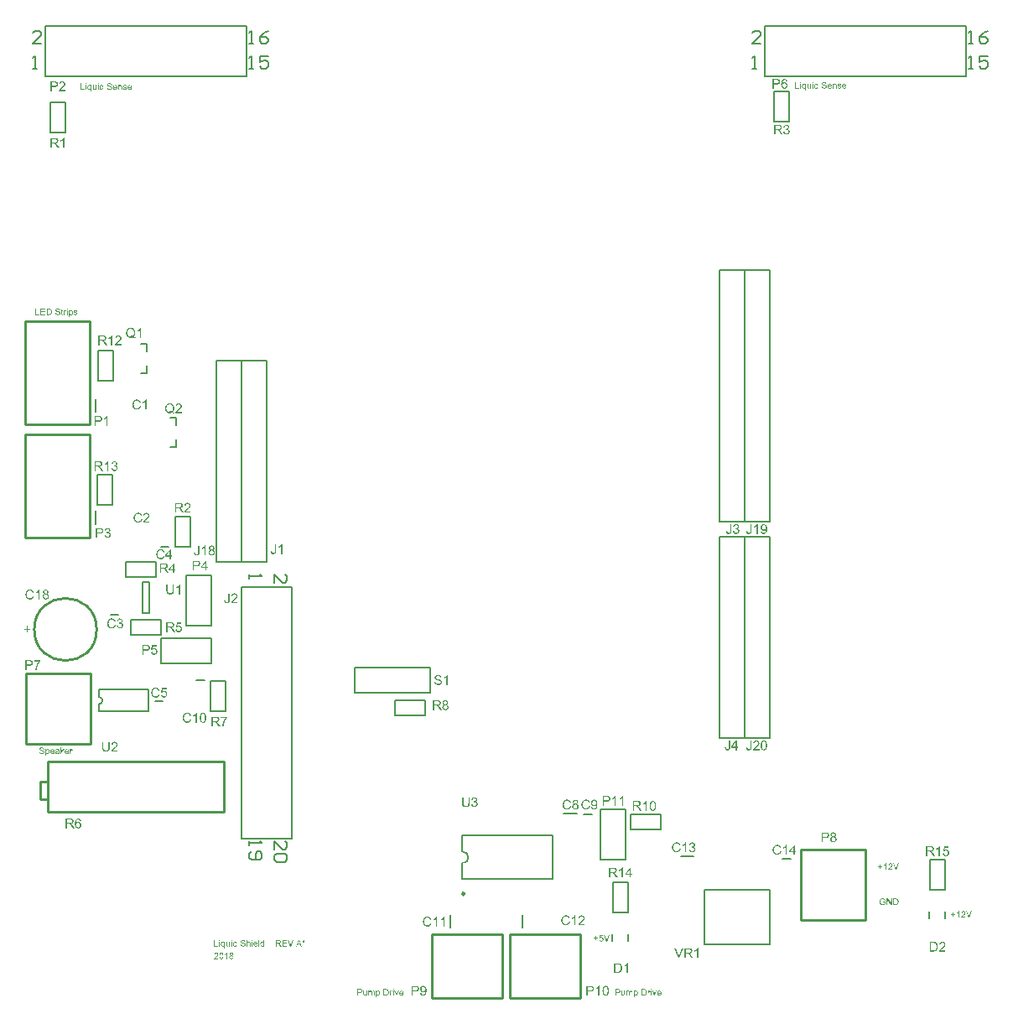
<source format=gto>
G04 Layer_Color=65535*
%FSLAX25Y25*%
%MOIN*%
G70*
G01*
G75*
%ADD10C,0.01000*%
%ADD43C,0.00984*%
%ADD44C,0.00787*%
%ADD45C,0.00800*%
G36*
X418487Y464895D02*
X418514Y464891D01*
X418549Y464884D01*
X418627Y464864D01*
X418670Y464849D01*
X418713Y464829D01*
X418760Y464806D01*
X418802Y464775D01*
X418849Y464743D01*
X418892Y464704D01*
X418931Y464657D01*
X418970Y464607D01*
Y464856D01*
X419255D01*
Y462290D01*
X418939D01*
Y463195D01*
X418935Y463191D01*
X418927Y463179D01*
X418908Y463160D01*
X418884Y463133D01*
X418857Y463105D01*
X418822Y463078D01*
X418779Y463051D01*
X418732Y463023D01*
X418728Y463020D01*
X418709Y463012D01*
X418685Y463004D01*
X418650Y462992D01*
X418608Y462977D01*
X418561Y462969D01*
X418510Y462961D01*
X418455Y462957D01*
X418424D01*
X418401Y462961D01*
X418370Y462965D01*
X418338Y462973D01*
X418299Y462981D01*
X418260Y462988D01*
X418171Y463020D01*
X418124Y463043D01*
X418077Y463066D01*
X418026Y463097D01*
X417980Y463133D01*
X417933Y463172D01*
X417886Y463218D01*
X417882Y463222D01*
X417874Y463230D01*
X417863Y463246D01*
X417851Y463269D01*
X417831Y463293D01*
X417812Y463328D01*
X417789Y463367D01*
X417769Y463410D01*
X417746Y463456D01*
X417722Y463511D01*
X417703Y463573D01*
X417687Y463636D01*
X417671Y463706D01*
X417660Y463780D01*
X417652Y463858D01*
X417648Y463944D01*
Y463948D01*
Y463955D01*
Y463971D01*
Y463991D01*
X417652Y464014D01*
Y464045D01*
X417660Y464112D01*
X417671Y464189D01*
X417691Y464275D01*
X417714Y464361D01*
X417746Y464447D01*
Y464451D01*
X417750Y464459D01*
X417757Y464466D01*
X417765Y464482D01*
X417785Y464525D01*
X417816Y464572D01*
X417859Y464626D01*
X417906Y464681D01*
X417960Y464736D01*
X418026Y464782D01*
X418030D01*
X418034Y464786D01*
X418058Y464802D01*
X418097Y464821D01*
X418147Y464841D01*
X418206Y464864D01*
X418272Y464880D01*
X418350Y464895D01*
X418428Y464899D01*
X418463D01*
X418487Y464895D01*
D02*
G37*
G36*
X138055Y464704D02*
X137739D01*
Y465062D01*
X138055D01*
Y464704D01*
D02*
G37*
G36*
X434492Y464895D02*
X434523Y464891D01*
X434562Y464888D01*
X434601Y464880D01*
X434648Y464868D01*
X434742Y464837D01*
X434793Y464817D01*
X434843Y464790D01*
X434894Y464763D01*
X434945Y464728D01*
X434991Y464689D01*
X435038Y464642D01*
X435042Y464638D01*
X435050Y464630D01*
X435062Y464615D01*
X435077Y464595D01*
X435093Y464568D01*
X435112Y464537D01*
X435136Y464501D01*
X435159Y464459D01*
X435179Y464408D01*
X435202Y464357D01*
X435221Y464299D01*
X435241Y464232D01*
X435253Y464166D01*
X435264Y464092D01*
X435272Y464014D01*
X435276Y463928D01*
Y463924D01*
Y463909D01*
Y463881D01*
X435272Y463846D01*
X433892D01*
Y463842D01*
Y463835D01*
X433895Y463815D01*
Y463796D01*
X433899Y463768D01*
X433903Y463741D01*
X433919Y463671D01*
X433942Y463597D01*
X433970Y463519D01*
X434013Y463441D01*
X434063Y463374D01*
X434071Y463367D01*
X434091Y463351D01*
X434126Y463324D01*
X434168Y463296D01*
X434227Y463265D01*
X434293Y463238D01*
X434367Y463222D01*
X434449Y463214D01*
X434480D01*
X434512Y463218D01*
X434551Y463226D01*
X434597Y463238D01*
X434648Y463253D01*
X434699Y463273D01*
X434746Y463304D01*
X434750Y463308D01*
X434765Y463324D01*
X434789Y463343D01*
X434816Y463378D01*
X434847Y463417D01*
X434878Y463468D01*
X434909Y463530D01*
X434941Y463601D01*
X435264Y463558D01*
Y463554D01*
X435260Y463546D01*
X435257Y463530D01*
X435249Y463511D01*
X435241Y463487D01*
X435229Y463460D01*
X435198Y463394D01*
X435159Y463324D01*
X435112Y463250D01*
X435050Y463175D01*
X434980Y463113D01*
X434976D01*
X434972Y463105D01*
X434960Y463097D01*
X434941Y463090D01*
X434921Y463078D01*
X434898Y463062D01*
X434870Y463051D01*
X434835Y463035D01*
X434761Y463008D01*
X434668Y462981D01*
X434566Y462965D01*
X434449Y462957D01*
X434410D01*
X434383Y462961D01*
X434348Y462965D01*
X434309Y462969D01*
X434266Y462977D01*
X434215Y462988D01*
X434114Y463020D01*
X434059Y463039D01*
X434009Y463062D01*
X433954Y463090D01*
X433903Y463125D01*
X433853Y463164D01*
X433806Y463207D01*
X433802Y463211D01*
X433794Y463218D01*
X433782Y463234D01*
X433771Y463253D01*
X433751Y463277D01*
X433732Y463308D01*
X433708Y463347D01*
X433689Y463390D01*
X433665Y463437D01*
X433642Y463487D01*
X433623Y463546D01*
X433607Y463608D01*
X433591Y463675D01*
X433580Y463749D01*
X433572Y463827D01*
X433568Y463909D01*
Y463913D01*
Y463928D01*
Y463955D01*
X433572Y463987D01*
X433576Y464026D01*
X433580Y464073D01*
X433587Y464123D01*
X433599Y464178D01*
X433626Y464295D01*
X433646Y464353D01*
X433669Y464416D01*
X433697Y464474D01*
X433728Y464533D01*
X433763Y464587D01*
X433806Y464638D01*
X433810Y464642D01*
X433817Y464650D01*
X433829Y464661D01*
X433849Y464681D01*
X433872Y464700D01*
X433903Y464720D01*
X433934Y464743D01*
X433974Y464771D01*
X434016Y464794D01*
X434063Y464817D01*
X434114Y464837D01*
X434172Y464860D01*
X434231Y464876D01*
X434293Y464888D01*
X434360Y464895D01*
X434430Y464899D01*
X434465D01*
X434492Y464895D01*
D02*
G37*
G36*
X428724D02*
X428755Y464891D01*
X428794Y464888D01*
X428833Y464880D01*
X428880Y464868D01*
X428974Y464837D01*
X429024Y464817D01*
X429075Y464790D01*
X429126Y464763D01*
X429177Y464728D01*
X429223Y464689D01*
X429270Y464642D01*
X429274Y464638D01*
X429282Y464630D01*
X429293Y464615D01*
X429309Y464595D01*
X429325Y464568D01*
X429344Y464537D01*
X429368Y464501D01*
X429391Y464459D01*
X429411Y464408D01*
X429434Y464357D01*
X429453Y464299D01*
X429473Y464232D01*
X429485Y464166D01*
X429496Y464092D01*
X429504Y464014D01*
X429508Y463928D01*
Y463924D01*
Y463909D01*
Y463881D01*
X429504Y463846D01*
X428124D01*
Y463842D01*
Y463835D01*
X428127Y463815D01*
Y463796D01*
X428131Y463768D01*
X428135Y463741D01*
X428151Y463671D01*
X428174Y463597D01*
X428201Y463519D01*
X428244Y463441D01*
X428295Y463374D01*
X428303Y463367D01*
X428322Y463351D01*
X428358Y463324D01*
X428400Y463296D01*
X428459Y463265D01*
X428525Y463238D01*
X428599Y463222D01*
X428681Y463214D01*
X428712D01*
X428744Y463218D01*
X428783Y463226D01*
X428829Y463238D01*
X428880Y463253D01*
X428931Y463273D01*
X428978Y463304D01*
X428981Y463308D01*
X428997Y463324D01*
X429021Y463343D01*
X429048Y463378D01*
X429079Y463417D01*
X429110Y463468D01*
X429141Y463530D01*
X429173Y463601D01*
X429496Y463558D01*
Y463554D01*
X429492Y463546D01*
X429489Y463530D01*
X429481Y463511D01*
X429473Y463487D01*
X429461Y463460D01*
X429430Y463394D01*
X429391Y463324D01*
X429344Y463250D01*
X429282Y463175D01*
X429212Y463113D01*
X429208D01*
X429204Y463105D01*
X429192Y463097D01*
X429173Y463090D01*
X429153Y463078D01*
X429130Y463062D01*
X429102Y463051D01*
X429067Y463035D01*
X428993Y463008D01*
X428900Y462981D01*
X428798Y462965D01*
X428681Y462957D01*
X428642D01*
X428615Y462961D01*
X428580Y462965D01*
X428541Y462969D01*
X428498Y462977D01*
X428447Y462988D01*
X428346Y463020D01*
X428291Y463039D01*
X428240Y463062D01*
X428186Y463090D01*
X428135Y463125D01*
X428085Y463164D01*
X428038Y463207D01*
X428034Y463211D01*
X428026Y463218D01*
X428014Y463234D01*
X428003Y463253D01*
X427983Y463277D01*
X427964Y463308D01*
X427940Y463347D01*
X427921Y463390D01*
X427897Y463437D01*
X427874Y463487D01*
X427854Y463546D01*
X427839Y463608D01*
X427823Y463675D01*
X427811Y463749D01*
X427804Y463827D01*
X427800Y463909D01*
Y463913D01*
Y463928D01*
Y463955D01*
X427804Y463987D01*
X427808Y464026D01*
X427811Y464073D01*
X427819Y464123D01*
X427831Y464178D01*
X427858Y464295D01*
X427878Y464353D01*
X427901Y464416D01*
X427928Y464474D01*
X427960Y464533D01*
X427995Y464587D01*
X428038Y464638D01*
X428042Y464642D01*
X428049Y464650D01*
X428061Y464661D01*
X428081Y464681D01*
X428104Y464700D01*
X428135Y464720D01*
X428166Y464743D01*
X428205Y464771D01*
X428248Y464794D01*
X428295Y464817D01*
X428346Y464837D01*
X428404Y464860D01*
X428463Y464876D01*
X428525Y464888D01*
X428591Y464895D01*
X428662Y464899D01*
X428697D01*
X428724Y464895D01*
D02*
G37*
G36*
X140025Y462500D02*
X139732D01*
Y462730D01*
X139728Y462726D01*
X139724Y462718D01*
X139713Y462707D01*
X139697Y462687D01*
X139681Y462668D01*
X139658Y462644D01*
X139631Y462621D01*
X139600Y462594D01*
X139564Y462570D01*
X139525Y462543D01*
X139482Y462520D01*
X139440Y462500D01*
X139389Y462480D01*
X139334Y462469D01*
X139276Y462461D01*
X139213Y462457D01*
X139190D01*
X139174Y462461D01*
X139131Y462465D01*
X139081Y462473D01*
X139014Y462488D01*
X138948Y462508D01*
X138874Y462539D01*
X138804Y462578D01*
X138800D01*
X138796Y462582D01*
X138773Y462601D01*
X138742Y462629D01*
X138699Y462668D01*
X138656Y462714D01*
X138605Y462773D01*
X138562Y462839D01*
X138519Y462917D01*
Y462921D01*
X138515Y462929D01*
X138511Y462941D01*
X138504Y462956D01*
X138496Y462976D01*
X138488Y463003D01*
X138469Y463065D01*
X138449Y463140D01*
X138433Y463225D01*
X138422Y463319D01*
X138418Y463424D01*
Y463428D01*
Y463436D01*
Y463452D01*
Y463471D01*
X138422Y463494D01*
Y463526D01*
X138429Y463592D01*
X138441Y463670D01*
X138457Y463752D01*
X138476Y463842D01*
X138507Y463927D01*
Y463931D01*
X138511Y463939D01*
X138519Y463951D01*
X138527Y463966D01*
X138547Y464005D01*
X138578Y464056D01*
X138617Y464115D01*
X138663Y464173D01*
X138718Y464228D01*
X138784Y464278D01*
X138788D01*
X138792Y464282D01*
X138816Y464298D01*
X138855Y464317D01*
X138905Y464341D01*
X138968Y464360D01*
X139038Y464380D01*
X139116Y464395D01*
X139198Y464399D01*
X139225D01*
X139256Y464395D01*
X139299Y464392D01*
X139342Y464380D01*
X139393Y464368D01*
X139444Y464349D01*
X139494Y464325D01*
X139502Y464321D01*
X139518Y464314D01*
X139541Y464298D01*
X139572Y464275D01*
X139603Y464251D01*
X139642Y464220D01*
X139678Y464181D01*
X139709Y464142D01*
Y465062D01*
X140025D01*
Y462500D01*
D02*
G37*
G36*
X146826Y464395D02*
X146865Y464392D01*
X146912Y464384D01*
X146967Y464372D01*
X147017Y464356D01*
X147072Y464337D01*
X147080Y464333D01*
X147095Y464325D01*
X147119Y464314D01*
X147150Y464294D01*
X147185Y464271D01*
X147220Y464243D01*
X147255Y464212D01*
X147283Y464177D01*
X147286Y464173D01*
X147294Y464161D01*
X147306Y464138D01*
X147321Y464111D01*
X147337Y464080D01*
X147353Y464041D01*
X147368Y463994D01*
X147380Y463947D01*
Y463943D01*
X147384Y463931D01*
X147388Y463908D01*
X147392Y463877D01*
Y463834D01*
X147396Y463779D01*
X147399Y463717D01*
Y463639D01*
Y462500D01*
X147084D01*
Y463627D01*
Y463631D01*
Y463635D01*
Y463658D01*
Y463693D01*
X147080Y463736D01*
X147076Y463779D01*
X147068Y463830D01*
X147056Y463873D01*
X147045Y463912D01*
Y463916D01*
X147037Y463927D01*
X147029Y463947D01*
X147017Y463966D01*
X146998Y463994D01*
X146974Y464017D01*
X146947Y464044D01*
X146916Y464068D01*
X146912Y464072D01*
X146900Y464076D01*
X146881Y464087D01*
X146853Y464099D01*
X146822Y464107D01*
X146783Y464118D01*
X146744Y464122D01*
X146697Y464126D01*
X146662D01*
X146627Y464118D01*
X146577Y464111D01*
X146522Y464095D01*
X146467Y464072D01*
X146405Y464041D01*
X146350Y463998D01*
X146343Y463990D01*
X146327Y463970D01*
X146304Y463939D01*
X146292Y463916D01*
X146280Y463888D01*
X146265Y463857D01*
X146253Y463822D01*
X146241Y463783D01*
X146230Y463740D01*
X146218Y463690D01*
X146214Y463635D01*
X146206Y463576D01*
Y463514D01*
Y462500D01*
X145890D01*
Y464356D01*
X146175D01*
Y464091D01*
X146179Y464095D01*
X146183Y464103D01*
X146194Y464118D01*
X146214Y464138D01*
X146233Y464161D01*
X146261Y464189D01*
X146288Y464216D01*
X146323Y464247D01*
X146366Y464275D01*
X146409Y464302D01*
X146456Y464329D01*
X146510Y464353D01*
X146565Y464372D01*
X146627Y464388D01*
X146694Y464395D01*
X146764Y464399D01*
X146791D01*
X146826Y464395D01*
D02*
G37*
G36*
X133282Y464704D02*
X132966D01*
Y465062D01*
X133282D01*
Y464704D01*
D02*
G37*
G36*
X142513Y465101D02*
X142540D01*
X142606Y465094D01*
X142684Y465082D01*
X142770Y465066D01*
X142856Y465043D01*
X142938Y465012D01*
X142942D01*
X142946Y465008D01*
X142957Y465004D01*
X142973Y464996D01*
X143012Y464973D01*
X143063Y464945D01*
X143117Y464906D01*
X143172Y464859D01*
X143227Y464805D01*
X143273Y464743D01*
X143277Y464735D01*
X143293Y464711D01*
X143312Y464672D01*
X143332Y464626D01*
X143355Y464567D01*
X143379Y464497D01*
X143394Y464423D01*
X143402Y464341D01*
X143078Y464317D01*
Y464321D01*
Y464329D01*
X143074Y464341D01*
X143070Y464356D01*
X143063Y464399D01*
X143047Y464454D01*
X143024Y464512D01*
X142992Y464571D01*
X142950Y464629D01*
X142899Y464680D01*
X142891Y464684D01*
X142872Y464700D01*
X142836Y464719D01*
X142790Y464743D01*
X142727Y464766D01*
X142649Y464785D01*
X142560Y464801D01*
X142454Y464805D01*
X142404D01*
X142380Y464801D01*
X142349D01*
X142283Y464789D01*
X142209Y464778D01*
X142134Y464758D01*
X142064Y464731D01*
X142033Y464711D01*
X142006Y464692D01*
X142002Y464688D01*
X141986Y464672D01*
X141963Y464649D01*
X141939Y464614D01*
X141912Y464575D01*
X141893Y464528D01*
X141877Y464477D01*
X141869Y464419D01*
Y464411D01*
Y464395D01*
X141873Y464368D01*
X141881Y464337D01*
X141893Y464302D01*
X141912Y464263D01*
X141936Y464228D01*
X141967Y464193D01*
X141971Y464189D01*
X141990Y464177D01*
X142002Y464169D01*
X142017Y464157D01*
X142041Y464150D01*
X142068Y464138D01*
X142099Y464122D01*
X142134Y464107D01*
X142174Y464095D01*
X142220Y464080D01*
X142275Y464060D01*
X142333Y464044D01*
X142400Y464029D01*
X142474Y464009D01*
X142478D01*
X142493Y464005D01*
X142513Y464002D01*
X142540Y463994D01*
X142575Y463986D01*
X142614Y463974D01*
X142700Y463955D01*
X142794Y463927D01*
X142887Y463900D01*
X142934Y463888D01*
X142973Y463873D01*
X143012Y463857D01*
X143043Y463845D01*
X143047D01*
X143055Y463842D01*
X143063Y463834D01*
X143078Y463826D01*
X143117Y463803D01*
X143168Y463775D01*
X143223Y463736D01*
X143277Y463690D01*
X143328Y463639D01*
X143371Y463584D01*
X143375Y463576D01*
X143386Y463557D01*
X143406Y463526D01*
X143425Y463479D01*
X143445Y463428D01*
X143464Y463366D01*
X143476Y463296D01*
X143480Y463222D01*
Y463218D01*
Y463214D01*
Y463202D01*
Y463186D01*
X143472Y463147D01*
X143464Y463097D01*
X143453Y463038D01*
X143429Y462972D01*
X143402Y462902D01*
X143363Y462835D01*
X143359Y462828D01*
X143340Y462804D01*
X143316Y462773D01*
X143277Y462734D01*
X143230Y462687D01*
X143172Y462640D01*
X143102Y462598D01*
X143024Y462555D01*
X143020D01*
X143012Y462551D01*
X143000Y462547D01*
X142985Y462539D01*
X142965Y462531D01*
X142942Y462523D01*
X142879Y462508D01*
X142809Y462488D01*
X142723Y462473D01*
X142634Y462461D01*
X142532Y462457D01*
X142474D01*
X142446Y462461D01*
X142411D01*
X142372Y462465D01*
X142330Y462469D01*
X142240Y462480D01*
X142142Y462500D01*
X142045Y462523D01*
X141951Y462555D01*
X141947D01*
X141939Y462559D01*
X141928Y462566D01*
X141912Y462574D01*
X141869Y462598D01*
X141819Y462633D01*
X141756Y462676D01*
X141698Y462726D01*
X141635Y462789D01*
X141581Y462859D01*
Y462863D01*
X141577Y462867D01*
X141569Y462878D01*
X141561Y462894D01*
X141550Y462913D01*
X141538Y462937D01*
X141514Y462995D01*
X141491Y463062D01*
X141468Y463143D01*
X141452Y463229D01*
X141444Y463323D01*
X141764Y463350D01*
Y463346D01*
Y463342D01*
X141768Y463319D01*
X141776Y463284D01*
X141783Y463237D01*
X141799Y463186D01*
X141815Y463132D01*
X141838Y463081D01*
X141865Y463030D01*
X141869Y463027D01*
X141881Y463011D01*
X141901Y462988D01*
X141932Y462960D01*
X141967Y462929D01*
X142010Y462894D01*
X142064Y462863D01*
X142123Y462831D01*
X142127D01*
X142131Y462828D01*
X142154Y462820D01*
X142189Y462808D01*
X142240Y462796D01*
X142294Y462781D01*
X142365Y462769D01*
X142439Y462761D01*
X142517Y462757D01*
X142548D01*
X142587Y462761D01*
X142630Y462765D01*
X142684Y462769D01*
X142739Y462781D01*
X142798Y462792D01*
X142856Y462812D01*
X142864Y462816D01*
X142879Y462824D01*
X142907Y462835D01*
X142938Y462855D01*
X142977Y462878D01*
X143012Y462906D01*
X143047Y462937D01*
X143078Y462972D01*
X143082Y462976D01*
X143090Y462991D01*
X143102Y463011D01*
X143117Y463038D01*
X143129Y463069D01*
X143141Y463108D01*
X143149Y463147D01*
X143152Y463190D01*
Y463194D01*
Y463210D01*
X143149Y463233D01*
X143145Y463261D01*
X143137Y463296D01*
X143121Y463331D01*
X143106Y463366D01*
X143082Y463401D01*
X143078Y463405D01*
X143070Y463416D01*
X143051Y463432D01*
X143028Y463455D01*
X142996Y463479D01*
X142957Y463502D01*
X142907Y463530D01*
X142852Y463553D01*
X142848Y463557D01*
X142833Y463561D01*
X142801Y463569D01*
X142782Y463576D01*
X142759Y463584D01*
X142727Y463592D01*
X142696Y463600D01*
X142657Y463612D01*
X142618Y463623D01*
X142571Y463635D01*
X142517Y463647D01*
X142458Y463662D01*
X142396Y463678D01*
X142392D01*
X142380Y463682D01*
X142361Y463686D01*
X142337Y463693D01*
X142310Y463701D01*
X142279Y463709D01*
X142205Y463729D01*
X142123Y463756D01*
X142041Y463783D01*
X141967Y463810D01*
X141932Y463822D01*
X141904Y463838D01*
X141901D01*
X141897Y463842D01*
X141873Y463857D01*
X141842Y463877D01*
X141803Y463904D01*
X141756Y463939D01*
X141713Y463978D01*
X141670Y464025D01*
X141631Y464076D01*
X141628Y464083D01*
X141616Y464103D01*
X141604Y464130D01*
X141588Y464169D01*
X141569Y464216D01*
X141557Y464271D01*
X141546Y464333D01*
X141542Y464395D01*
Y464399D01*
Y464403D01*
Y464415D01*
Y464431D01*
X141550Y464466D01*
X141557Y464512D01*
X141569Y464571D01*
X141588Y464629D01*
X141616Y464696D01*
X141651Y464758D01*
Y464762D01*
X141655Y464766D01*
X141670Y464785D01*
X141698Y464817D01*
X141733Y464856D01*
X141776Y464895D01*
X141830Y464937D01*
X141897Y464980D01*
X141971Y465016D01*
X141975D01*
X141979Y465019D01*
X141990Y465023D01*
X142010Y465031D01*
X142029Y465035D01*
X142053Y465043D01*
X142107Y465062D01*
X142177Y465078D01*
X142255Y465090D01*
X142345Y465101D01*
X142439Y465105D01*
X142485D01*
X142513Y465101D01*
D02*
G37*
G36*
X430826Y464895D02*
X430865Y464891D01*
X430912Y464884D01*
X430967Y464872D01*
X431017Y464856D01*
X431072Y464837D01*
X431080Y464833D01*
X431095Y464825D01*
X431119Y464814D01*
X431150Y464794D01*
X431185Y464771D01*
X431220Y464743D01*
X431255Y464712D01*
X431283Y464677D01*
X431286Y464673D01*
X431294Y464661D01*
X431306Y464638D01*
X431321Y464611D01*
X431337Y464579D01*
X431353Y464540D01*
X431368Y464494D01*
X431380Y464447D01*
Y464443D01*
X431384Y464431D01*
X431388Y464408D01*
X431392Y464377D01*
Y464334D01*
X431396Y464279D01*
X431399Y464217D01*
Y464139D01*
Y463000D01*
X431084D01*
Y464127D01*
Y464131D01*
Y464135D01*
Y464158D01*
Y464193D01*
X431080Y464236D01*
X431076Y464279D01*
X431068Y464330D01*
X431056Y464373D01*
X431045Y464412D01*
Y464416D01*
X431037Y464427D01*
X431029Y464447D01*
X431017Y464466D01*
X430998Y464494D01*
X430974Y464517D01*
X430947Y464544D01*
X430916Y464568D01*
X430912Y464572D01*
X430900Y464576D01*
X430881Y464587D01*
X430854Y464599D01*
X430822Y464607D01*
X430783Y464618D01*
X430744Y464622D01*
X430697Y464626D01*
X430662D01*
X430627Y464618D01*
X430577Y464611D01*
X430522Y464595D01*
X430467Y464572D01*
X430405Y464540D01*
X430350Y464498D01*
X430343Y464490D01*
X430327Y464470D01*
X430304Y464439D01*
X430292Y464416D01*
X430280Y464388D01*
X430265Y464357D01*
X430253Y464322D01*
X430241Y464283D01*
X430230Y464240D01*
X430218Y464189D01*
X430214Y464135D01*
X430206Y464076D01*
Y464014D01*
Y463000D01*
X429890D01*
Y464856D01*
X430175D01*
Y464591D01*
X430179Y464595D01*
X430183Y464603D01*
X430194Y464618D01*
X430214Y464638D01*
X430233Y464661D01*
X430261Y464689D01*
X430288Y464716D01*
X430323Y464747D01*
X430366Y464775D01*
X430409Y464802D01*
X430456Y464829D01*
X430510Y464853D01*
X430565Y464872D01*
X430627Y464888D01*
X430694Y464895D01*
X430764Y464899D01*
X430791D01*
X430826Y464895D01*
D02*
G37*
G36*
X432566D02*
X432616Y464891D01*
X432679Y464884D01*
X432741Y464872D01*
X432807Y464856D01*
X432870Y464833D01*
X432874D01*
X432878Y464829D01*
X432897Y464821D01*
X432928Y464806D01*
X432963Y464790D01*
X433002Y464763D01*
X433045Y464736D01*
X433084Y464700D01*
X433115Y464661D01*
X433119Y464657D01*
X433127Y464642D01*
X433143Y464618D01*
X433162Y464587D01*
X433178Y464548D01*
X433197Y464498D01*
X433213Y464443D01*
X433229Y464381D01*
X432921Y464338D01*
Y464346D01*
X432917Y464361D01*
X432909Y464388D01*
X432897Y464420D01*
X432881Y464455D01*
X432858Y464490D01*
X432831Y464529D01*
X432796Y464560D01*
X432792Y464564D01*
X432776Y464572D01*
X432753Y464587D01*
X432722Y464603D01*
X432683Y464615D01*
X432632Y464630D01*
X432577Y464638D01*
X432511Y464642D01*
X432476D01*
X432437Y464638D01*
X432390Y464634D01*
X432339Y464622D01*
X432289Y464611D01*
X432238Y464591D01*
X432199Y464568D01*
X432195Y464564D01*
X432183Y464556D01*
X432172Y464540D01*
X432156Y464521D01*
X432137Y464498D01*
X432125Y464466D01*
X432113Y464435D01*
X432109Y464400D01*
Y464396D01*
Y464388D01*
X432113Y464377D01*
Y464361D01*
X432125Y464326D01*
X432144Y464287D01*
X432148Y464283D01*
X432152Y464279D01*
X432176Y464260D01*
X432191Y464244D01*
X432211Y464232D01*
X432238Y464217D01*
X432265Y464205D01*
X432269D01*
X432277Y464201D01*
X432293Y464197D01*
X432320Y464189D01*
X432355Y464178D01*
X432406Y464162D01*
X432468Y464147D01*
X432503Y464135D01*
X432546Y464123D01*
X432550D01*
X432562Y464119D01*
X432577Y464115D01*
X432601Y464108D01*
X432628Y464100D01*
X432659Y464092D01*
X432729Y464073D01*
X432807Y464049D01*
X432885Y464022D01*
X432956Y463998D01*
X432987Y463987D01*
X433014Y463975D01*
X433022Y463971D01*
X433038Y463963D01*
X433061Y463952D01*
X433088Y463936D01*
X433123Y463913D01*
X433158Y463881D01*
X433190Y463850D01*
X433221Y463811D01*
X433225Y463807D01*
X433232Y463792D01*
X433244Y463768D01*
X433260Y463737D01*
X433275Y463698D01*
X433287Y463651D01*
X433295Y463601D01*
X433299Y463542D01*
Y463534D01*
Y463515D01*
X433295Y463484D01*
X433287Y463448D01*
X433275Y463402D01*
X433260Y463351D01*
X433236Y463300D01*
X433205Y463246D01*
X433201Y463238D01*
X433190Y463222D01*
X433166Y463199D01*
X433135Y463168D01*
X433100Y463133D01*
X433053Y463097D01*
X432999Y463062D01*
X432936Y463031D01*
X432928Y463027D01*
X432905Y463020D01*
X432870Y463008D01*
X432823Y462996D01*
X432764Y462981D01*
X432698Y462969D01*
X432624Y462961D01*
X432546Y462957D01*
X432511D01*
X432488Y462961D01*
X432456D01*
X432421Y462965D01*
X432339Y462977D01*
X432250Y462992D01*
X432160Y463020D01*
X432070Y463055D01*
X432031Y463078D01*
X431992Y463105D01*
X431988D01*
X431985Y463113D01*
X431961Y463133D01*
X431930Y463168D01*
X431891Y463218D01*
X431852Y463281D01*
X431813Y463359D01*
X431778Y463448D01*
X431754Y463554D01*
X432066Y463604D01*
Y463601D01*
Y463597D01*
X432070Y463573D01*
X432082Y463538D01*
X432094Y463495D01*
X432113Y463448D01*
X432137Y463402D01*
X432172Y463355D01*
X432211Y463312D01*
X432215Y463308D01*
X432234Y463296D01*
X432261Y463281D01*
X432297Y463265D01*
X432347Y463246D01*
X432402Y463230D01*
X432472Y463218D01*
X432546Y463214D01*
X432581D01*
X432620Y463218D01*
X432667Y463226D01*
X432722Y463234D01*
X432776Y463250D01*
X432827Y463273D01*
X432870Y463300D01*
X432874Y463304D01*
X432885Y463316D01*
X432905Y463335D01*
X432924Y463359D01*
X432940Y463390D01*
X432960Y463429D01*
X432971Y463468D01*
X432975Y463511D01*
Y463515D01*
Y463530D01*
X432971Y463546D01*
X432963Y463573D01*
X432952Y463597D01*
X432936Y463628D01*
X432913Y463655D01*
X432881Y463679D01*
X432878Y463683D01*
X432866Y463686D01*
X432846Y463694D01*
X432815Y463710D01*
X432772Y463722D01*
X432718Y463741D01*
X432683Y463753D01*
X432648Y463761D01*
X432605Y463772D01*
X432558Y463784D01*
X432554D01*
X432542Y463788D01*
X432527Y463792D01*
X432503Y463799D01*
X432472Y463807D01*
X432441Y463815D01*
X432367Y463838D01*
X432289Y463862D01*
X432207Y463885D01*
X432133Y463913D01*
X432101Y463924D01*
X432074Y463936D01*
X432070Y463940D01*
X432051Y463948D01*
X432027Y463963D01*
X432000Y463983D01*
X431965Y464006D01*
X431934Y464037D01*
X431899Y464073D01*
X431871Y464112D01*
X431868Y464115D01*
X431860Y464131D01*
X431852Y464154D01*
X431840Y464186D01*
X431825Y464221D01*
X431817Y464264D01*
X431809Y464310D01*
X431805Y464361D01*
Y464365D01*
Y464381D01*
X431809Y464408D01*
X431813Y464435D01*
X431817Y464470D01*
X431828Y464509D01*
X431840Y464552D01*
X431860Y464591D01*
X431864Y464595D01*
X431871Y464611D01*
X431883Y464630D01*
X431903Y464654D01*
X431922Y464681D01*
X431949Y464708D01*
X431981Y464739D01*
X432016Y464767D01*
X432020Y464771D01*
X432031Y464775D01*
X432047Y464786D01*
X432070Y464798D01*
X432098Y464814D01*
X432133Y464829D01*
X432172Y464845D01*
X432215Y464860D01*
X432222D01*
X432238Y464868D01*
X432261Y464872D01*
X432297Y464880D01*
X432339Y464888D01*
X432382Y464891D01*
X432433Y464899D01*
X432523D01*
X432566Y464895D01*
D02*
G37*
G36*
X426513Y465601D02*
X426540D01*
X426606Y465593D01*
X426684Y465582D01*
X426770Y465566D01*
X426856Y465543D01*
X426938Y465512D01*
X426942D01*
X426946Y465508D01*
X426957Y465504D01*
X426973Y465496D01*
X427012Y465473D01*
X427063Y465445D01*
X427117Y465406D01*
X427172Y465359D01*
X427226Y465305D01*
X427273Y465242D01*
X427277Y465235D01*
X427293Y465211D01*
X427312Y465172D01*
X427332Y465126D01*
X427355Y465067D01*
X427379Y464997D01*
X427394Y464923D01*
X427402Y464841D01*
X427078Y464817D01*
Y464821D01*
Y464829D01*
X427074Y464841D01*
X427071Y464856D01*
X427063Y464899D01*
X427047Y464954D01*
X427024Y465012D01*
X426993Y465071D01*
X426950Y465129D01*
X426899Y465180D01*
X426891Y465184D01*
X426872Y465200D01*
X426836Y465219D01*
X426790Y465242D01*
X426727Y465266D01*
X426649Y465285D01*
X426560Y465301D01*
X426454Y465305D01*
X426404D01*
X426380Y465301D01*
X426349D01*
X426283Y465289D01*
X426209Y465278D01*
X426134Y465258D01*
X426064Y465231D01*
X426033Y465211D01*
X426006Y465192D01*
X426002Y465188D01*
X425986Y465172D01*
X425963Y465149D01*
X425940Y465114D01*
X425912Y465075D01*
X425893Y465028D01*
X425877Y464977D01*
X425869Y464919D01*
Y464911D01*
Y464895D01*
X425873Y464868D01*
X425881Y464837D01*
X425893Y464802D01*
X425912Y464763D01*
X425936Y464728D01*
X425967Y464693D01*
X425971Y464689D01*
X425990Y464677D01*
X426002Y464669D01*
X426018Y464657D01*
X426041Y464650D01*
X426068Y464638D01*
X426099Y464622D01*
X426134Y464607D01*
X426173Y464595D01*
X426220Y464579D01*
X426275Y464560D01*
X426333Y464544D01*
X426400Y464529D01*
X426474Y464509D01*
X426478D01*
X426493Y464505D01*
X426513Y464501D01*
X426540Y464494D01*
X426575Y464486D01*
X426614Y464474D01*
X426700Y464455D01*
X426794Y464427D01*
X426887Y464400D01*
X426934Y464388D01*
X426973Y464373D01*
X427012Y464357D01*
X427043Y464346D01*
X427047D01*
X427055Y464342D01*
X427063Y464334D01*
X427078Y464326D01*
X427117Y464303D01*
X427168Y464275D01*
X427223Y464236D01*
X427277Y464189D01*
X427328Y464139D01*
X427371Y464084D01*
X427375Y464076D01*
X427386Y464057D01*
X427406Y464026D01*
X427425Y463979D01*
X427445Y463928D01*
X427464Y463866D01*
X427476Y463796D01*
X427480Y463722D01*
Y463718D01*
Y463714D01*
Y463702D01*
Y463686D01*
X427472Y463647D01*
X427464Y463597D01*
X427453Y463538D01*
X427429Y463472D01*
X427402Y463402D01*
X427363Y463335D01*
X427359Y463328D01*
X427340Y463304D01*
X427316Y463273D01*
X427277Y463234D01*
X427230Y463187D01*
X427172Y463140D01*
X427102Y463097D01*
X427024Y463055D01*
X427020D01*
X427012Y463051D01*
X427000Y463047D01*
X426985Y463039D01*
X426965Y463031D01*
X426942Y463023D01*
X426879Y463008D01*
X426809Y462988D01*
X426723Y462973D01*
X426634Y462961D01*
X426532Y462957D01*
X426474D01*
X426446Y462961D01*
X426411D01*
X426372Y462965D01*
X426330Y462969D01*
X426240Y462981D01*
X426142Y463000D01*
X426045Y463023D01*
X425951Y463055D01*
X425947D01*
X425940Y463059D01*
X425928Y463066D01*
X425912Y463074D01*
X425869Y463097D01*
X425819Y463133D01*
X425756Y463175D01*
X425698Y463226D01*
X425635Y463289D01*
X425581Y463359D01*
Y463363D01*
X425577Y463367D01*
X425569Y463378D01*
X425561Y463394D01*
X425550Y463413D01*
X425538Y463437D01*
X425514Y463495D01*
X425491Y463562D01*
X425468Y463644D01*
X425452Y463729D01*
X425444Y463823D01*
X425764Y463850D01*
Y463846D01*
Y463842D01*
X425768Y463819D01*
X425776Y463784D01*
X425783Y463737D01*
X425799Y463686D01*
X425815Y463632D01*
X425838Y463581D01*
X425865Y463530D01*
X425869Y463526D01*
X425881Y463511D01*
X425901Y463487D01*
X425932Y463460D01*
X425967Y463429D01*
X426010Y463394D01*
X426064Y463363D01*
X426123Y463332D01*
X426127D01*
X426131Y463328D01*
X426154Y463320D01*
X426189Y463308D01*
X426240Y463296D01*
X426294Y463281D01*
X426365Y463269D01*
X426439Y463261D01*
X426517Y463257D01*
X426548D01*
X426587Y463261D01*
X426630Y463265D01*
X426684Y463269D01*
X426739Y463281D01*
X426797Y463293D01*
X426856Y463312D01*
X426864Y463316D01*
X426879Y463324D01*
X426907Y463335D01*
X426938Y463355D01*
X426977Y463378D01*
X427012Y463406D01*
X427047Y463437D01*
X427078Y463472D01*
X427082Y463476D01*
X427090Y463491D01*
X427102Y463511D01*
X427117Y463538D01*
X427129Y463569D01*
X427141Y463608D01*
X427148Y463647D01*
X427152Y463690D01*
Y463694D01*
Y463710D01*
X427148Y463733D01*
X427145Y463761D01*
X427137Y463796D01*
X427121Y463831D01*
X427106Y463866D01*
X427082Y463901D01*
X427078Y463905D01*
X427071Y463916D01*
X427051Y463932D01*
X427028Y463955D01*
X426996Y463979D01*
X426957Y464002D01*
X426907Y464030D01*
X426852Y464053D01*
X426848Y464057D01*
X426833Y464061D01*
X426801Y464069D01*
X426782Y464076D01*
X426758Y464084D01*
X426727Y464092D01*
X426696Y464100D01*
X426657Y464112D01*
X426618Y464123D01*
X426571Y464135D01*
X426517Y464147D01*
X426458Y464162D01*
X426396Y464178D01*
X426392D01*
X426380Y464182D01*
X426361Y464186D01*
X426337Y464193D01*
X426310Y464201D01*
X426279Y464209D01*
X426205Y464228D01*
X426123Y464256D01*
X426041Y464283D01*
X425967Y464310D01*
X425932Y464322D01*
X425904Y464338D01*
X425901D01*
X425897Y464342D01*
X425873Y464357D01*
X425842Y464377D01*
X425803Y464404D01*
X425756Y464439D01*
X425713Y464478D01*
X425670Y464525D01*
X425631Y464576D01*
X425628Y464583D01*
X425616Y464603D01*
X425604Y464630D01*
X425589Y464669D01*
X425569Y464716D01*
X425557Y464771D01*
X425546Y464833D01*
X425542Y464895D01*
Y464899D01*
Y464903D01*
Y464915D01*
Y464930D01*
X425550Y464966D01*
X425557Y465012D01*
X425569Y465071D01*
X425589Y465129D01*
X425616Y465196D01*
X425651Y465258D01*
Y465262D01*
X425655Y465266D01*
X425670Y465285D01*
X425698Y465317D01*
X425733Y465356D01*
X425776Y465395D01*
X425830Y465438D01*
X425897Y465480D01*
X425971Y465516D01*
X425975D01*
X425979Y465519D01*
X425990Y465523D01*
X426010Y465531D01*
X426029Y465535D01*
X426053Y465543D01*
X426107Y465562D01*
X426177Y465578D01*
X426255Y465590D01*
X426345Y465601D01*
X426439Y465605D01*
X426485D01*
X426513Y465601D01*
D02*
G37*
G36*
X424025Y463000D02*
X423732D01*
Y463230D01*
X423728Y463226D01*
X423724Y463218D01*
X423713Y463207D01*
X423697Y463187D01*
X423681Y463168D01*
X423658Y463144D01*
X423631Y463121D01*
X423599Y463094D01*
X423564Y463070D01*
X423525Y463043D01*
X423483Y463020D01*
X423440Y463000D01*
X423389Y462981D01*
X423334Y462969D01*
X423276Y462961D01*
X423213Y462957D01*
X423190D01*
X423174Y462961D01*
X423132Y462965D01*
X423081Y462973D01*
X423014Y462988D01*
X422948Y463008D01*
X422874Y463039D01*
X422804Y463078D01*
X422800D01*
X422796Y463082D01*
X422773Y463101D01*
X422742Y463129D01*
X422699Y463168D01*
X422656Y463214D01*
X422605Y463273D01*
X422562Y463339D01*
X422519Y463417D01*
Y463421D01*
X422515Y463429D01*
X422511Y463441D01*
X422504Y463456D01*
X422496Y463476D01*
X422488Y463503D01*
X422469Y463565D01*
X422449Y463640D01*
X422433Y463725D01*
X422422Y463819D01*
X422418Y463924D01*
Y463928D01*
Y463936D01*
Y463952D01*
Y463971D01*
X422422Y463995D01*
Y464026D01*
X422430Y464092D01*
X422441Y464170D01*
X422457Y464252D01*
X422476Y464342D01*
X422507Y464427D01*
Y464431D01*
X422511Y464439D01*
X422519Y464451D01*
X422527Y464466D01*
X422546Y464505D01*
X422578Y464556D01*
X422617Y464615D01*
X422663Y464673D01*
X422718Y464728D01*
X422784Y464778D01*
X422788D01*
X422792Y464782D01*
X422816Y464798D01*
X422855Y464817D01*
X422905Y464841D01*
X422968Y464860D01*
X423038Y464880D01*
X423116Y464895D01*
X423198Y464899D01*
X423225D01*
X423256Y464895D01*
X423299Y464891D01*
X423342Y464880D01*
X423393Y464868D01*
X423444Y464849D01*
X423494Y464825D01*
X423502Y464821D01*
X423518Y464814D01*
X423541Y464798D01*
X423572Y464775D01*
X423603Y464751D01*
X423642Y464720D01*
X423677Y464681D01*
X423709Y464642D01*
Y465562D01*
X424025D01*
Y463000D01*
D02*
G37*
G36*
X417281D02*
X416966D01*
Y464856D01*
X417281D01*
Y463000D01*
D02*
G37*
G36*
X415339Y463300D02*
X416599D01*
Y463000D01*
X415000D01*
Y465562D01*
X415339D01*
Y463300D01*
D02*
G37*
G36*
X421244Y463000D02*
X420963D01*
Y463269D01*
X420959Y463265D01*
X420951Y463257D01*
X420940Y463242D01*
X420924Y463222D01*
X420901Y463195D01*
X420873Y463172D01*
X420842Y463140D01*
X420807Y463113D01*
X420768Y463086D01*
X420725Y463055D01*
X420675Y463031D01*
X420624Y463008D01*
X420565Y462984D01*
X420507Y462969D01*
X420440Y462961D01*
X420374Y462957D01*
X420347D01*
X420316Y462961D01*
X420273Y462965D01*
X420226Y462973D01*
X420175Y462984D01*
X420121Y463000D01*
X420066Y463020D01*
X420058Y463023D01*
X420043Y463031D01*
X420019Y463043D01*
X419988Y463062D01*
X419953Y463086D01*
X419918Y463113D01*
X419887Y463140D01*
X419855Y463175D01*
X419852Y463179D01*
X419844Y463191D01*
X419832Y463214D01*
X419820Y463242D01*
X419801Y463277D01*
X419785Y463316D01*
X419770Y463359D01*
X419758Y463410D01*
Y463413D01*
X419754Y463429D01*
Y463448D01*
X419750Y463480D01*
X419746Y463523D01*
Y463573D01*
X419742Y463632D01*
Y463702D01*
Y464856D01*
X420058D01*
Y463823D01*
Y463819D01*
Y463811D01*
Y463799D01*
Y463784D01*
Y463741D01*
X420062Y463690D01*
Y463636D01*
X420066Y463581D01*
X420070Y463530D01*
X420074Y463491D01*
Y463487D01*
X420082Y463472D01*
X420089Y463448D01*
X420101Y463421D01*
X420117Y463390D01*
X420140Y463355D01*
X420167Y463324D01*
X420199Y463296D01*
X420203Y463293D01*
X420218Y463285D01*
X420238Y463273D01*
X420265Y463261D01*
X420300Y463250D01*
X420339Y463238D01*
X420386Y463230D01*
X420437Y463226D01*
X420460D01*
X420487Y463230D01*
X420522Y463234D01*
X420561Y463242D01*
X420604Y463257D01*
X420651Y463273D01*
X420698Y463296D01*
X420702Y463300D01*
X420717Y463312D01*
X420741Y463328D01*
X420768Y463351D01*
X420795Y463378D01*
X420827Y463413D01*
X420850Y463452D01*
X420873Y463495D01*
X420877Y463503D01*
X420881Y463519D01*
X420889Y463546D01*
X420901Y463589D01*
X420912Y463640D01*
X420920Y463702D01*
X420924Y463776D01*
X420928Y463858D01*
Y464856D01*
X421244D01*
Y463000D01*
D02*
G37*
G36*
X422055D02*
X421739D01*
Y464856D01*
X422055D01*
Y463000D01*
D02*
G37*
G36*
X148566Y464395D02*
X148616Y464392D01*
X148679Y464384D01*
X148741Y464372D01*
X148807Y464356D01*
X148870Y464333D01*
X148874D01*
X148878Y464329D01*
X148897Y464321D01*
X148928Y464306D01*
X148963Y464290D01*
X149002Y464263D01*
X149045Y464235D01*
X149084Y464200D01*
X149116Y464161D01*
X149119Y464157D01*
X149127Y464142D01*
X149143Y464118D01*
X149162Y464087D01*
X149178Y464048D01*
X149197Y463998D01*
X149213Y463943D01*
X149229Y463881D01*
X148921Y463838D01*
Y463845D01*
X148917Y463861D01*
X148909Y463888D01*
X148897Y463920D01*
X148881Y463955D01*
X148858Y463990D01*
X148831Y464029D01*
X148796Y464060D01*
X148792Y464064D01*
X148776Y464072D01*
X148753Y464087D01*
X148722Y464103D01*
X148683Y464115D01*
X148632Y464130D01*
X148577Y464138D01*
X148511Y464142D01*
X148476D01*
X148437Y464138D01*
X148390Y464134D01*
X148339Y464122D01*
X148289Y464111D01*
X148238Y464091D01*
X148199Y464068D01*
X148195Y464064D01*
X148183Y464056D01*
X148172Y464041D01*
X148156Y464021D01*
X148137Y463998D01*
X148125Y463966D01*
X148113Y463935D01*
X148109Y463900D01*
Y463896D01*
Y463888D01*
X148113Y463877D01*
Y463861D01*
X148125Y463826D01*
X148144Y463787D01*
X148148Y463783D01*
X148152Y463779D01*
X148176Y463760D01*
X148191Y463744D01*
X148211Y463732D01*
X148238Y463717D01*
X148265Y463705D01*
X148269D01*
X148277Y463701D01*
X148293Y463697D01*
X148320Y463690D01*
X148355Y463678D01*
X148406Y463662D01*
X148468Y463647D01*
X148503Y463635D01*
X148546Y463623D01*
X148550D01*
X148562Y463619D01*
X148577Y463615D01*
X148601Y463608D01*
X148628Y463600D01*
X148659Y463592D01*
X148729Y463573D01*
X148807Y463549D01*
X148885Y463522D01*
X148956Y463498D01*
X148987Y463487D01*
X149014Y463475D01*
X149022Y463471D01*
X149038Y463463D01*
X149061Y463452D01*
X149088Y463436D01*
X149123Y463413D01*
X149158Y463381D01*
X149190Y463350D01*
X149221Y463311D01*
X149225Y463307D01*
X149232Y463292D01*
X149244Y463268D01*
X149260Y463237D01*
X149275Y463198D01*
X149287Y463151D01*
X149295Y463101D01*
X149299Y463042D01*
Y463034D01*
Y463015D01*
X149295Y462984D01*
X149287Y462949D01*
X149275Y462902D01*
X149260Y462851D01*
X149236Y462800D01*
X149205Y462746D01*
X149201Y462738D01*
X149190Y462722D01*
X149166Y462699D01*
X149135Y462668D01*
X149100Y462633D01*
X149053Y462598D01*
X148998Y462562D01*
X148936Y462531D01*
X148928Y462527D01*
X148905Y462520D01*
X148870Y462508D01*
X148823Y462496D01*
X148765Y462480D01*
X148698Y462469D01*
X148624Y462461D01*
X148546Y462457D01*
X148511D01*
X148488Y462461D01*
X148456D01*
X148421Y462465D01*
X148339Y462477D01*
X148250Y462492D01*
X148160Y462520D01*
X148070Y462555D01*
X148031Y462578D01*
X147992Y462605D01*
X147988D01*
X147985Y462613D01*
X147961Y462633D01*
X147930Y462668D01*
X147891Y462718D01*
X147852Y462781D01*
X147813Y462859D01*
X147778Y462949D01*
X147754Y463054D01*
X148066Y463104D01*
Y463101D01*
Y463097D01*
X148070Y463073D01*
X148082Y463038D01*
X148094Y462995D01*
X148113Y462949D01*
X148137Y462902D01*
X148172Y462855D01*
X148211Y462812D01*
X148215Y462808D01*
X148234Y462796D01*
X148261Y462781D01*
X148296Y462765D01*
X148347Y462746D01*
X148402Y462730D01*
X148472Y462718D01*
X148546Y462714D01*
X148581D01*
X148620Y462718D01*
X148667Y462726D01*
X148722Y462734D01*
X148776Y462750D01*
X148827Y462773D01*
X148870Y462800D01*
X148874Y462804D01*
X148885Y462816D01*
X148905Y462835D01*
X148924Y462859D01*
X148940Y462890D01*
X148960Y462929D01*
X148971Y462968D01*
X148975Y463011D01*
Y463015D01*
Y463030D01*
X148971Y463046D01*
X148963Y463073D01*
X148952Y463097D01*
X148936Y463128D01*
X148913Y463155D01*
X148881Y463179D01*
X148878Y463182D01*
X148866Y463186D01*
X148846Y463194D01*
X148815Y463210D01*
X148772Y463222D01*
X148718Y463241D01*
X148683Y463253D01*
X148647Y463261D01*
X148605Y463272D01*
X148558Y463284D01*
X148554D01*
X148542Y463288D01*
X148527Y463292D01*
X148503Y463300D01*
X148472Y463307D01*
X148441Y463315D01*
X148367Y463339D01*
X148289Y463362D01*
X148207Y463385D01*
X148133Y463413D01*
X148101Y463424D01*
X148074Y463436D01*
X148070Y463440D01*
X148051Y463448D01*
X148027Y463463D01*
X148000Y463483D01*
X147965Y463506D01*
X147934Y463537D01*
X147899Y463573D01*
X147871Y463612D01*
X147868Y463615D01*
X147860Y463631D01*
X147852Y463654D01*
X147840Y463686D01*
X147825Y463721D01*
X147817Y463764D01*
X147809Y463810D01*
X147805Y463861D01*
Y463865D01*
Y463881D01*
X147809Y463908D01*
X147813Y463935D01*
X147817Y463970D01*
X147828Y464009D01*
X147840Y464052D01*
X147860Y464091D01*
X147864Y464095D01*
X147871Y464111D01*
X147883Y464130D01*
X147903Y464154D01*
X147922Y464181D01*
X147949Y464208D01*
X147981Y464239D01*
X148016Y464267D01*
X148020Y464271D01*
X148031Y464275D01*
X148047Y464286D01*
X148070Y464298D01*
X148098Y464314D01*
X148133Y464329D01*
X148172Y464345D01*
X148215Y464360D01*
X148222D01*
X148238Y464368D01*
X148261Y464372D01*
X148296Y464380D01*
X148339Y464388D01*
X148382Y464392D01*
X148433Y464399D01*
X148523D01*
X148566Y464395D01*
D02*
G37*
G36*
X125047Y374895D02*
X125090Y374888D01*
X125137Y374872D01*
X125191Y374856D01*
X125250Y374829D01*
X125312Y374794D01*
X125199Y374505D01*
X125195Y374509D01*
X125180Y374517D01*
X125156Y374529D01*
X125129Y374540D01*
X125094Y374552D01*
X125055Y374564D01*
X125012Y374572D01*
X124969Y374576D01*
X124953D01*
X124934Y374572D01*
X124907Y374568D01*
X124879Y374560D01*
X124848Y374548D01*
X124817Y374533D01*
X124786Y374513D01*
X124782Y374509D01*
X124774Y374501D01*
X124759Y374486D01*
X124743Y374466D01*
X124723Y374443D01*
X124704Y374412D01*
X124688Y374377D01*
X124673Y374338D01*
X124669Y374330D01*
X124665Y374310D01*
X124657Y374275D01*
X124649Y374229D01*
X124638Y374174D01*
X124630Y374112D01*
X124626Y374045D01*
X124622Y373971D01*
Y373000D01*
X124306D01*
Y374856D01*
X124591D01*
Y374580D01*
X124595Y374583D01*
X124610Y374607D01*
X124630Y374642D01*
X124653Y374681D01*
X124684Y374724D01*
X124720Y374767D01*
X124751Y374806D01*
X124786Y374833D01*
X124790Y374837D01*
X124801Y374845D01*
X124821Y374852D01*
X124848Y374868D01*
X124875Y374880D01*
X124911Y374888D01*
X124950Y374895D01*
X124989Y374899D01*
X125016D01*
X125047Y374895D01*
D02*
G37*
G36*
X128967D02*
X129017Y374891D01*
X129080Y374884D01*
X129142Y374872D01*
X129208Y374856D01*
X129271Y374833D01*
X129275D01*
X129279Y374829D01*
X129298Y374821D01*
X129329Y374806D01*
X129364Y374790D01*
X129403Y374763D01*
X129446Y374735D01*
X129485Y374700D01*
X129516Y374661D01*
X129520Y374658D01*
X129528Y374642D01*
X129544Y374619D01*
X129563Y374587D01*
X129579Y374548D01*
X129598Y374498D01*
X129614Y374443D01*
X129630Y374381D01*
X129322Y374338D01*
Y374345D01*
X129318Y374361D01*
X129310Y374388D01*
X129298Y374420D01*
X129282Y374455D01*
X129259Y374490D01*
X129232Y374529D01*
X129197Y374560D01*
X129193Y374564D01*
X129177Y374572D01*
X129154Y374587D01*
X129123Y374603D01*
X129084Y374615D01*
X129033Y374630D01*
X128978Y374638D01*
X128912Y374642D01*
X128877D01*
X128838Y374638D01*
X128791Y374634D01*
X128740Y374622D01*
X128690Y374611D01*
X128639Y374591D01*
X128600Y374568D01*
X128596Y374564D01*
X128584Y374556D01*
X128573Y374540D01*
X128557Y374521D01*
X128538Y374498D01*
X128526Y374466D01*
X128514Y374435D01*
X128510Y374400D01*
Y374396D01*
Y374388D01*
X128514Y374377D01*
Y374361D01*
X128526Y374326D01*
X128545Y374287D01*
X128549Y374283D01*
X128553Y374279D01*
X128577Y374260D01*
X128592Y374244D01*
X128612Y374232D01*
X128639Y374217D01*
X128666Y374205D01*
X128670D01*
X128678Y374201D01*
X128694Y374197D01*
X128721Y374189D01*
X128756Y374178D01*
X128807Y374162D01*
X128869Y374147D01*
X128904Y374135D01*
X128947Y374123D01*
X128951D01*
X128963Y374119D01*
X128978Y374115D01*
X129002Y374108D01*
X129029Y374100D01*
X129060Y374092D01*
X129130Y374073D01*
X129208Y374049D01*
X129286Y374022D01*
X129357Y373998D01*
X129388Y373987D01*
X129415Y373975D01*
X129423Y373971D01*
X129438Y373963D01*
X129462Y373952D01*
X129489Y373936D01*
X129524Y373913D01*
X129559Y373881D01*
X129591Y373850D01*
X129622Y373811D01*
X129626Y373807D01*
X129633Y373792D01*
X129645Y373768D01*
X129661Y373737D01*
X129676Y373698D01*
X129688Y373651D01*
X129696Y373601D01*
X129700Y373542D01*
Y373534D01*
Y373515D01*
X129696Y373484D01*
X129688Y373448D01*
X129676Y373402D01*
X129661Y373351D01*
X129637Y373300D01*
X129606Y373246D01*
X129602Y373238D01*
X129591Y373222D01*
X129567Y373199D01*
X129536Y373168D01*
X129501Y373133D01*
X129454Y373097D01*
X129400Y373062D01*
X129337Y373031D01*
X129329Y373027D01*
X129306Y373020D01*
X129271Y373008D01*
X129224Y372996D01*
X129165Y372980D01*
X129099Y372969D01*
X129025Y372961D01*
X128947Y372957D01*
X128912D01*
X128889Y372961D01*
X128857D01*
X128822Y372965D01*
X128740Y372977D01*
X128651Y372992D01*
X128561Y373020D01*
X128471Y373055D01*
X128432Y373078D01*
X128393Y373105D01*
X128389D01*
X128385Y373113D01*
X128362Y373133D01*
X128331Y373168D01*
X128292Y373218D01*
X128253Y373281D01*
X128214Y373359D01*
X128179Y373448D01*
X128155Y373554D01*
X128467Y373604D01*
Y373601D01*
Y373597D01*
X128471Y373573D01*
X128483Y373538D01*
X128495Y373495D01*
X128514Y373448D01*
X128538Y373402D01*
X128573Y373355D01*
X128612Y373312D01*
X128616Y373308D01*
X128635Y373296D01*
X128662Y373281D01*
X128698Y373265D01*
X128748Y373246D01*
X128803Y373230D01*
X128873Y373218D01*
X128947Y373215D01*
X128982D01*
X129021Y373218D01*
X129068Y373226D01*
X129123Y373234D01*
X129177Y373250D01*
X129228Y373273D01*
X129271Y373300D01*
X129275Y373304D01*
X129286Y373316D01*
X129306Y373335D01*
X129325Y373359D01*
X129341Y373390D01*
X129360Y373429D01*
X129372Y373468D01*
X129376Y373511D01*
Y373515D01*
Y373530D01*
X129372Y373546D01*
X129364Y373573D01*
X129353Y373597D01*
X129337Y373628D01*
X129314Y373655D01*
X129282Y373679D01*
X129279Y373682D01*
X129267Y373686D01*
X129247Y373694D01*
X129216Y373710D01*
X129173Y373722D01*
X129119Y373741D01*
X129084Y373753D01*
X129049Y373761D01*
X129006Y373772D01*
X128959Y373784D01*
X128955D01*
X128943Y373788D01*
X128928Y373792D01*
X128904Y373799D01*
X128873Y373807D01*
X128842Y373815D01*
X128768Y373838D01*
X128690Y373862D01*
X128608Y373885D01*
X128534Y373913D01*
X128503Y373924D01*
X128475Y373936D01*
X128471Y373940D01*
X128452Y373948D01*
X128428Y373963D01*
X128401Y373983D01*
X128366Y374006D01*
X128335Y374037D01*
X128300Y374073D01*
X128272Y374112D01*
X128269Y374115D01*
X128261Y374131D01*
X128253Y374154D01*
X128241Y374186D01*
X128226Y374221D01*
X128218Y374264D01*
X128210Y374310D01*
X128206Y374361D01*
Y374365D01*
Y374381D01*
X128210Y374408D01*
X128214Y374435D01*
X128218Y374470D01*
X128229Y374509D01*
X128241Y374552D01*
X128261Y374591D01*
X128265Y374595D01*
X128272Y374611D01*
X128284Y374630D01*
X128304Y374654D01*
X128323Y374681D01*
X128350Y374708D01*
X128382Y374739D01*
X128417Y374767D01*
X128421Y374771D01*
X128432Y374775D01*
X128448Y374786D01*
X128471Y374798D01*
X128499Y374814D01*
X128534Y374829D01*
X128573Y374845D01*
X128616Y374860D01*
X128623D01*
X128639Y374868D01*
X128662Y374872D01*
X128698Y374880D01*
X128740Y374888D01*
X128783Y374891D01*
X128834Y374899D01*
X128924D01*
X128967Y374895D01*
D02*
G37*
G36*
X121923Y375601D02*
X121950D01*
X122017Y375593D01*
X122095Y375582D01*
X122181Y375566D01*
X122266Y375543D01*
X122348Y375512D01*
X122352D01*
X122356Y375508D01*
X122368Y375504D01*
X122383Y375496D01*
X122422Y375473D01*
X122473Y375445D01*
X122528Y375406D01*
X122582Y375360D01*
X122637Y375305D01*
X122684Y375242D01*
X122688Y375235D01*
X122703Y375211D01*
X122723Y375172D01*
X122742Y375126D01*
X122766Y375067D01*
X122789Y374997D01*
X122805Y374923D01*
X122812Y374841D01*
X122489Y374817D01*
Y374821D01*
Y374829D01*
X122485Y374841D01*
X122481Y374856D01*
X122473Y374899D01*
X122458Y374954D01*
X122434Y375012D01*
X122403Y375071D01*
X122360Y375129D01*
X122309Y375180D01*
X122301Y375184D01*
X122282Y375200D01*
X122247Y375219D01*
X122200Y375242D01*
X122138Y375266D01*
X122060Y375285D01*
X121970Y375301D01*
X121865Y375305D01*
X121814D01*
X121791Y375301D01*
X121759D01*
X121693Y375289D01*
X121619Y375278D01*
X121545Y375258D01*
X121475Y375231D01*
X121443Y375211D01*
X121416Y375192D01*
X121412Y375188D01*
X121397Y375172D01*
X121373Y375149D01*
X121350Y375114D01*
X121323Y375075D01*
X121303Y375028D01*
X121288Y374977D01*
X121280Y374919D01*
Y374911D01*
Y374895D01*
X121284Y374868D01*
X121291Y374837D01*
X121303Y374802D01*
X121323Y374763D01*
X121346Y374728D01*
X121377Y374693D01*
X121381Y374689D01*
X121401Y374677D01*
X121412Y374669D01*
X121428Y374658D01*
X121451Y374650D01*
X121479Y374638D01*
X121510Y374622D01*
X121545Y374607D01*
X121584Y374595D01*
X121631Y374580D01*
X121685Y374560D01*
X121744Y374544D01*
X121810Y374529D01*
X121884Y374509D01*
X121888D01*
X121904Y374505D01*
X121923Y374501D01*
X121950Y374494D01*
X121986Y374486D01*
X122025Y374474D01*
X122110Y374455D01*
X122204Y374427D01*
X122298Y374400D01*
X122344Y374388D01*
X122383Y374373D01*
X122422Y374357D01*
X122454Y374345D01*
X122458D01*
X122465Y374342D01*
X122473Y374334D01*
X122489Y374326D01*
X122528Y374303D01*
X122578Y374275D01*
X122633Y374236D01*
X122688Y374189D01*
X122738Y374139D01*
X122781Y374084D01*
X122785Y374076D01*
X122797Y374057D01*
X122816Y374026D01*
X122836Y373979D01*
X122855Y373928D01*
X122875Y373866D01*
X122887Y373796D01*
X122890Y373722D01*
Y373718D01*
Y373714D01*
Y373702D01*
Y373686D01*
X122883Y373647D01*
X122875Y373597D01*
X122863Y373538D01*
X122840Y373472D01*
X122812Y373402D01*
X122773Y373335D01*
X122769Y373328D01*
X122750Y373304D01*
X122727Y373273D01*
X122688Y373234D01*
X122641Y373187D01*
X122582Y373140D01*
X122512Y373097D01*
X122434Y373055D01*
X122430D01*
X122422Y373051D01*
X122411Y373047D01*
X122395Y373039D01*
X122376Y373031D01*
X122352Y373023D01*
X122290Y373008D01*
X122220Y372988D01*
X122134Y372973D01*
X122044Y372961D01*
X121943Y372957D01*
X121884D01*
X121857Y372961D01*
X121822D01*
X121783Y372965D01*
X121740Y372969D01*
X121650Y372980D01*
X121553Y373000D01*
X121455Y373023D01*
X121362Y373055D01*
X121358D01*
X121350Y373059D01*
X121338Y373066D01*
X121323Y373074D01*
X121280Y373097D01*
X121229Y373133D01*
X121167Y373176D01*
X121108Y373226D01*
X121046Y373289D01*
X120991Y373359D01*
Y373363D01*
X120987Y373367D01*
X120979Y373378D01*
X120972Y373394D01*
X120960Y373413D01*
X120948Y373437D01*
X120925Y373495D01*
X120901Y373562D01*
X120878Y373643D01*
X120862Y373729D01*
X120855Y373823D01*
X121174Y373850D01*
Y373846D01*
Y373842D01*
X121178Y373819D01*
X121186Y373784D01*
X121194Y373737D01*
X121210Y373686D01*
X121225Y373632D01*
X121248Y373581D01*
X121276Y373530D01*
X121280Y373527D01*
X121291Y373511D01*
X121311Y373487D01*
X121342Y373460D01*
X121377Y373429D01*
X121420Y373394D01*
X121475Y373363D01*
X121533Y373331D01*
X121537D01*
X121541Y373328D01*
X121564Y373320D01*
X121599Y373308D01*
X121650Y373296D01*
X121705Y373281D01*
X121775Y373269D01*
X121849Y373261D01*
X121927Y373257D01*
X121958D01*
X121997Y373261D01*
X122040Y373265D01*
X122095Y373269D01*
X122149Y373281D01*
X122208Y373292D01*
X122266Y373312D01*
X122274Y373316D01*
X122290Y373324D01*
X122317Y373335D01*
X122348Y373355D01*
X122387Y373378D01*
X122422Y373406D01*
X122458Y373437D01*
X122489Y373472D01*
X122493Y373476D01*
X122500Y373491D01*
X122512Y373511D01*
X122528Y373538D01*
X122539Y373569D01*
X122551Y373608D01*
X122559Y373647D01*
X122563Y373690D01*
Y373694D01*
Y373710D01*
X122559Y373733D01*
X122555Y373761D01*
X122547Y373796D01*
X122532Y373831D01*
X122516Y373866D01*
X122493Y373901D01*
X122489Y373905D01*
X122481Y373917D01*
X122461Y373932D01*
X122438Y373955D01*
X122407Y373979D01*
X122368Y374002D01*
X122317Y374030D01*
X122263Y374053D01*
X122259Y374057D01*
X122243Y374061D01*
X122212Y374069D01*
X122192Y374076D01*
X122169Y374084D01*
X122138Y374092D01*
X122107Y374100D01*
X122067Y374112D01*
X122029Y374123D01*
X121982Y374135D01*
X121927Y374147D01*
X121869Y374162D01*
X121806Y374178D01*
X121802D01*
X121791Y374182D01*
X121771Y374186D01*
X121748Y374193D01*
X121720Y374201D01*
X121689Y374209D01*
X121615Y374229D01*
X121533Y374256D01*
X121451Y374283D01*
X121377Y374310D01*
X121342Y374322D01*
X121315Y374338D01*
X121311D01*
X121307Y374342D01*
X121284Y374357D01*
X121252Y374377D01*
X121213Y374404D01*
X121167Y374439D01*
X121124Y374478D01*
X121081Y374525D01*
X121042Y374576D01*
X121038Y374583D01*
X121026Y374603D01*
X121014Y374630D01*
X120999Y374669D01*
X120979Y374716D01*
X120968Y374771D01*
X120956Y374833D01*
X120952Y374895D01*
Y374899D01*
Y374903D01*
Y374915D01*
Y374931D01*
X120960Y374966D01*
X120968Y375012D01*
X120979Y375071D01*
X120999Y375129D01*
X121026Y375196D01*
X121061Y375258D01*
Y375262D01*
X121065Y375266D01*
X121081Y375285D01*
X121108Y375317D01*
X121143Y375356D01*
X121186Y375395D01*
X121241Y375437D01*
X121307Y375480D01*
X121381Y375516D01*
X121385D01*
X121389Y375519D01*
X121401Y375523D01*
X121420Y375531D01*
X121440Y375535D01*
X121463Y375543D01*
X121518Y375562D01*
X121588Y375578D01*
X121666Y375590D01*
X121756Y375601D01*
X121849Y375605D01*
X121896D01*
X121923Y375601D01*
D02*
G37*
G36*
X127200Y374891D02*
X127254Y374884D01*
X127321Y374868D01*
X127391Y374849D01*
X127461Y374817D01*
X127531Y374775D01*
X127535D01*
X127539Y374771D01*
X127563Y374751D01*
X127594Y374724D01*
X127637Y374685D01*
X127680Y374638D01*
X127726Y374576D01*
X127769Y374509D01*
X127808Y374427D01*
Y374424D01*
X127812Y374416D01*
X127816Y374404D01*
X127824Y374388D01*
X127832Y374369D01*
X127840Y374342D01*
X127855Y374283D01*
X127871Y374209D01*
X127886Y374127D01*
X127898Y374037D01*
X127902Y373940D01*
Y373936D01*
Y373928D01*
Y373913D01*
Y373893D01*
X127898Y373866D01*
Y373838D01*
X127890Y373768D01*
X127875Y373690D01*
X127859Y373604D01*
X127832Y373515D01*
X127797Y373425D01*
Y373421D01*
X127793Y373413D01*
X127785Y373402D01*
X127777Y373386D01*
X127754Y373347D01*
X127723Y373296D01*
X127680Y373242D01*
X127629Y373183D01*
X127570Y373129D01*
X127500Y373078D01*
X127496D01*
X127492Y373074D01*
X127481Y373066D01*
X127465Y373059D01*
X127426Y373039D01*
X127375Y373020D01*
X127313Y372996D01*
X127247Y372977D01*
X127169Y372961D01*
X127091Y372957D01*
X127063D01*
X127036Y372961D01*
X126997Y372965D01*
X126954Y372973D01*
X126907Y372984D01*
X126857Y373000D01*
X126810Y373020D01*
X126806Y373023D01*
X126790Y373031D01*
X126767Y373047D01*
X126740Y373066D01*
X126705Y373090D01*
X126673Y373117D01*
X126638Y373152D01*
X126607Y373187D01*
Y372290D01*
X126291D01*
Y374856D01*
X126580D01*
Y374615D01*
X126584Y374622D01*
X126595Y374638D01*
X126619Y374661D01*
X126646Y374693D01*
X126677Y374728D01*
X126716Y374763D01*
X126759Y374798D01*
X126806Y374825D01*
X126814Y374829D01*
X126829Y374837D01*
X126857Y374849D01*
X126892Y374864D01*
X126939Y374876D01*
X126989Y374888D01*
X127048Y374895D01*
X127114Y374899D01*
X127153D01*
X127200Y374891D01*
D02*
G37*
G36*
X116865Y375262D02*
X115352D01*
Y374474D01*
X116767D01*
Y374174D01*
X115352D01*
Y373300D01*
X116923D01*
Y373000D01*
X115012D01*
Y375562D01*
X116865D01*
Y375262D01*
D02*
G37*
G36*
X113339Y373300D02*
X114599D01*
Y373000D01*
X113000D01*
Y375562D01*
X113339D01*
Y373300D01*
D02*
G37*
G36*
X125815Y373000D02*
X125499D01*
Y374856D01*
X125815D01*
Y373000D01*
D02*
G37*
G36*
X118440Y375558D02*
X118511Y375554D01*
X118589Y375547D01*
X118663Y375535D01*
X118725Y375523D01*
X118729D01*
X118737Y375519D01*
X118745D01*
X118760Y375512D01*
X118803Y375500D01*
X118854Y375480D01*
X118912Y375457D01*
X118975Y375426D01*
X119037Y375387D01*
X119100Y375340D01*
X119104D01*
X119107Y375332D01*
X119135Y375309D01*
X119170Y375270D01*
X119213Y375219D01*
X119263Y375157D01*
X119314Y375083D01*
X119361Y374997D01*
X119404Y374899D01*
Y374895D01*
X119408Y374888D01*
X119412Y374872D01*
X119419Y374852D01*
X119427Y374829D01*
X119435Y374798D01*
X119447Y374763D01*
X119455Y374724D01*
X119462Y374681D01*
X119474Y374634D01*
X119490Y374533D01*
X119501Y374420D01*
X119505Y374295D01*
Y374291D01*
Y374283D01*
Y374268D01*
Y374244D01*
X119501Y374221D01*
Y374189D01*
X119497Y374119D01*
X119490Y374041D01*
X119474Y373952D01*
X119458Y373862D01*
X119435Y373776D01*
Y373772D01*
X119431Y373764D01*
X119427Y373753D01*
X119423Y373737D01*
X119408Y373698D01*
X119388Y373643D01*
X119365Y373585D01*
X119334Y373523D01*
X119299Y373460D01*
X119260Y373402D01*
X119256Y373394D01*
X119240Y373378D01*
X119220Y373351D01*
X119189Y373316D01*
X119158Y373281D01*
X119115Y373242D01*
X119072Y373203D01*
X119026Y373168D01*
X119022Y373164D01*
X119002Y373156D01*
X118975Y373140D01*
X118940Y373121D01*
X118897Y373101D01*
X118846Y373082D01*
X118788Y373062D01*
X118721Y373043D01*
X118713D01*
X118690Y373035D01*
X118655Y373031D01*
X118604Y373023D01*
X118546Y373016D01*
X118476Y373008D01*
X118398Y373004D01*
X118312Y373000D01*
X117391D01*
Y375562D01*
X118374D01*
X118440Y375558D01*
D02*
G37*
G36*
X133282Y462500D02*
X132966D01*
Y464356D01*
X133282D01*
Y462500D01*
D02*
G37*
G36*
X131339Y462800D02*
X132599D01*
Y462500D01*
X131000D01*
Y465062D01*
X131339D01*
Y462800D01*
D02*
G37*
G36*
X137244Y462500D02*
X136963D01*
Y462769D01*
X136959Y462765D01*
X136951Y462757D01*
X136940Y462742D01*
X136924Y462722D01*
X136901Y462695D01*
X136873Y462672D01*
X136842Y462640D01*
X136807Y462613D01*
X136768Y462586D01*
X136725Y462555D01*
X136674Y462531D01*
X136624Y462508D01*
X136565Y462484D01*
X136507Y462469D01*
X136441Y462461D01*
X136374Y462457D01*
X136347D01*
X136316Y462461D01*
X136273Y462465D01*
X136226Y462473D01*
X136175Y462484D01*
X136121Y462500D01*
X136066Y462520D01*
X136058Y462523D01*
X136043Y462531D01*
X136019Y462543D01*
X135988Y462562D01*
X135953Y462586D01*
X135918Y462613D01*
X135887Y462640D01*
X135855Y462676D01*
X135852Y462679D01*
X135844Y462691D01*
X135832Y462714D01*
X135820Y462742D01*
X135801Y462777D01*
X135785Y462816D01*
X135770Y462859D01*
X135758Y462910D01*
Y462913D01*
X135754Y462929D01*
Y462949D01*
X135750Y462980D01*
X135746Y463023D01*
Y463073D01*
X135742Y463132D01*
Y463202D01*
Y464356D01*
X136058D01*
Y463323D01*
Y463319D01*
Y463311D01*
Y463300D01*
Y463284D01*
Y463241D01*
X136062Y463190D01*
Y463136D01*
X136066Y463081D01*
X136070Y463030D01*
X136074Y462991D01*
Y462988D01*
X136082Y462972D01*
X136090Y462949D01*
X136101Y462921D01*
X136117Y462890D01*
X136140Y462855D01*
X136168Y462824D01*
X136199Y462796D01*
X136203Y462792D01*
X136218Y462785D01*
X136238Y462773D01*
X136265Y462761D01*
X136300Y462750D01*
X136339Y462738D01*
X136386Y462730D01*
X136437Y462726D01*
X136460D01*
X136487Y462730D01*
X136522Y462734D01*
X136561Y462742D01*
X136604Y462757D01*
X136651Y462773D01*
X136698Y462796D01*
X136702Y462800D01*
X136717Y462812D01*
X136741Y462828D01*
X136768Y462851D01*
X136795Y462878D01*
X136827Y462913D01*
X136850Y462952D01*
X136873Y462995D01*
X136877Y463003D01*
X136881Y463019D01*
X136889Y463046D01*
X136901Y463089D01*
X136912Y463140D01*
X136920Y463202D01*
X136924Y463276D01*
X136928Y463358D01*
Y464356D01*
X137244D01*
Y462500D01*
D02*
G37*
G36*
X138055D02*
X137739D01*
Y464356D01*
X138055D01*
Y462500D01*
D02*
G37*
G36*
X134487Y464395D02*
X134514Y464392D01*
X134549Y464384D01*
X134627Y464364D01*
X134670Y464349D01*
X134713Y464329D01*
X134760Y464306D01*
X134802Y464275D01*
X134849Y464243D01*
X134892Y464204D01*
X134931Y464157D01*
X134970Y464107D01*
Y464356D01*
X135255D01*
Y461790D01*
X134939D01*
Y462695D01*
X134935Y462691D01*
X134927Y462679D01*
X134908Y462660D01*
X134884Y462633D01*
X134857Y462605D01*
X134822Y462578D01*
X134779Y462551D01*
X134732Y462523D01*
X134728Y462520D01*
X134709Y462512D01*
X134686Y462504D01*
X134650Y462492D01*
X134608Y462477D01*
X134561Y462469D01*
X134510Y462461D01*
X134455Y462457D01*
X134424D01*
X134401Y462461D01*
X134370Y462465D01*
X134338Y462473D01*
X134299Y462480D01*
X134260Y462488D01*
X134171Y462520D01*
X134124Y462543D01*
X134077Y462566D01*
X134026Y462598D01*
X133980Y462633D01*
X133933Y462672D01*
X133886Y462718D01*
X133882Y462722D01*
X133874Y462730D01*
X133863Y462746D01*
X133851Y462769D01*
X133831Y462792D01*
X133812Y462828D01*
X133789Y462867D01*
X133769Y462910D01*
X133746Y462956D01*
X133722Y463011D01*
X133703Y463073D01*
X133687Y463136D01*
X133671Y463206D01*
X133660Y463280D01*
X133652Y463358D01*
X133648Y463444D01*
Y463448D01*
Y463455D01*
Y463471D01*
Y463491D01*
X133652Y463514D01*
Y463545D01*
X133660Y463612D01*
X133671Y463690D01*
X133691Y463775D01*
X133714Y463861D01*
X133746Y463947D01*
Y463951D01*
X133749Y463959D01*
X133757Y463966D01*
X133765Y463982D01*
X133785Y464025D01*
X133816Y464072D01*
X133859Y464126D01*
X133905Y464181D01*
X133960Y464235D01*
X134026Y464282D01*
X134030D01*
X134034Y464286D01*
X134058Y464302D01*
X134097Y464321D01*
X134147Y464341D01*
X134206Y464364D01*
X134272Y464380D01*
X134350Y464395D01*
X134428Y464399D01*
X134463D01*
X134487Y464395D01*
D02*
G37*
G36*
X125815Y375203D02*
X125499D01*
Y375562D01*
X125815D01*
Y375203D01*
D02*
G37*
G36*
X150492Y464395D02*
X150523Y464392D01*
X150562Y464388D01*
X150601Y464380D01*
X150648Y464368D01*
X150742Y464337D01*
X150793Y464317D01*
X150843Y464290D01*
X150894Y464263D01*
X150945Y464228D01*
X150991Y464189D01*
X151038Y464142D01*
X151042Y464138D01*
X151050Y464130D01*
X151062Y464115D01*
X151077Y464095D01*
X151093Y464068D01*
X151112Y464037D01*
X151136Y464002D01*
X151159Y463959D01*
X151179Y463908D01*
X151202Y463857D01*
X151222Y463799D01*
X151241Y463732D01*
X151253Y463666D01*
X151264Y463592D01*
X151272Y463514D01*
X151276Y463428D01*
Y463424D01*
Y463409D01*
Y463381D01*
X151272Y463346D01*
X149892D01*
Y463342D01*
Y463335D01*
X149896Y463315D01*
Y463296D01*
X149899Y463268D01*
X149903Y463241D01*
X149919Y463171D01*
X149942Y463097D01*
X149970Y463019D01*
X150013Y462941D01*
X150063Y462874D01*
X150071Y462867D01*
X150091Y462851D01*
X150126Y462824D01*
X150169Y462796D01*
X150227Y462765D01*
X150293Y462738D01*
X150367Y462722D01*
X150449Y462714D01*
X150480D01*
X150512Y462718D01*
X150551Y462726D01*
X150598Y462738D01*
X150648Y462753D01*
X150699Y462773D01*
X150746Y462804D01*
X150750Y462808D01*
X150765Y462824D01*
X150789Y462843D01*
X150816Y462878D01*
X150847Y462917D01*
X150878Y462968D01*
X150909Y463030D01*
X150941Y463101D01*
X151264Y463058D01*
Y463054D01*
X151260Y463046D01*
X151257Y463030D01*
X151249Y463011D01*
X151241Y462988D01*
X151229Y462960D01*
X151198Y462894D01*
X151159Y462824D01*
X151112Y462750D01*
X151050Y462676D01*
X150980Y462613D01*
X150976D01*
X150972Y462605D01*
X150960Y462598D01*
X150941Y462590D01*
X150921Y462578D01*
X150898Y462562D01*
X150871Y462551D01*
X150835Y462535D01*
X150761Y462508D01*
X150668Y462480D01*
X150566Y462465D01*
X150449Y462457D01*
X150410D01*
X150383Y462461D01*
X150348Y462465D01*
X150309Y462469D01*
X150266Y462477D01*
X150215Y462488D01*
X150114Y462520D01*
X150059Y462539D01*
X150009Y462562D01*
X149954Y462590D01*
X149903Y462625D01*
X149853Y462664D01*
X149806Y462707D01*
X149802Y462711D01*
X149794Y462718D01*
X149782Y462734D01*
X149771Y462753D01*
X149751Y462777D01*
X149732Y462808D01*
X149708Y462847D01*
X149689Y462890D01*
X149665Y462937D01*
X149642Y462988D01*
X149622Y463046D01*
X149607Y463108D01*
X149591Y463175D01*
X149580Y463249D01*
X149572Y463327D01*
X149568Y463409D01*
Y463413D01*
Y463428D01*
Y463455D01*
X149572Y463487D01*
X149576Y463526D01*
X149580Y463573D01*
X149587Y463623D01*
X149599Y463678D01*
X149626Y463795D01*
X149646Y463853D01*
X149669Y463916D01*
X149697Y463974D01*
X149728Y464033D01*
X149763Y464087D01*
X149806Y464138D01*
X149810Y464142D01*
X149818Y464150D01*
X149829Y464161D01*
X149849Y464181D01*
X149872Y464200D01*
X149903Y464220D01*
X149934Y464243D01*
X149973Y464271D01*
X150016Y464294D01*
X150063Y464317D01*
X150114Y464337D01*
X150172Y464360D01*
X150231Y464376D01*
X150293Y464388D01*
X150360Y464395D01*
X150430Y464399D01*
X150465D01*
X150492Y464395D01*
D02*
G37*
G36*
X144724D02*
X144755Y464392D01*
X144794Y464388D01*
X144833Y464380D01*
X144880Y464368D01*
X144974Y464337D01*
X145024Y464317D01*
X145075Y464290D01*
X145126Y464263D01*
X145176Y464228D01*
X145223Y464189D01*
X145270Y464142D01*
X145274Y464138D01*
X145282Y464130D01*
X145293Y464115D01*
X145309Y464095D01*
X145325Y464068D01*
X145344Y464037D01*
X145368Y464002D01*
X145391Y463959D01*
X145411Y463908D01*
X145434Y463857D01*
X145453Y463799D01*
X145473Y463732D01*
X145485Y463666D01*
X145496Y463592D01*
X145504Y463514D01*
X145508Y463428D01*
Y463424D01*
Y463409D01*
Y463381D01*
X145504Y463346D01*
X144123D01*
Y463342D01*
Y463335D01*
X144127Y463315D01*
Y463296D01*
X144131Y463268D01*
X144135Y463241D01*
X144151Y463171D01*
X144174Y463097D01*
X144202Y463019D01*
X144244Y462941D01*
X144295Y462874D01*
X144303Y462867D01*
X144322Y462851D01*
X144358Y462824D01*
X144400Y462796D01*
X144459Y462765D01*
X144525Y462738D01*
X144599Y462722D01*
X144681Y462714D01*
X144712D01*
X144744Y462718D01*
X144783Y462726D01*
X144829Y462738D01*
X144880Y462753D01*
X144931Y462773D01*
X144978Y462804D01*
X144982Y462808D01*
X144997Y462824D01*
X145020Y462843D01*
X145048Y462878D01*
X145079Y462917D01*
X145110Y462968D01*
X145141Y463030D01*
X145173Y463101D01*
X145496Y463058D01*
Y463054D01*
X145492Y463046D01*
X145489Y463030D01*
X145481Y463011D01*
X145473Y462988D01*
X145461Y462960D01*
X145430Y462894D01*
X145391Y462824D01*
X145344Y462750D01*
X145282Y462676D01*
X145212Y462613D01*
X145208D01*
X145204Y462605D01*
X145192Y462598D01*
X145173Y462590D01*
X145153Y462578D01*
X145130Y462562D01*
X145102Y462551D01*
X145067Y462535D01*
X144993Y462508D01*
X144900Y462480D01*
X144798Y462465D01*
X144681Y462457D01*
X144642D01*
X144615Y462461D01*
X144580Y462465D01*
X144541Y462469D01*
X144498Y462477D01*
X144447Y462488D01*
X144346Y462520D01*
X144291Y462539D01*
X144240Y462562D01*
X144186Y462590D01*
X144135Y462625D01*
X144085Y462664D01*
X144038Y462707D01*
X144034Y462711D01*
X144026Y462718D01*
X144014Y462734D01*
X144003Y462753D01*
X143983Y462777D01*
X143964Y462808D01*
X143940Y462847D01*
X143921Y462890D01*
X143897Y462937D01*
X143874Y462988D01*
X143854Y463046D01*
X143839Y463108D01*
X143823Y463175D01*
X143812Y463249D01*
X143804Y463327D01*
X143800Y463409D01*
Y463413D01*
Y463428D01*
Y463455D01*
X143804Y463487D01*
X143808Y463526D01*
X143812Y463573D01*
X143819Y463623D01*
X143831Y463678D01*
X143858Y463795D01*
X143878Y463853D01*
X143901Y463916D01*
X143929Y463974D01*
X143960Y464033D01*
X143995Y464087D01*
X144038Y464138D01*
X144042Y464142D01*
X144049Y464150D01*
X144061Y464161D01*
X144081Y464181D01*
X144104Y464200D01*
X144135Y464220D01*
X144166Y464243D01*
X144205Y464271D01*
X144248Y464294D01*
X144295Y464317D01*
X144346Y464337D01*
X144404Y464360D01*
X144463Y464376D01*
X144525Y464388D01*
X144591Y464395D01*
X144662Y464399D01*
X144697D01*
X144724Y464395D01*
D02*
G37*
G36*
X273103Y229902D02*
X273144D01*
X273243Y229890D01*
X273360Y229873D01*
X273489Y229849D01*
X273618Y229814D01*
X273741Y229767D01*
X273746D01*
X273752Y229762D01*
X273770Y229756D01*
X273793Y229744D01*
X273852Y229709D01*
X273928Y229668D01*
X274010Y229609D01*
X274092Y229539D01*
X274173Y229457D01*
X274244Y229364D01*
X274250Y229352D01*
X274273Y229317D01*
X274302Y229258D01*
X274331Y229188D01*
X274366Y229100D01*
X274402Y228995D01*
X274425Y228884D01*
X274437Y228761D01*
X273951Y228726D01*
Y228732D01*
Y228744D01*
X273945Y228761D01*
X273939Y228785D01*
X273928Y228849D01*
X273904Y228931D01*
X273869Y229019D01*
X273822Y229106D01*
X273758Y229194D01*
X273682Y229270D01*
X273670Y229276D01*
X273641Y229299D01*
X273588Y229329D01*
X273518Y229364D01*
X273425Y229399D01*
X273308Y229428D01*
X273173Y229451D01*
X273015Y229457D01*
X272939D01*
X272904Y229451D01*
X272857D01*
X272758Y229434D01*
X272647Y229416D01*
X272535Y229387D01*
X272430Y229346D01*
X272383Y229317D01*
X272342Y229288D01*
X272337Y229282D01*
X272313Y229258D01*
X272278Y229223D01*
X272243Y229171D01*
X272202Y229112D01*
X272173Y229042D01*
X272149Y228966D01*
X272138Y228878D01*
Y228867D01*
Y228843D01*
X272144Y228802D01*
X272155Y228755D01*
X272173Y228703D01*
X272202Y228644D01*
X272237Y228592D01*
X272284Y228539D01*
X272290Y228533D01*
X272319Y228516D01*
X272337Y228504D01*
X272360Y228486D01*
X272395Y228474D01*
X272436Y228457D01*
X272483Y228434D01*
X272535Y228410D01*
X272594Y228393D01*
X272664Y228369D01*
X272746Y228340D01*
X272834Y228317D01*
X272933Y228293D01*
X273044Y228264D01*
X273050D01*
X273074Y228258D01*
X273103Y228252D01*
X273144Y228240D01*
X273197Y228229D01*
X273255Y228211D01*
X273384Y228182D01*
X273524Y228141D01*
X273664Y228100D01*
X273735Y228083D01*
X273793Y228059D01*
X273852Y228036D01*
X273899Y228018D01*
X273904D01*
X273916Y228012D01*
X273928Y228001D01*
X273951Y227989D01*
X274010Y227954D01*
X274086Y227913D01*
X274168Y227854D01*
X274250Y227784D01*
X274326Y227708D01*
X274390Y227626D01*
X274396Y227615D01*
X274413Y227585D01*
X274443Y227538D01*
X274472Y227468D01*
X274501Y227392D01*
X274530Y227299D01*
X274548Y227193D01*
X274554Y227082D01*
Y227076D01*
Y227071D01*
Y227053D01*
Y227030D01*
X274542Y226971D01*
X274530Y226895D01*
X274513Y226807D01*
X274478Y226708D01*
X274437Y226603D01*
X274378Y226503D01*
X274372Y226491D01*
X274343Y226456D01*
X274308Y226410D01*
X274250Y226351D01*
X274179Y226281D01*
X274092Y226211D01*
X273986Y226146D01*
X273869Y226082D01*
X273863D01*
X273852Y226076D01*
X273834Y226070D01*
X273811Y226059D01*
X273781Y226047D01*
X273746Y226035D01*
X273653Y226012D01*
X273548Y225982D01*
X273419Y225959D01*
X273284Y225941D01*
X273132Y225936D01*
X273044D01*
X273004Y225941D01*
X272951D01*
X272892Y225947D01*
X272828Y225953D01*
X272693Y225971D01*
X272547Y226000D01*
X272401Y226035D01*
X272260Y226082D01*
X272255D01*
X272243Y226088D01*
X272225Y226099D01*
X272202Y226111D01*
X272138Y226146D01*
X272062Y226199D01*
X271968Y226263D01*
X271880Y226339D01*
X271787Y226433D01*
X271705Y226538D01*
Y226544D01*
X271699Y226550D01*
X271687Y226568D01*
X271675Y226591D01*
X271658Y226620D01*
X271640Y226655D01*
X271605Y226743D01*
X271570Y226842D01*
X271535Y226965D01*
X271512Y227094D01*
X271500Y227234D01*
X271980Y227275D01*
Y227270D01*
Y227264D01*
X271986Y227228D01*
X271997Y227176D01*
X272009Y227106D01*
X272032Y227030D01*
X272056Y226948D01*
X272091Y226872D01*
X272132Y226796D01*
X272138Y226790D01*
X272155Y226766D01*
X272184Y226731D01*
X272231Y226690D01*
X272284Y226643D01*
X272348Y226591D01*
X272430Y226544D01*
X272518Y226497D01*
X272524D01*
X272530Y226491D01*
X272565Y226480D01*
X272617Y226462D01*
X272693Y226445D01*
X272775Y226421D01*
X272881Y226404D01*
X272992Y226392D01*
X273109Y226386D01*
X273155D01*
X273214Y226392D01*
X273278Y226398D01*
X273360Y226404D01*
X273442Y226421D01*
X273530Y226439D01*
X273618Y226468D01*
X273629Y226474D01*
X273653Y226486D01*
X273694Y226503D01*
X273741Y226532D01*
X273799Y226568D01*
X273852Y226608D01*
X273904Y226655D01*
X273951Y226708D01*
X273957Y226714D01*
X273969Y226737D01*
X273986Y226766D01*
X274010Y226807D01*
X274027Y226854D01*
X274045Y226913D01*
X274056Y226971D01*
X274062Y227035D01*
Y227041D01*
Y227065D01*
X274056Y227100D01*
X274051Y227141D01*
X274039Y227193D01*
X274015Y227246D01*
X273992Y227299D01*
X273957Y227351D01*
X273951Y227357D01*
X273939Y227375D01*
X273910Y227398D01*
X273875Y227433D01*
X273828Y227468D01*
X273770Y227503D01*
X273694Y227544D01*
X273612Y227579D01*
X273606Y227585D01*
X273583Y227591D01*
X273536Y227603D01*
X273507Y227615D01*
X273471Y227626D01*
X273425Y227638D01*
X273378Y227650D01*
X273319Y227667D01*
X273261Y227685D01*
X273191Y227702D01*
X273109Y227720D01*
X273021Y227743D01*
X272927Y227767D01*
X272921D01*
X272904Y227773D01*
X272875Y227778D01*
X272840Y227790D01*
X272799Y227802D01*
X272752Y227814D01*
X272641Y227843D01*
X272518Y227884D01*
X272395Y227925D01*
X272284Y227966D01*
X272231Y227983D01*
X272190Y228007D01*
X272184D01*
X272179Y228012D01*
X272144Y228036D01*
X272097Y228065D01*
X272038Y228106D01*
X271968Y228159D01*
X271904Y228217D01*
X271839Y228287D01*
X271781Y228363D01*
X271775Y228375D01*
X271757Y228404D01*
X271740Y228445D01*
X271716Y228504D01*
X271687Y228574D01*
X271670Y228656D01*
X271652Y228749D01*
X271646Y228843D01*
Y228849D01*
Y228855D01*
Y228872D01*
Y228896D01*
X271658Y228948D01*
X271670Y229019D01*
X271687Y229106D01*
X271716Y229194D01*
X271757Y229294D01*
X271810Y229387D01*
Y229393D01*
X271816Y229399D01*
X271839Y229428D01*
X271880Y229475D01*
X271933Y229533D01*
X271997Y229592D01*
X272079Y229656D01*
X272179Y229721D01*
X272290Y229773D01*
X272296D01*
X272302Y229779D01*
X272319Y229785D01*
X272348Y229797D01*
X272377Y229802D01*
X272413Y229814D01*
X272495Y229843D01*
X272600Y229867D01*
X272717Y229884D01*
X272851Y229902D01*
X272992Y229908D01*
X273062D01*
X273103Y229902D01*
D02*
G37*
G36*
X276835Y226000D02*
X276361D01*
Y229007D01*
X276356Y229001D01*
X276332Y228978D01*
X276291Y228948D01*
X276238Y228907D01*
X276174Y228855D01*
X276098Y228802D01*
X276010Y228738D01*
X275911Y228679D01*
X275905D01*
X275899Y228674D01*
X275864Y228650D01*
X275812Y228621D01*
X275747Y228586D01*
X275671Y228545D01*
X275589Y228510D01*
X275501Y228469D01*
X275419Y228434D01*
Y228896D01*
X275425D01*
X275437Y228902D01*
X275460Y228913D01*
X275484Y228931D01*
X275519Y228948D01*
X275560Y228966D01*
X275654Y229019D01*
X275759Y229083D01*
X275876Y229159D01*
X275993Y229247D01*
X276104Y229340D01*
X276110Y229346D01*
X276116Y229352D01*
X276151Y229387D01*
X276203Y229440D01*
X276268Y229504D01*
X276338Y229586D01*
X276408Y229674D01*
X276472Y229767D01*
X276525Y229861D01*
X276835D01*
Y226000D01*
D02*
G37*
G36*
X272831Y219838D02*
X272878D01*
X272995Y219832D01*
X273118Y219820D01*
X273246Y219797D01*
X273369Y219773D01*
X273428Y219756D01*
X273480Y219738D01*
X273486D01*
X273492Y219732D01*
X273527Y219721D01*
X273574Y219691D01*
X273633Y219650D01*
X273703Y219604D01*
X273773Y219539D01*
X273843Y219463D01*
X273907Y219370D01*
X273913Y219358D01*
X273931Y219323D01*
X273960Y219270D01*
X273989Y219200D01*
X274019Y219112D01*
X274048Y219013D01*
X274065Y218907D01*
X274071Y218791D01*
Y218785D01*
Y218773D01*
Y218749D01*
X274065Y218720D01*
Y218685D01*
X274060Y218644D01*
X274036Y218551D01*
X274007Y218439D01*
X273960Y218328D01*
X273890Y218211D01*
X273849Y218153D01*
X273802Y218100D01*
X273791Y218089D01*
X273773Y218077D01*
X273755Y218053D01*
X273726Y218036D01*
X273691Y218007D01*
X273650Y217983D01*
X273603Y217954D01*
X273551Y217925D01*
X273486Y217895D01*
X273422Y217866D01*
X273346Y217837D01*
X273270Y217808D01*
X273182Y217784D01*
X273089Y217767D01*
X272989Y217749D01*
X273001Y217743D01*
X273024Y217732D01*
X273059Y217714D01*
X273100Y217691D01*
X273200Y217626D01*
X273252Y217591D01*
X273293Y217556D01*
X273305Y217544D01*
X273334Y217521D01*
X273375Y217474D01*
X273428Y217416D01*
X273492Y217340D01*
X273562Y217252D01*
X273638Y217152D01*
X273714Y217041D01*
X274381Y216000D01*
X273744D01*
X273235Y216796D01*
Y216802D01*
X273223Y216813D01*
X273211Y216831D01*
X273200Y216854D01*
X273159Y216913D01*
X273106Y216989D01*
X273047Y217076D01*
X272983Y217164D01*
X272925Y217246D01*
X272866Y217322D01*
X272860Y217328D01*
X272843Y217351D01*
X272814Y217387D01*
X272784Y217427D01*
X272696Y217509D01*
X272656Y217550D01*
X272609Y217580D01*
X272603Y217585D01*
X272591Y217591D01*
X272568Y217603D01*
X272538Y217620D01*
X272468Y217655D01*
X272381Y217685D01*
X272375D01*
X272363Y217691D01*
X272340D01*
X272310Y217696D01*
X272270Y217702D01*
X272223D01*
X272164Y217708D01*
X271509D01*
Y216000D01*
X271000D01*
Y219843D01*
X272784D01*
X272831Y219838D01*
D02*
G37*
G36*
X276002Y219855D02*
X276048D01*
X276095Y219843D01*
X276212Y219826D01*
X276341Y219791D01*
X276476Y219738D01*
X276546Y219703D01*
X276610Y219668D01*
X276675Y219621D01*
X276733Y219568D01*
X276739Y219563D01*
X276745Y219557D01*
X276762Y219539D01*
X276780Y219516D01*
X276803Y219487D01*
X276833Y219451D01*
X276891Y219370D01*
X276944Y219264D01*
X276996Y219141D01*
X277031Y219007D01*
X277037Y218931D01*
X277043Y218855D01*
Y218843D01*
Y218808D01*
X277037Y218761D01*
X277026Y218697D01*
X277008Y218621D01*
X276985Y218545D01*
X276949Y218463D01*
X276903Y218387D01*
X276897Y218381D01*
X276879Y218357D01*
X276844Y218322D01*
X276797Y218276D01*
X276739Y218229D01*
X276663Y218182D01*
X276575Y218129D01*
X276476Y218089D01*
X276481D01*
X276493Y218083D01*
X276511Y218077D01*
X276534Y218065D01*
X276599Y218036D01*
X276675Y218001D01*
X276762Y217948D01*
X276850Y217884D01*
X276938Y217802D01*
X277014Y217714D01*
X277020Y217702D01*
X277043Y217667D01*
X277072Y217615D01*
X277107Y217538D01*
X277143Y217451D01*
X277172Y217345D01*
X277195Y217229D01*
X277201Y217100D01*
Y217094D01*
Y217076D01*
Y217053D01*
X277195Y217018D01*
X277189Y216977D01*
X277183Y216924D01*
X277160Y216807D01*
X277113Y216679D01*
X277090Y216608D01*
X277055Y216538D01*
X277014Y216468D01*
X276967Y216398D01*
X276914Y216333D01*
X276850Y216269D01*
X276844Y216263D01*
X276833Y216257D01*
X276815Y216240D01*
X276786Y216216D01*
X276751Y216193D01*
X276710Y216164D01*
X276663Y216135D01*
X276604Y216105D01*
X276540Y216070D01*
X276470Y216041D01*
X276394Y216012D01*
X276312Y215988D01*
X276230Y215965D01*
X276136Y215947D01*
X276037Y215942D01*
X275932Y215936D01*
X275879D01*
X275838Y215942D01*
X275791Y215947D01*
X275733Y215953D01*
X275674Y215965D01*
X275604Y215977D01*
X275458Y216018D01*
X275382Y216047D01*
X275306Y216076D01*
X275230Y216117D01*
X275153Y216158D01*
X275083Y216211D01*
X275013Y216269D01*
X275007Y216275D01*
X274996Y216287D01*
X274984Y216304D01*
X274960Y216328D01*
X274931Y216363D01*
X274902Y216404D01*
X274873Y216451D01*
X274843Y216503D01*
X274808Y216562D01*
X274779Y216626D01*
X274721Y216766D01*
X274697Y216848D01*
X274686Y216930D01*
X274674Y217018D01*
X274668Y217111D01*
Y217117D01*
Y217129D01*
Y217147D01*
X274674Y217176D01*
Y217205D01*
X274680Y217246D01*
X274691Y217328D01*
X274715Y217427D01*
X274750Y217533D01*
X274791Y217638D01*
X274855Y217737D01*
Y217743D01*
X274867Y217749D01*
X274890Y217778D01*
X274937Y217825D01*
X274996Y217878D01*
X275072Y217936D01*
X275165Y217995D01*
X275276Y218047D01*
X275399Y218089D01*
X275393D01*
X275388Y218094D01*
X275352Y218106D01*
X275300Y218135D01*
X275235Y218164D01*
X275159Y218211D01*
X275089Y218264D01*
X275019Y218322D01*
X274960Y218393D01*
X274955Y218404D01*
X274937Y218428D01*
X274914Y218469D01*
X274890Y218527D01*
X274867Y218597D01*
X274843Y218679D01*
X274826Y218767D01*
X274820Y218866D01*
Y218872D01*
Y218884D01*
Y218907D01*
X274826Y218937D01*
X274832Y218972D01*
X274838Y219013D01*
X274855Y219112D01*
X274890Y219223D01*
X274949Y219340D01*
X274978Y219405D01*
X275019Y219463D01*
X275066Y219522D01*
X275118Y219574D01*
X275124Y219580D01*
X275130Y219586D01*
X275148Y219604D01*
X275171Y219621D01*
X275206Y219639D01*
X275241Y219668D01*
X275282Y219691D01*
X275335Y219721D01*
X275446Y219773D01*
X275586Y219814D01*
X275744Y219849D01*
X275826Y219855D01*
X275920Y219861D01*
X275967D01*
X276002Y219855D01*
D02*
G37*
G36*
X369007Y117500D02*
X368486D01*
X366994Y121344D01*
X367550D01*
X368544Y118553D01*
Y118547D01*
X368550Y118535D01*
X368556Y118518D01*
X368568Y118494D01*
X368585Y118430D01*
X368615Y118348D01*
X368650Y118249D01*
X368685Y118143D01*
X368749Y117921D01*
Y117927D01*
X368755Y117933D01*
X368761Y117950D01*
X368767Y117974D01*
X368784Y118038D01*
X368808Y118120D01*
X368837Y118214D01*
X368872Y118319D01*
X368913Y118436D01*
X368954Y118553D01*
X369995Y121344D01*
X370510D01*
X369007Y117500D01*
D02*
G37*
G36*
X376430D02*
X375956D01*
Y120507D01*
X375951Y120501D01*
X375927Y120478D01*
X375886Y120448D01*
X375834Y120407D01*
X375769Y120355D01*
X375693Y120302D01*
X375605Y120238D01*
X375506Y120179D01*
X375500D01*
X375494Y120174D01*
X375459Y120150D01*
X375406Y120121D01*
X375342Y120086D01*
X375266Y120045D01*
X375184Y120010D01*
X375096Y119969D01*
X375014Y119934D01*
Y120396D01*
X375020D01*
X375032Y120402D01*
X375056Y120413D01*
X375079Y120431D01*
X375114Y120448D01*
X375155Y120466D01*
X375249Y120519D01*
X375354Y120583D01*
X375471Y120659D01*
X375588Y120747D01*
X375699Y120840D01*
X375705Y120846D01*
X375711Y120852D01*
X375746Y120887D01*
X375798Y120940D01*
X375863Y121004D01*
X375933Y121086D01*
X376003Y121174D01*
X376067Y121267D01*
X376120Y121361D01*
X376430D01*
Y117500D01*
D02*
G37*
G36*
X168019Y263620D02*
Y263615D01*
Y263597D01*
Y263568D01*
Y263527D01*
X168013Y263474D01*
Y263422D01*
X168007Y263357D01*
X168001Y263287D01*
X167983Y263141D01*
X167960Y262989D01*
X167931Y262837D01*
X167884Y262702D01*
Y262696D01*
X167878Y262684D01*
X167872Y262667D01*
X167861Y262644D01*
X167825Y262585D01*
X167779Y262503D01*
X167714Y262415D01*
X167632Y262322D01*
X167527Y262234D01*
X167410Y262146D01*
X167404D01*
X167393Y262135D01*
X167375Y262129D01*
X167346Y262111D01*
X167317Y262099D01*
X167276Y262082D01*
X167223Y262058D01*
X167170Y262041D01*
X167112Y262023D01*
X167042Y262000D01*
X166972Y261982D01*
X166890Y261971D01*
X166714Y261947D01*
X166515Y261936D01*
X166463D01*
X166427Y261942D01*
X166381D01*
X166328Y261947D01*
X166270Y261953D01*
X166205Y261959D01*
X166065Y261982D01*
X165919Y262012D01*
X165766Y262058D01*
X165632Y262117D01*
X165626D01*
X165614Y262129D01*
X165603Y262135D01*
X165579Y262152D01*
X165515Y262193D01*
X165445Y262257D01*
X165363Y262333D01*
X165287Y262421D01*
X165211Y262532D01*
X165146Y262655D01*
Y262661D01*
X165140Y262673D01*
X165135Y262690D01*
X165123Y262719D01*
X165111Y262755D01*
X165100Y262802D01*
X165088Y262854D01*
X165076Y262913D01*
X165059Y262977D01*
X165047Y263047D01*
X165035Y263129D01*
X165023Y263211D01*
X165012Y263305D01*
X165006Y263404D01*
X165000Y263509D01*
Y263620D01*
Y265843D01*
X165509D01*
Y263620D01*
Y263615D01*
Y263597D01*
Y263574D01*
Y263539D01*
Y263498D01*
X165515Y263451D01*
X165521Y263340D01*
X165532Y263223D01*
X165544Y263100D01*
X165568Y262983D01*
X165579Y262930D01*
X165597Y262883D01*
X165603Y262872D01*
X165614Y262842D01*
X165638Y262802D01*
X165673Y262749D01*
X165714Y262690D01*
X165772Y262626D01*
X165837Y262567D01*
X165919Y262515D01*
X165930Y262509D01*
X165959Y262497D01*
X166006Y262474D01*
X166071Y262456D01*
X166152Y262433D01*
X166246Y262409D01*
X166351Y262398D01*
X166468Y262392D01*
X166521D01*
X166562Y262398D01*
X166609D01*
X166661Y262404D01*
X166778Y262421D01*
X166913Y262456D01*
X167042Y262497D01*
X167165Y262562D01*
X167223Y262597D01*
X167270Y262644D01*
Y262649D01*
X167281Y262655D01*
X167293Y262673D01*
X167305Y262696D01*
X167328Y262725D01*
X167346Y262760D01*
X167369Y262807D01*
X167393Y262860D01*
X167410Y262924D01*
X167434Y262995D01*
X167457Y263071D01*
X167474Y263164D01*
X167486Y263264D01*
X167498Y263369D01*
X167510Y263492D01*
Y263620D01*
Y265843D01*
X168019D01*
Y263620D01*
D02*
G37*
G36*
X170452Y262000D02*
X169978D01*
Y265007D01*
X169973Y265001D01*
X169949Y264978D01*
X169908Y264948D01*
X169855Y264908D01*
X169791Y264855D01*
X169715Y264802D01*
X169627Y264738D01*
X169528Y264679D01*
X169522D01*
X169516Y264673D01*
X169481Y264650D01*
X169428Y264621D01*
X169364Y264586D01*
X169288Y264545D01*
X169206Y264510D01*
X169118Y264469D01*
X169036Y264434D01*
Y264896D01*
X169042D01*
X169054Y264902D01*
X169077Y264913D01*
X169101Y264931D01*
X169136Y264948D01*
X169177Y264966D01*
X169271Y265019D01*
X169376Y265083D01*
X169493Y265159D01*
X169610Y265247D01*
X169721Y265340D01*
X169727Y265346D01*
X169733Y265352D01*
X169768Y265387D01*
X169820Y265440D01*
X169885Y265504D01*
X169955Y265586D01*
X170025Y265674D01*
X170089Y265767D01*
X170142Y265861D01*
X170452D01*
Y262000D01*
D02*
G37*
G36*
X171037Y250335D02*
X169504D01*
X169294Y249299D01*
X169300Y249305D01*
X169311Y249311D01*
X169329Y249322D01*
X169352Y249340D01*
X169387Y249358D01*
X169423Y249375D01*
X169516Y249422D01*
X169622Y249469D01*
X169744Y249504D01*
X169879Y249533D01*
X170019Y249545D01*
X170066D01*
X170101Y249539D01*
X170148Y249533D01*
X170195Y249527D01*
X170253Y249516D01*
X170312Y249504D01*
X170446Y249457D01*
X170517Y249434D01*
X170587Y249398D01*
X170663Y249358D01*
X170733Y249311D01*
X170803Y249258D01*
X170868Y249194D01*
X170873Y249188D01*
X170885Y249176D01*
X170903Y249159D01*
X170920Y249129D01*
X170949Y249094D01*
X170979Y249053D01*
X171008Y249007D01*
X171043Y248954D01*
X171078Y248890D01*
X171107Y248825D01*
X171137Y248749D01*
X171166Y248673D01*
X171183Y248585D01*
X171201Y248498D01*
X171213Y248398D01*
X171219Y248299D01*
Y248293D01*
Y248275D01*
Y248246D01*
X171213Y248211D01*
X171207Y248164D01*
X171201Y248112D01*
X171195Y248053D01*
X171183Y247989D01*
X171142Y247848D01*
X171090Y247702D01*
X171055Y247620D01*
X171014Y247544D01*
X170967Y247468D01*
X170914Y247398D01*
X170908Y247392D01*
X170897Y247380D01*
X170873Y247357D01*
X170844Y247328D01*
X170809Y247292D01*
X170762Y247252D01*
X170710Y247211D01*
X170645Y247170D01*
X170581Y247123D01*
X170505Y247082D01*
X170417Y247041D01*
X170329Y247006D01*
X170230Y246977D01*
X170130Y246953D01*
X170019Y246941D01*
X169902Y246936D01*
X169850D01*
X169815Y246941D01*
X169774Y246947D01*
X169721Y246953D01*
X169662Y246959D01*
X169598Y246971D01*
X169464Y247006D01*
X169323Y247059D01*
X169253Y247094D01*
X169183Y247134D01*
X169113Y247176D01*
X169048Y247228D01*
X169042Y247234D01*
X169036Y247240D01*
X169019Y247257D01*
X168996Y247281D01*
X168972Y247310D01*
X168943Y247345D01*
X168914Y247386D01*
X168878Y247433D01*
X168814Y247544D01*
X168750Y247679D01*
X168703Y247831D01*
X168685Y247918D01*
X168674Y248006D01*
X169171Y248041D01*
Y248035D01*
Y248024D01*
X169177Y248006D01*
X169183Y247983D01*
X169200Y247918D01*
X169224Y247836D01*
X169253Y247749D01*
X169300Y247661D01*
X169352Y247573D01*
X169423Y247497D01*
X169434Y247491D01*
X169458Y247468D01*
X169499Y247445D01*
X169557Y247410D01*
X169627Y247380D01*
X169709Y247351D01*
X169803Y247328D01*
X169902Y247322D01*
X169937D01*
X169961Y247328D01*
X170025Y247333D01*
X170107Y247351D01*
X170195Y247386D01*
X170294Y247427D01*
X170388Y247491D01*
X170435Y247527D01*
X170481Y247573D01*
Y247579D01*
X170493Y247585D01*
X170517Y247620D01*
X170557Y247679D01*
X170598Y247755D01*
X170639Y247854D01*
X170680Y247971D01*
X170704Y248106D01*
X170715Y248258D01*
Y248264D01*
Y248275D01*
Y248299D01*
X170710Y248322D01*
Y248357D01*
X170704Y248398D01*
X170686Y248492D01*
X170663Y248591D01*
X170622Y248696D01*
X170563Y248802D01*
X170487Y248895D01*
X170476Y248907D01*
X170446Y248931D01*
X170399Y248972D01*
X170329Y249012D01*
X170247Y249053D01*
X170142Y249094D01*
X170025Y249118D01*
X169896Y249129D01*
X169855D01*
X169815Y249124D01*
X169756Y249118D01*
X169692Y249100D01*
X169622Y249083D01*
X169551Y249053D01*
X169481Y249018D01*
X169475Y249012D01*
X169452Y249001D01*
X169417Y248977D01*
X169376Y248948D01*
X169335Y248907D01*
X169288Y248860D01*
X169241Y248808D01*
X169200Y248749D01*
X168756Y248814D01*
X169130Y250785D01*
X171037D01*
Y250335D01*
D02*
G37*
G36*
X166831Y250838D02*
X166878D01*
X166995Y250832D01*
X167118Y250820D01*
X167246Y250797D01*
X167369Y250773D01*
X167428Y250756D01*
X167480Y250738D01*
X167486D01*
X167492Y250732D01*
X167527Y250721D01*
X167574Y250691D01*
X167632Y250650D01*
X167703Y250604D01*
X167773Y250539D01*
X167843Y250463D01*
X167907Y250370D01*
X167913Y250358D01*
X167931Y250323D01*
X167960Y250270D01*
X167989Y250200D01*
X168019Y250112D01*
X168048Y250013D01*
X168065Y249907D01*
X168071Y249791D01*
Y249785D01*
Y249773D01*
Y249749D01*
X168065Y249720D01*
Y249685D01*
X168060Y249644D01*
X168036Y249551D01*
X168007Y249439D01*
X167960Y249328D01*
X167890Y249211D01*
X167849Y249153D01*
X167802Y249100D01*
X167790Y249089D01*
X167773Y249077D01*
X167755Y249053D01*
X167726Y249036D01*
X167691Y249007D01*
X167650Y248983D01*
X167603Y248954D01*
X167551Y248925D01*
X167486Y248895D01*
X167422Y248866D01*
X167346Y248837D01*
X167270Y248808D01*
X167182Y248784D01*
X167088Y248767D01*
X166989Y248749D01*
X167001Y248743D01*
X167024Y248732D01*
X167059Y248714D01*
X167100Y248691D01*
X167200Y248626D01*
X167252Y248591D01*
X167293Y248556D01*
X167305Y248544D01*
X167334Y248521D01*
X167375Y248474D01*
X167428Y248416D01*
X167492Y248340D01*
X167562Y248252D01*
X167638Y248152D01*
X167714Y248041D01*
X168381Y247000D01*
X167744D01*
X167235Y247796D01*
Y247801D01*
X167223Y247813D01*
X167211Y247831D01*
X167200Y247854D01*
X167159Y247913D01*
X167106Y247989D01*
X167048Y248076D01*
X166983Y248164D01*
X166925Y248246D01*
X166866Y248322D01*
X166860Y248328D01*
X166843Y248351D01*
X166814Y248387D01*
X166784Y248427D01*
X166697Y248509D01*
X166656Y248550D01*
X166609Y248580D01*
X166603Y248585D01*
X166591Y248591D01*
X166568Y248603D01*
X166539Y248620D01*
X166468Y248656D01*
X166381Y248685D01*
X166375D01*
X166363Y248691D01*
X166340D01*
X166310Y248696D01*
X166270Y248702D01*
X166223D01*
X166164Y248708D01*
X165509D01*
Y247000D01*
X165000D01*
Y250843D01*
X166784D01*
X166831Y250838D01*
D02*
G37*
G36*
X168157Y271851D02*
X168678D01*
Y271418D01*
X168157D01*
Y270500D01*
X167683D01*
Y271418D01*
X166016D01*
Y271851D01*
X167771Y274338D01*
X168157D01*
Y271851D01*
D02*
G37*
G36*
X164331Y274338D02*
X164378D01*
X164495Y274332D01*
X164618Y274320D01*
X164746Y274297D01*
X164869Y274273D01*
X164928Y274256D01*
X164980Y274238D01*
X164986D01*
X164992Y274232D01*
X165027Y274221D01*
X165074Y274191D01*
X165132Y274150D01*
X165203Y274104D01*
X165273Y274039D01*
X165343Y273963D01*
X165407Y273870D01*
X165413Y273858D01*
X165431Y273823D01*
X165460Y273770D01*
X165489Y273700D01*
X165519Y273612D01*
X165548Y273513D01*
X165565Y273408D01*
X165571Y273290D01*
Y273285D01*
Y273273D01*
Y273250D01*
X165565Y273220D01*
Y273185D01*
X165559Y273144D01*
X165536Y273051D01*
X165507Y272939D01*
X165460Y272828D01*
X165390Y272711D01*
X165349Y272653D01*
X165302Y272600D01*
X165290Y272588D01*
X165273Y272577D01*
X165255Y272553D01*
X165226Y272536D01*
X165191Y272507D01*
X165150Y272483D01*
X165103Y272454D01*
X165051Y272425D01*
X164986Y272395D01*
X164922Y272366D01*
X164846Y272337D01*
X164770Y272308D01*
X164682Y272284D01*
X164588Y272267D01*
X164489Y272249D01*
X164501Y272243D01*
X164524Y272232D01*
X164559Y272214D01*
X164600Y272191D01*
X164700Y272126D01*
X164752Y272091D01*
X164793Y272056D01*
X164805Y272044D01*
X164834Y272021D01*
X164875Y271974D01*
X164928Y271916D01*
X164992Y271840D01*
X165062Y271752D01*
X165138Y271652D01*
X165214Y271541D01*
X165881Y270500D01*
X165244D01*
X164735Y271296D01*
Y271302D01*
X164723Y271313D01*
X164711Y271331D01*
X164700Y271354D01*
X164659Y271413D01*
X164606Y271489D01*
X164548Y271576D01*
X164483Y271664D01*
X164425Y271746D01*
X164366Y271822D01*
X164360Y271828D01*
X164343Y271851D01*
X164313Y271886D01*
X164284Y271927D01*
X164197Y272009D01*
X164155Y272050D01*
X164109Y272079D01*
X164103Y272085D01*
X164091Y272091D01*
X164068Y272103D01*
X164039Y272120D01*
X163968Y272155D01*
X163881Y272185D01*
X163875D01*
X163863Y272191D01*
X163840D01*
X163810Y272197D01*
X163769Y272202D01*
X163723D01*
X163664Y272208D01*
X163009D01*
Y270500D01*
X162500D01*
Y274343D01*
X164284D01*
X164331Y274338D01*
D02*
G37*
G36*
X189189Y212928D02*
X189183Y212922D01*
X189172Y212911D01*
X189154Y212887D01*
X189125Y212858D01*
X189096Y212817D01*
X189055Y212770D01*
X189008Y212712D01*
X188961Y212653D01*
X188909Y212583D01*
X188850Y212501D01*
X188786Y212419D01*
X188727Y212326D01*
X188663Y212226D01*
X188593Y212121D01*
X188528Y212004D01*
X188458Y211887D01*
X188452Y211881D01*
X188441Y211858D01*
X188423Y211822D01*
X188400Y211776D01*
X188370Y211717D01*
X188335Y211647D01*
X188294Y211565D01*
X188253Y211477D01*
X188212Y211384D01*
X188166Y211278D01*
X188119Y211167D01*
X188072Y211050D01*
X187984Y210810D01*
X187902Y210553D01*
Y210547D01*
X187897Y210530D01*
X187891Y210506D01*
X187879Y210471D01*
X187867Y210424D01*
X187856Y210372D01*
X187844Y210307D01*
X187826Y210243D01*
X187815Y210167D01*
X187797Y210085D01*
X187768Y209910D01*
X187744Y209711D01*
X187727Y209500D01*
X187241D01*
Y209506D01*
Y209523D01*
Y209547D01*
X187247Y209582D01*
Y209623D01*
X187253Y209676D01*
X187259Y209740D01*
X187265Y209804D01*
X187276Y209880D01*
X187288Y209968D01*
X187300Y210056D01*
X187317Y210149D01*
X187335Y210255D01*
X187358Y210360D01*
X187417Y210594D01*
Y210600D01*
X187423Y210623D01*
X187434Y210658D01*
X187446Y210705D01*
X187464Y210764D01*
X187487Y210828D01*
X187510Y210904D01*
X187540Y210992D01*
X187575Y211080D01*
X187610Y211179D01*
X187692Y211390D01*
X187791Y211612D01*
X187902Y211834D01*
X187908Y211840D01*
X187920Y211863D01*
X187937Y211893D01*
X187961Y211934D01*
X187990Y211986D01*
X188025Y212045D01*
X188066Y212109D01*
X188107Y212185D01*
X188212Y212343D01*
X188329Y212513D01*
X188452Y212682D01*
X188587Y212846D01*
X186703D01*
Y213297D01*
X189189D01*
Y212928D01*
D02*
G37*
G36*
X184831Y213338D02*
X184878D01*
X184995Y213332D01*
X185118Y213320D01*
X185246Y213297D01*
X185369Y213273D01*
X185428Y213256D01*
X185480Y213238D01*
X185486D01*
X185492Y213232D01*
X185527Y213221D01*
X185574Y213191D01*
X185633Y213150D01*
X185703Y213104D01*
X185773Y213039D01*
X185843Y212963D01*
X185907Y212870D01*
X185913Y212858D01*
X185931Y212823D01*
X185960Y212770D01*
X185989Y212700D01*
X186019Y212612D01*
X186048Y212513D01*
X186065Y212407D01*
X186071Y212291D01*
Y212285D01*
Y212273D01*
Y212249D01*
X186065Y212220D01*
Y212185D01*
X186059Y212144D01*
X186036Y212051D01*
X186007Y211939D01*
X185960Y211828D01*
X185890Y211711D01*
X185849Y211653D01*
X185802Y211600D01*
X185791Y211589D01*
X185773Y211577D01*
X185755Y211553D01*
X185726Y211536D01*
X185691Y211507D01*
X185650Y211483D01*
X185603Y211454D01*
X185551Y211425D01*
X185486Y211395D01*
X185422Y211366D01*
X185346Y211337D01*
X185270Y211308D01*
X185182Y211284D01*
X185088Y211267D01*
X184989Y211249D01*
X185001Y211243D01*
X185024Y211232D01*
X185059Y211214D01*
X185100Y211191D01*
X185200Y211126D01*
X185252Y211091D01*
X185293Y211056D01*
X185305Y211044D01*
X185334Y211021D01*
X185375Y210974D01*
X185428Y210916D01*
X185492Y210840D01*
X185562Y210752D01*
X185638Y210652D01*
X185714Y210541D01*
X186381Y209500D01*
X185744D01*
X185235Y210296D01*
Y210301D01*
X185223Y210313D01*
X185211Y210331D01*
X185200Y210354D01*
X185159Y210413D01*
X185106Y210489D01*
X185047Y210576D01*
X184983Y210664D01*
X184925Y210746D01*
X184866Y210822D01*
X184860Y210828D01*
X184843Y210851D01*
X184813Y210887D01*
X184784Y210927D01*
X184696Y211009D01*
X184655Y211050D01*
X184609Y211080D01*
X184603Y211085D01*
X184591Y211091D01*
X184568Y211103D01*
X184539Y211120D01*
X184468Y211156D01*
X184381Y211185D01*
X184375D01*
X184363Y211191D01*
X184340D01*
X184310Y211196D01*
X184269Y211202D01*
X184223D01*
X184164Y211208D01*
X183509D01*
Y209500D01*
X183000D01*
Y213343D01*
X184784D01*
X184831Y213338D01*
D02*
G37*
G36*
X130107Y172855D02*
X130142D01*
X130189Y172849D01*
X130294Y172832D01*
X130411Y172797D01*
X130534Y172750D01*
X130657Y172691D01*
X130716Y172650D01*
X130774Y172604D01*
X130780D01*
X130786Y172592D01*
X130821Y172557D01*
X130868Y172498D01*
X130926Y172422D01*
X130990Y172323D01*
X131043Y172206D01*
X131096Y172065D01*
X131125Y171907D01*
X130657Y171872D01*
Y171878D01*
Y171884D01*
X130645Y171919D01*
X130628Y171966D01*
X130610Y172025D01*
X130552Y172159D01*
X130517Y172218D01*
X130476Y172270D01*
X130470Y172282D01*
X130440Y172305D01*
X130400Y172335D01*
X130347Y172376D01*
X130277Y172411D01*
X130195Y172446D01*
X130101Y172469D01*
X130002Y172475D01*
X129961D01*
X129920Y172469D01*
X129867Y172457D01*
X129803Y172446D01*
X129733Y172422D01*
X129668Y172387D01*
X129598Y172346D01*
X129586Y172340D01*
X129563Y172317D01*
X129522Y172276D01*
X129475Y172223D01*
X129417Y172159D01*
X129358Y172077D01*
X129300Y171978D01*
X129247Y171867D01*
Y171861D01*
X129241Y171855D01*
X129235Y171831D01*
X129229Y171808D01*
X129218Y171779D01*
X129206Y171738D01*
X129194Y171691D01*
X129183Y171638D01*
X129171Y171580D01*
X129159Y171516D01*
X129148Y171440D01*
X129136Y171363D01*
X129130Y171276D01*
X129124Y171182D01*
X129118Y171083D01*
Y170983D01*
X129124Y170989D01*
X129148Y171018D01*
X129183Y171065D01*
X129235Y171124D01*
X129294Y171188D01*
X129364Y171252D01*
X129446Y171311D01*
X129534Y171363D01*
X129545Y171369D01*
X129575Y171381D01*
X129627Y171404D01*
X129692Y171428D01*
X129768Y171451D01*
X129856Y171475D01*
X129949Y171486D01*
X130049Y171492D01*
X130095D01*
X130130Y171486D01*
X130171Y171480D01*
X130218Y171475D01*
X130329Y171451D01*
X130452Y171404D01*
X130522Y171381D01*
X130587Y171346D01*
X130657Y171305D01*
X130727Y171258D01*
X130791Y171205D01*
X130856Y171141D01*
X130862Y171135D01*
X130868Y171124D01*
X130885Y171106D01*
X130909Y171077D01*
X130932Y171042D01*
X130961Y171001D01*
X130990Y170954D01*
X131026Y170901D01*
X131055Y170837D01*
X131084Y170773D01*
X131113Y170696D01*
X131137Y170621D01*
X131160Y170533D01*
X131178Y170445D01*
X131183Y170345D01*
X131189Y170246D01*
Y170240D01*
Y170229D01*
Y170211D01*
Y170188D01*
X131183Y170152D01*
Y170117D01*
X131172Y170024D01*
X131148Y169924D01*
X131125Y169807D01*
X131084Y169690D01*
X131031Y169573D01*
Y169568D01*
X131026Y169562D01*
X131014Y169544D01*
X131002Y169521D01*
X130967Y169468D01*
X130920Y169398D01*
X130856Y169322D01*
X130780Y169246D01*
X130698Y169170D01*
X130598Y169099D01*
X130587Y169094D01*
X130552Y169076D01*
X130493Y169047D01*
X130423Y169018D01*
X130329Y168988D01*
X130224Y168959D01*
X130107Y168941D01*
X129984Y168936D01*
X129961D01*
X129926Y168941D01*
X129885D01*
X129838Y168947D01*
X129779Y168959D01*
X129715Y168971D01*
X129645Y168988D01*
X129569Y169012D01*
X129487Y169041D01*
X129411Y169076D01*
X129329Y169117D01*
X129247Y169170D01*
X129165Y169228D01*
X129089Y169292D01*
X129019Y169369D01*
X129013Y169374D01*
X129001Y169392D01*
X128984Y169415D01*
X128960Y169450D01*
X128931Y169497D01*
X128902Y169556D01*
X128867Y169626D01*
X128838Y169708D01*
X128803Y169801D01*
X128767Y169907D01*
X128738Y170024D01*
X128709Y170152D01*
X128685Y170293D01*
X128668Y170451D01*
X128656Y170615D01*
X128650Y170796D01*
Y170802D01*
Y170808D01*
Y170825D01*
Y170843D01*
Y170901D01*
X128656Y170977D01*
X128662Y171071D01*
X128674Y171176D01*
X128685Y171293D01*
X128703Y171416D01*
X128721Y171551D01*
X128750Y171685D01*
X128785Y171820D01*
X128826Y171948D01*
X128873Y172083D01*
X128925Y172200D01*
X128990Y172317D01*
X129060Y172416D01*
X129066Y172422D01*
X129077Y172434D01*
X129095Y172457D01*
X129124Y172487D01*
X129165Y172522D01*
X129206Y172557D01*
X129259Y172598D01*
X129317Y172639D01*
X129382Y172680D01*
X129458Y172721D01*
X129534Y172756D01*
X129622Y172791D01*
X129715Y172820D01*
X129815Y172844D01*
X129920Y172855D01*
X130031Y172861D01*
X130072D01*
X130107Y172855D01*
D02*
G37*
G36*
X126831Y172838D02*
X126878D01*
X126995Y172832D01*
X127118Y172820D01*
X127246Y172797D01*
X127369Y172773D01*
X127428Y172756D01*
X127480Y172738D01*
X127486D01*
X127492Y172732D01*
X127527Y172721D01*
X127574Y172691D01*
X127632Y172650D01*
X127703Y172604D01*
X127773Y172539D01*
X127843Y172463D01*
X127907Y172370D01*
X127913Y172358D01*
X127931Y172323D01*
X127960Y172270D01*
X127989Y172200D01*
X128019Y172112D01*
X128048Y172013D01*
X128065Y171907D01*
X128071Y171791D01*
Y171785D01*
Y171773D01*
Y171749D01*
X128065Y171720D01*
Y171685D01*
X128059Y171644D01*
X128036Y171551D01*
X128007Y171440D01*
X127960Y171328D01*
X127890Y171211D01*
X127849Y171153D01*
X127802Y171100D01*
X127790Y171088D01*
X127773Y171077D01*
X127755Y171053D01*
X127726Y171036D01*
X127691Y171007D01*
X127650Y170983D01*
X127603Y170954D01*
X127551Y170925D01*
X127486Y170895D01*
X127422Y170866D01*
X127346Y170837D01*
X127270Y170808D01*
X127182Y170784D01*
X127088Y170767D01*
X126989Y170749D01*
X127001Y170743D01*
X127024Y170732D01*
X127059Y170714D01*
X127100Y170691D01*
X127200Y170626D01*
X127252Y170591D01*
X127293Y170556D01*
X127305Y170544D01*
X127334Y170521D01*
X127375Y170474D01*
X127428Y170416D01*
X127492Y170340D01*
X127562Y170252D01*
X127638Y170152D01*
X127714Y170041D01*
X128381Y169000D01*
X127744D01*
X127235Y169796D01*
Y169801D01*
X127223Y169813D01*
X127211Y169831D01*
X127200Y169854D01*
X127159Y169913D01*
X127106Y169989D01*
X127048Y170076D01*
X126983Y170164D01*
X126925Y170246D01*
X126866Y170322D01*
X126860Y170328D01*
X126843Y170351D01*
X126813Y170386D01*
X126784Y170427D01*
X126697Y170509D01*
X126655Y170550D01*
X126609Y170580D01*
X126603Y170585D01*
X126591Y170591D01*
X126568Y170603D01*
X126539Y170621D01*
X126468Y170656D01*
X126381Y170685D01*
X126375D01*
X126363Y170691D01*
X126340D01*
X126310Y170696D01*
X126269Y170702D01*
X126223D01*
X126164Y170708D01*
X125509D01*
Y169000D01*
X125000D01*
Y172844D01*
X126784D01*
X126831Y172838D01*
D02*
G37*
G36*
X372809Y121338D02*
X372856D01*
X372973Y121332D01*
X373096Y121320D01*
X373224Y121297D01*
X373347Y121273D01*
X373406Y121256D01*
X373458Y121238D01*
X373464D01*
X373470Y121232D01*
X373505Y121221D01*
X373552Y121191D01*
X373610Y121150D01*
X373681Y121104D01*
X373751Y121039D01*
X373821Y120963D01*
X373885Y120870D01*
X373891Y120858D01*
X373909Y120823D01*
X373938Y120770D01*
X373967Y120700D01*
X373997Y120612D01*
X374026Y120513D01*
X374043Y120407D01*
X374049Y120291D01*
Y120285D01*
Y120273D01*
Y120249D01*
X374043Y120220D01*
Y120185D01*
X374038Y120144D01*
X374014Y120051D01*
X373985Y119939D01*
X373938Y119828D01*
X373868Y119711D01*
X373827Y119653D01*
X373780Y119600D01*
X373768Y119588D01*
X373751Y119577D01*
X373733Y119553D01*
X373704Y119536D01*
X373669Y119507D01*
X373628Y119483D01*
X373581Y119454D01*
X373529Y119425D01*
X373464Y119395D01*
X373400Y119366D01*
X373324Y119337D01*
X373248Y119308D01*
X373160Y119284D01*
X373066Y119267D01*
X372967Y119249D01*
X372979Y119243D01*
X373002Y119232D01*
X373037Y119214D01*
X373078Y119191D01*
X373178Y119126D01*
X373230Y119091D01*
X373271Y119056D01*
X373283Y119044D01*
X373312Y119021D01*
X373353Y118974D01*
X373406Y118916D01*
X373470Y118840D01*
X373540Y118752D01*
X373616Y118652D01*
X373692Y118541D01*
X374359Y117500D01*
X373722D01*
X373213Y118296D01*
Y118301D01*
X373201Y118313D01*
X373189Y118331D01*
X373178Y118354D01*
X373137Y118413D01*
X373084Y118489D01*
X373025Y118576D01*
X372961Y118664D01*
X372903Y118746D01*
X372844Y118822D01*
X372838Y118828D01*
X372821Y118851D01*
X372792Y118886D01*
X372762Y118927D01*
X372674Y119009D01*
X372634Y119050D01*
X372587Y119079D01*
X372581Y119085D01*
X372569Y119091D01*
X372546Y119103D01*
X372517Y119121D01*
X372446Y119156D01*
X372359Y119185D01*
X372353D01*
X372341Y119191D01*
X372318D01*
X372288Y119196D01*
X372247Y119202D01*
X372201D01*
X372142Y119208D01*
X371487D01*
Y117500D01*
X370978D01*
Y121344D01*
X372762D01*
X372809Y121338D01*
D02*
G37*
G36*
X342831Y153338D02*
X342878D01*
X342995Y153332D01*
X343118Y153320D01*
X343246Y153297D01*
X343369Y153273D01*
X343428Y153256D01*
X343480Y153238D01*
X343486D01*
X343492Y153232D01*
X343527Y153221D01*
X343574Y153191D01*
X343633Y153150D01*
X343703Y153104D01*
X343773Y153039D01*
X343843Y152963D01*
X343907Y152870D01*
X343913Y152858D01*
X343931Y152823D01*
X343960Y152770D01*
X343989Y152700D01*
X344019Y152612D01*
X344048Y152513D01*
X344065Y152407D01*
X344071Y152290D01*
Y152285D01*
Y152273D01*
Y152250D01*
X344065Y152220D01*
Y152185D01*
X344059Y152144D01*
X344036Y152051D01*
X344007Y151939D01*
X343960Y151828D01*
X343890Y151711D01*
X343849Y151653D01*
X343802Y151600D01*
X343791Y151588D01*
X343773Y151577D01*
X343755Y151553D01*
X343726Y151536D01*
X343691Y151506D01*
X343650Y151483D01*
X343603Y151454D01*
X343551Y151425D01*
X343486Y151395D01*
X343422Y151366D01*
X343346Y151337D01*
X343270Y151308D01*
X343182Y151284D01*
X343089Y151267D01*
X342989Y151249D01*
X343001Y151243D01*
X343024Y151232D01*
X343059Y151214D01*
X343100Y151191D01*
X343200Y151126D01*
X343252Y151091D01*
X343293Y151056D01*
X343305Y151044D01*
X343334Y151021D01*
X343375Y150974D01*
X343428Y150916D01*
X343492Y150840D01*
X343562Y150752D01*
X343638Y150652D01*
X343714Y150541D01*
X344381Y149500D01*
X343744D01*
X343235Y150296D01*
Y150301D01*
X343223Y150313D01*
X343211Y150331D01*
X343200Y150354D01*
X343159Y150413D01*
X343106Y150489D01*
X343047Y150576D01*
X342983Y150664D01*
X342925Y150746D01*
X342866Y150822D01*
X342860Y150828D01*
X342843Y150851D01*
X342813Y150886D01*
X342784Y150927D01*
X342696Y151009D01*
X342655Y151050D01*
X342609Y151079D01*
X342603Y151085D01*
X342591Y151091D01*
X342568Y151103D01*
X342538Y151120D01*
X342468Y151155D01*
X342381Y151185D01*
X342375D01*
X342363Y151191D01*
X342340D01*
X342310Y151197D01*
X342269Y151202D01*
X342223D01*
X342164Y151208D01*
X341509D01*
Y149500D01*
X341000D01*
Y153343D01*
X342784D01*
X342831Y153338D01*
D02*
G37*
G36*
X476021Y161335D02*
X474488D01*
X474277Y160299D01*
X474283Y160305D01*
X474295Y160311D01*
X474312Y160322D01*
X474336Y160340D01*
X474371Y160357D01*
X474406Y160375D01*
X474500Y160422D01*
X474605Y160469D01*
X474728Y160504D01*
X474862Y160533D01*
X475003Y160545D01*
X475050D01*
X475085Y160539D01*
X475132Y160533D01*
X475178Y160527D01*
X475237Y160515D01*
X475295Y160504D01*
X475430Y160457D01*
X475500Y160434D01*
X475570Y160398D01*
X475646Y160357D01*
X475716Y160311D01*
X475787Y160258D01*
X475851Y160194D01*
X475857Y160188D01*
X475869Y160176D01*
X475886Y160159D01*
X475904Y160129D01*
X475933Y160094D01*
X475962Y160053D01*
X475991Y160006D01*
X476027Y159954D01*
X476062Y159890D01*
X476091Y159825D01*
X476120Y159749D01*
X476149Y159673D01*
X476167Y159585D01*
X476185Y159498D01*
X476196Y159398D01*
X476202Y159299D01*
Y159293D01*
Y159275D01*
Y159246D01*
X476196Y159211D01*
X476190Y159164D01*
X476185Y159111D01*
X476179Y159053D01*
X476167Y158989D01*
X476126Y158848D01*
X476073Y158702D01*
X476038Y158620D01*
X475997Y158544D01*
X475950Y158468D01*
X475898Y158398D01*
X475892Y158392D01*
X475880Y158380D01*
X475857Y158357D01*
X475828Y158328D01*
X475793Y158292D01*
X475746Y158252D01*
X475693Y158211D01*
X475629Y158170D01*
X475564Y158123D01*
X475488Y158082D01*
X475401Y158041D01*
X475313Y158006D01*
X475213Y157977D01*
X475114Y157953D01*
X475003Y157941D01*
X474886Y157936D01*
X474833D01*
X474798Y157941D01*
X474757Y157947D01*
X474704Y157953D01*
X474646Y157959D01*
X474582Y157971D01*
X474447Y158006D01*
X474307Y158059D01*
X474236Y158094D01*
X474166Y158134D01*
X474096Y158176D01*
X474032Y158228D01*
X474026Y158234D01*
X474020Y158240D01*
X474003Y158257D01*
X473979Y158281D01*
X473956Y158310D01*
X473926Y158345D01*
X473897Y158386D01*
X473862Y158433D01*
X473798Y158544D01*
X473733Y158679D01*
X473687Y158831D01*
X473669Y158918D01*
X473657Y159006D01*
X474155Y159041D01*
Y159035D01*
Y159024D01*
X474160Y159006D01*
X474166Y158983D01*
X474184Y158918D01*
X474207Y158837D01*
X474236Y158749D01*
X474283Y158661D01*
X474336Y158573D01*
X474406Y158497D01*
X474418Y158491D01*
X474441Y158468D01*
X474482Y158445D01*
X474541Y158410D01*
X474611Y158380D01*
X474693Y158351D01*
X474786Y158328D01*
X474886Y158322D01*
X474921D01*
X474944Y158328D01*
X475009Y158333D01*
X475091Y158351D01*
X475178Y158386D01*
X475278Y158427D01*
X475371Y158491D01*
X475418Y158527D01*
X475465Y158573D01*
Y158579D01*
X475477Y158585D01*
X475500Y158620D01*
X475541Y158679D01*
X475582Y158755D01*
X475623Y158854D01*
X475664Y158971D01*
X475687Y159106D01*
X475699Y159258D01*
Y159264D01*
Y159275D01*
Y159299D01*
X475693Y159322D01*
Y159357D01*
X475687Y159398D01*
X475670Y159492D01*
X475646Y159591D01*
X475605Y159696D01*
X475547Y159802D01*
X475471Y159895D01*
X475459Y159907D01*
X475430Y159931D01*
X475383Y159971D01*
X475313Y160012D01*
X475231Y160053D01*
X475126Y160094D01*
X475009Y160118D01*
X474880Y160129D01*
X474839D01*
X474798Y160124D01*
X474740Y160118D01*
X474675Y160100D01*
X474605Y160083D01*
X474535Y160053D01*
X474465Y160018D01*
X474459Y160012D01*
X474435Y160001D01*
X474400Y159977D01*
X474359Y159948D01*
X474318Y159907D01*
X474272Y159860D01*
X474225Y159808D01*
X474184Y159749D01*
X473739Y159813D01*
X474114Y161785D01*
X476021D01*
Y161335D01*
D02*
G37*
G36*
X349640Y150851D02*
X350161D01*
Y150418D01*
X349640D01*
Y149500D01*
X349167D01*
Y150418D01*
X347499D01*
Y150851D01*
X349254Y153338D01*
X349640D01*
Y150851D01*
D02*
G37*
G36*
X346452Y149500D02*
X345978D01*
Y152507D01*
X345972Y152501D01*
X345949Y152478D01*
X345908Y152448D01*
X345855Y152407D01*
X345791Y152355D01*
X345715Y152302D01*
X345627Y152238D01*
X345528Y152179D01*
X345522D01*
X345516Y152173D01*
X345481Y152150D01*
X345428Y152121D01*
X345364Y152086D01*
X345288Y152045D01*
X345206Y152010D01*
X345118Y151969D01*
X345037Y151934D01*
Y152396D01*
X345042D01*
X345054Y152402D01*
X345077Y152413D01*
X345101Y152431D01*
X345136Y152448D01*
X345177Y152466D01*
X345270Y152519D01*
X345376Y152583D01*
X345493Y152659D01*
X345610Y152747D01*
X345721Y152840D01*
X345727Y152846D01*
X345733Y152852D01*
X345768Y152887D01*
X345820Y152940D01*
X345885Y153004D01*
X345955Y153086D01*
X346025Y153174D01*
X346090Y153267D01*
X346142Y153361D01*
X346452D01*
Y149500D01*
D02*
G37*
G36*
X422055Y465204D02*
X421739D01*
Y465562D01*
X422055D01*
Y465204D01*
D02*
G37*
G36*
X417281D02*
X416966D01*
Y465562D01*
X417281D01*
Y465204D01*
D02*
G37*
G36*
X472452Y158000D02*
X471978D01*
Y161007D01*
X471973Y161001D01*
X471949Y160978D01*
X471908Y160948D01*
X471855Y160907D01*
X471791Y160855D01*
X471715Y160802D01*
X471627Y160738D01*
X471528Y160679D01*
X471522D01*
X471516Y160673D01*
X471481Y160650D01*
X471428Y160621D01*
X471364Y160586D01*
X471288Y160545D01*
X471206Y160510D01*
X471118Y160469D01*
X471036Y160434D01*
Y160896D01*
X471042D01*
X471054Y160902D01*
X471077Y160913D01*
X471101Y160931D01*
X471136Y160948D01*
X471177Y160966D01*
X471271Y161019D01*
X471376Y161083D01*
X471493Y161159D01*
X471610Y161247D01*
X471721Y161340D01*
X471727Y161346D01*
X471733Y161352D01*
X471768Y161387D01*
X471820Y161440D01*
X471885Y161504D01*
X471955Y161586D01*
X472025Y161674D01*
X472089Y161767D01*
X472142Y161861D01*
X472452D01*
Y158000D01*
D02*
G37*
G36*
X468831Y161838D02*
X468878D01*
X468995Y161832D01*
X469118Y161820D01*
X469246Y161797D01*
X469369Y161773D01*
X469428Y161756D01*
X469480Y161738D01*
X469486D01*
X469492Y161732D01*
X469527Y161721D01*
X469574Y161691D01*
X469632Y161650D01*
X469703Y161604D01*
X469773Y161539D01*
X469843Y161463D01*
X469907Y161370D01*
X469913Y161358D01*
X469931Y161323D01*
X469960Y161270D01*
X469989Y161200D01*
X470019Y161112D01*
X470048Y161013D01*
X470065Y160907D01*
X470071Y160791D01*
Y160785D01*
Y160773D01*
Y160749D01*
X470065Y160720D01*
Y160685D01*
X470060Y160644D01*
X470036Y160551D01*
X470007Y160440D01*
X469960Y160328D01*
X469890Y160211D01*
X469849Y160153D01*
X469802Y160100D01*
X469790Y160088D01*
X469773Y160077D01*
X469755Y160053D01*
X469726Y160036D01*
X469691Y160006D01*
X469650Y159983D01*
X469603Y159954D01*
X469551Y159925D01*
X469486Y159895D01*
X469422Y159866D01*
X469346Y159837D01*
X469270Y159808D01*
X469182Y159784D01*
X469089Y159767D01*
X468989Y159749D01*
X469001Y159743D01*
X469024Y159732D01*
X469059Y159714D01*
X469100Y159691D01*
X469200Y159626D01*
X469252Y159591D01*
X469293Y159556D01*
X469305Y159544D01*
X469334Y159521D01*
X469375Y159474D01*
X469428Y159416D01*
X469492Y159340D01*
X469562Y159252D01*
X469638Y159152D01*
X469714Y159041D01*
X470381Y158000D01*
X469744D01*
X469235Y158796D01*
Y158801D01*
X469223Y158813D01*
X469211Y158831D01*
X469200Y158854D01*
X469159Y158913D01*
X469106Y158989D01*
X469047Y159076D01*
X468983Y159164D01*
X468925Y159246D01*
X468866Y159322D01*
X468860Y159328D01*
X468843Y159351D01*
X468814Y159386D01*
X468784Y159427D01*
X468696Y159509D01*
X468656Y159550D01*
X468609Y159580D01*
X468603Y159585D01*
X468591Y159591D01*
X468568Y159603D01*
X468539Y159620D01*
X468468Y159655D01*
X468381Y159685D01*
X468375D01*
X468363Y159691D01*
X468340D01*
X468310Y159696D01*
X468269Y159702D01*
X468223D01*
X468164Y159708D01*
X467509D01*
Y158000D01*
X467000D01*
Y161844D01*
X468784D01*
X468831Y161838D01*
D02*
G37*
G36*
X142519Y201120D02*
Y201115D01*
Y201097D01*
Y201068D01*
Y201027D01*
X142513Y200974D01*
Y200922D01*
X142507Y200857D01*
X142501Y200787D01*
X142483Y200641D01*
X142460Y200489D01*
X142431Y200337D01*
X142384Y200202D01*
Y200196D01*
X142378Y200184D01*
X142372Y200167D01*
X142361Y200144D01*
X142325Y200085D01*
X142279Y200003D01*
X142214Y199915D01*
X142132Y199822D01*
X142027Y199734D01*
X141910Y199646D01*
X141904D01*
X141893Y199635D01*
X141875Y199629D01*
X141846Y199611D01*
X141817Y199600D01*
X141776Y199582D01*
X141723Y199558D01*
X141670Y199541D01*
X141612Y199523D01*
X141542Y199500D01*
X141472Y199482D01*
X141390Y199471D01*
X141214Y199447D01*
X141015Y199436D01*
X140963D01*
X140927Y199442D01*
X140881D01*
X140828Y199447D01*
X140770Y199453D01*
X140705Y199459D01*
X140565Y199482D01*
X140419Y199512D01*
X140266Y199558D01*
X140132Y199617D01*
X140126D01*
X140114Y199629D01*
X140103Y199635D01*
X140079Y199652D01*
X140015Y199693D01*
X139945Y199757D01*
X139863Y199833D01*
X139787Y199921D01*
X139711Y200032D01*
X139646Y200155D01*
Y200161D01*
X139640Y200173D01*
X139635Y200190D01*
X139623Y200220D01*
X139611Y200255D01*
X139600Y200301D01*
X139588Y200354D01*
X139576Y200413D01*
X139558Y200477D01*
X139547Y200547D01*
X139535Y200629D01*
X139523Y200711D01*
X139512Y200804D01*
X139506Y200904D01*
X139500Y201009D01*
Y201120D01*
Y203344D01*
X140009D01*
Y201120D01*
Y201115D01*
Y201097D01*
Y201074D01*
Y201039D01*
Y200998D01*
X140015Y200951D01*
X140021Y200840D01*
X140032Y200723D01*
X140044Y200600D01*
X140068Y200483D01*
X140079Y200430D01*
X140097Y200383D01*
X140103Y200372D01*
X140114Y200342D01*
X140138Y200301D01*
X140173Y200249D01*
X140214Y200190D01*
X140272Y200126D01*
X140337Y200067D01*
X140419Y200015D01*
X140430Y200009D01*
X140459Y199997D01*
X140506Y199974D01*
X140571Y199956D01*
X140652Y199933D01*
X140746Y199909D01*
X140851Y199898D01*
X140968Y199892D01*
X141021D01*
X141062Y199898D01*
X141109D01*
X141161Y199904D01*
X141278Y199921D01*
X141413Y199956D01*
X141542Y199997D01*
X141665Y200062D01*
X141723Y200097D01*
X141770Y200144D01*
Y200149D01*
X141781Y200155D01*
X141793Y200173D01*
X141805Y200196D01*
X141828Y200225D01*
X141846Y200260D01*
X141869Y200307D01*
X141893Y200360D01*
X141910Y200424D01*
X141934Y200495D01*
X141957Y200571D01*
X141974Y200664D01*
X141986Y200764D01*
X141998Y200869D01*
X142010Y200992D01*
Y201120D01*
Y203344D01*
X142519D01*
Y201120D01*
D02*
G37*
G36*
X144537Y203355D02*
X144584Y203349D01*
X144636Y203344D01*
X144695Y203338D01*
X144759Y203320D01*
X144899Y203285D01*
X145046Y203232D01*
X145122Y203197D01*
X145192Y203156D01*
X145256Y203104D01*
X145321Y203051D01*
X145327Y203045D01*
X145332Y203039D01*
X145350Y203022D01*
X145373Y202998D01*
X145397Y202963D01*
X145426Y202928D01*
X145484Y202840D01*
X145543Y202729D01*
X145596Y202601D01*
X145637Y202454D01*
X145642Y202372D01*
X145648Y202291D01*
Y202279D01*
Y202250D01*
X145642Y202203D01*
X145637Y202144D01*
X145625Y202074D01*
X145607Y201998D01*
X145584Y201916D01*
X145549Y201834D01*
X145543Y201822D01*
X145531Y201793D01*
X145508Y201752D01*
X145473Y201694D01*
X145432Y201624D01*
X145379Y201542D01*
X145309Y201460D01*
X145233Y201366D01*
X145221Y201354D01*
X145192Y201319D01*
X145139Y201267D01*
X145104Y201232D01*
X145063Y201191D01*
X145017Y201144D01*
X144958Y201091D01*
X144899Y201039D01*
X144835Y200974D01*
X144765Y200910D01*
X144683Y200840D01*
X144601Y200769D01*
X144508Y200688D01*
X144502Y200682D01*
X144490Y200670D01*
X144467Y200652D01*
X144437Y200629D01*
X144367Y200571D01*
X144279Y200495D01*
X144192Y200413D01*
X144098Y200331D01*
X144022Y200260D01*
X143993Y200231D01*
X143964Y200202D01*
X143958Y200196D01*
X143946Y200179D01*
X143923Y200155D01*
X143893Y200120D01*
X143829Y200044D01*
X143765Y199951D01*
X145654D01*
Y199500D01*
X143109D01*
Y199506D01*
Y199529D01*
Y199564D01*
X143115Y199605D01*
X143121Y199652D01*
X143127Y199705D01*
X143145Y199763D01*
X143162Y199822D01*
Y199828D01*
X143168Y199833D01*
X143180Y199869D01*
X143203Y199915D01*
X143238Y199986D01*
X143279Y200062D01*
X143338Y200149D01*
X143396Y200237D01*
X143472Y200331D01*
Y200337D01*
X143484Y200342D01*
X143513Y200377D01*
X143560Y200430D01*
X143630Y200500D01*
X143718Y200582D01*
X143823Y200682D01*
X143952Y200793D01*
X144092Y200916D01*
X144098Y200922D01*
X144122Y200939D01*
X144151Y200962D01*
X144192Y201003D01*
X144244Y201044D01*
X144303Y201097D01*
X144431Y201208D01*
X144572Y201343D01*
X144712Y201477D01*
X144782Y201542D01*
X144841Y201606D01*
X144894Y201670D01*
X144940Y201729D01*
Y201735D01*
X144952Y201741D01*
X144964Y201758D01*
X144976Y201782D01*
X145011Y201840D01*
X145052Y201916D01*
X145093Y202004D01*
X145128Y202097D01*
X145151Y202203D01*
X145163Y202302D01*
Y202308D01*
Y202314D01*
X145157Y202349D01*
X145151Y202402D01*
X145139Y202466D01*
X145110Y202542D01*
X145075Y202618D01*
X145028Y202700D01*
X144958Y202776D01*
X144946Y202782D01*
X144923Y202805D01*
X144876Y202835D01*
X144818Y202875D01*
X144742Y202910D01*
X144654Y202940D01*
X144549Y202963D01*
X144431Y202969D01*
X144396D01*
X144373Y202963D01*
X144315Y202957D01*
X144238Y202946D01*
X144151Y202916D01*
X144057Y202881D01*
X143969Y202829D01*
X143887Y202758D01*
X143882Y202747D01*
X143858Y202723D01*
X143823Y202677D01*
X143788Y202612D01*
X143747Y202530D01*
X143718Y202437D01*
X143694Y202326D01*
X143683Y202197D01*
X143197Y202250D01*
Y202255D01*
Y202273D01*
X143203Y202302D01*
X143209Y202337D01*
X143221Y202384D01*
X143226Y202437D01*
X143262Y202554D01*
X143308Y202688D01*
X143373Y202823D01*
X143460Y202957D01*
X143507Y203016D01*
X143566Y203074D01*
X143572Y203080D01*
X143583Y203086D01*
X143601Y203104D01*
X143624Y203121D01*
X143659Y203139D01*
X143700Y203168D01*
X143747Y203191D01*
X143800Y203221D01*
X143858Y203244D01*
X143923Y203273D01*
X143999Y203297D01*
X144075Y203314D01*
X144250Y203349D01*
X144344Y203355D01*
X144443Y203361D01*
X144496D01*
X144537Y203355D01*
D02*
G37*
G36*
X287540Y181305D02*
X287616Y181293D01*
X287704Y181276D01*
X287803Y181253D01*
X287903Y181217D01*
X288002Y181171D01*
X288008D01*
X288014Y181165D01*
X288049Y181147D01*
X288096Y181118D01*
X288154Y181077D01*
X288219Y181024D01*
X288289Y180960D01*
X288353Y180884D01*
X288412Y180802D01*
X288418Y180790D01*
X288435Y180761D01*
X288458Y180714D01*
X288482Y180656D01*
X288505Y180580D01*
X288529Y180498D01*
X288546Y180410D01*
X288552Y180311D01*
Y180299D01*
Y180270D01*
X288546Y180223D01*
X288534Y180164D01*
X288517Y180094D01*
X288494Y180018D01*
X288464Y179936D01*
X288418Y179860D01*
X288412Y179849D01*
X288394Y179825D01*
X288359Y179790D01*
X288318Y179743D01*
X288260Y179691D01*
X288195Y179638D01*
X288113Y179579D01*
X288020Y179533D01*
X288026D01*
X288037Y179527D01*
X288055D01*
X288078Y179515D01*
X288137Y179498D01*
X288213Y179462D01*
X288295Y179421D01*
X288383Y179363D01*
X288470Y179293D01*
X288546Y179205D01*
X288552Y179193D01*
X288576Y179158D01*
X288605Y179105D01*
X288646Y179035D01*
X288681Y178948D01*
X288710Y178842D01*
X288733Y178719D01*
X288739Y178585D01*
Y178579D01*
Y178561D01*
Y178538D01*
X288733Y178503D01*
X288728Y178456D01*
X288722Y178409D01*
X288710Y178351D01*
X288692Y178292D01*
X288651Y178158D01*
X288622Y178082D01*
X288581Y178012D01*
X288540Y177941D01*
X288494Y177871D01*
X288435Y177801D01*
X288371Y177731D01*
X288365Y177725D01*
X288353Y177713D01*
X288336Y177701D01*
X288306Y177678D01*
X288271Y177649D01*
X288225Y177620D01*
X288172Y177590D01*
X288119Y177561D01*
X288055Y177526D01*
X287985Y177497D01*
X287909Y177468D01*
X287827Y177438D01*
X287739Y177415D01*
X287645Y177403D01*
X287546Y177392D01*
X287446Y177386D01*
X287400D01*
X287365Y177392D01*
X287318Y177397D01*
X287271Y177403D01*
X287212Y177409D01*
X287154Y177421D01*
X287019Y177456D01*
X286879Y177514D01*
X286809Y177544D01*
X286744Y177585D01*
X286674Y177631D01*
X286610Y177684D01*
X286604Y177690D01*
X286598Y177696D01*
X286581Y177713D01*
X286557Y177737D01*
X286534Y177772D01*
X286505Y177807D01*
X286470Y177848D01*
X286440Y177895D01*
X286370Y178012D01*
X286312Y178146D01*
X286259Y178298D01*
X286241Y178380D01*
X286230Y178468D01*
X286703Y178532D01*
Y178526D01*
X286709Y178515D01*
Y178491D01*
X286721Y178468D01*
X286739Y178398D01*
X286768Y178310D01*
X286803Y178216D01*
X286850Y178117D01*
X286908Y178029D01*
X286973Y177953D01*
X286984Y177947D01*
X287008Y177924D01*
X287049Y177901D01*
X287107Y177865D01*
X287172Y177836D01*
X287253Y177807D01*
X287347Y177783D01*
X287446Y177778D01*
X287482D01*
X287505Y177783D01*
X287563Y177789D01*
X287639Y177807D01*
X287733Y177836D01*
X287827Y177871D01*
X287920Y177930D01*
X288008Y178006D01*
X288020Y178017D01*
X288043Y178047D01*
X288078Y178094D01*
X288125Y178164D01*
X288166Y178246D01*
X288201Y178345D01*
X288225Y178456D01*
X288236Y178579D01*
Y178585D01*
Y178591D01*
Y178608D01*
X288230Y178632D01*
X288225Y178690D01*
X288207Y178766D01*
X288184Y178848D01*
X288143Y178942D01*
X288090Y179030D01*
X288020Y179111D01*
X288008Y179123D01*
X287985Y179147D01*
X287938Y179176D01*
X287874Y179217D01*
X287797Y179258D01*
X287704Y179287D01*
X287604Y179310D01*
X287487Y179322D01*
X287435D01*
X287394Y179316D01*
X287347Y179310D01*
X287288Y179304D01*
X287224Y179293D01*
X287154Y179275D01*
X287207Y179691D01*
X287236D01*
X287259Y179685D01*
X287335D01*
X287388Y179691D01*
X287464Y179702D01*
X287546Y179720D01*
X287634Y179749D01*
X287727Y179784D01*
X287821Y179837D01*
X287832Y179843D01*
X287862Y179866D01*
X287897Y179907D01*
X287944Y179960D01*
X287990Y180024D01*
X288026Y180106D01*
X288055Y180205D01*
X288067Y180322D01*
Y180328D01*
Y180334D01*
Y180363D01*
X288055Y180410D01*
X288043Y180474D01*
X288026Y180539D01*
X287990Y180609D01*
X287949Y180685D01*
X287891Y180749D01*
X287885Y180755D01*
X287862Y180779D01*
X287821Y180808D01*
X287768Y180837D01*
X287704Y180872D01*
X287628Y180896D01*
X287540Y180919D01*
X287441Y180925D01*
X287394D01*
X287341Y180913D01*
X287283Y180902D01*
X287207Y180884D01*
X287130Y180849D01*
X287054Y180808D01*
X286979Y180749D01*
X286973Y180744D01*
X286949Y180720D01*
X286920Y180679D01*
X286885Y180621D01*
X286844Y180551D01*
X286809Y180463D01*
X286774Y180357D01*
X286750Y180235D01*
X286277Y180316D01*
Y180322D01*
X286282Y180340D01*
X286288Y180363D01*
X286294Y180393D01*
X286306Y180433D01*
X286317Y180480D01*
X286358Y180586D01*
X286405Y180703D01*
X286475Y180825D01*
X286557Y180942D01*
X286663Y181048D01*
X286668Y181054D01*
X286674Y181059D01*
X286692Y181071D01*
X286721Y181089D01*
X286750Y181106D01*
X286785Y181130D01*
X286873Y181182D01*
X286984Y181229D01*
X287119Y181270D01*
X287265Y181299D01*
X287347Y181311D01*
X287482D01*
X287540Y181305D01*
D02*
G37*
G36*
X285569Y179070D02*
Y179065D01*
Y179047D01*
Y179018D01*
Y178977D01*
X285563Y178924D01*
Y178872D01*
X285557Y178807D01*
X285551Y178737D01*
X285533Y178591D01*
X285510Y178439D01*
X285481Y178287D01*
X285434Y178152D01*
Y178146D01*
X285428Y178134D01*
X285422Y178117D01*
X285411Y178094D01*
X285376Y178035D01*
X285329Y177953D01*
X285264Y177865D01*
X285182Y177772D01*
X285077Y177684D01*
X284960Y177596D01*
X284954D01*
X284943Y177585D01*
X284925Y177579D01*
X284896Y177561D01*
X284867Y177550D01*
X284826Y177532D01*
X284773Y177508D01*
X284720Y177491D01*
X284662Y177473D01*
X284592Y177450D01*
X284522Y177432D01*
X284440Y177421D01*
X284264Y177397D01*
X284065Y177386D01*
X284013D01*
X283977Y177392D01*
X283931D01*
X283878Y177397D01*
X283820Y177403D01*
X283755Y177409D01*
X283615Y177432D01*
X283468Y177462D01*
X283316Y177508D01*
X283182Y177567D01*
X283176D01*
X283164Y177579D01*
X283153Y177585D01*
X283129Y177602D01*
X283065Y177643D01*
X282995Y177707D01*
X282913Y177783D01*
X282837Y177871D01*
X282761Y177982D01*
X282696Y178105D01*
Y178111D01*
X282690Y178123D01*
X282684Y178140D01*
X282673Y178170D01*
X282661Y178205D01*
X282649Y178251D01*
X282638Y178304D01*
X282626Y178363D01*
X282609Y178427D01*
X282597Y178497D01*
X282585Y178579D01*
X282573Y178661D01*
X282562Y178754D01*
X282556Y178854D01*
X282550Y178959D01*
Y179070D01*
Y181293D01*
X283059D01*
Y179070D01*
Y179065D01*
Y179047D01*
Y179024D01*
Y178989D01*
Y178948D01*
X283065Y178901D01*
X283071Y178790D01*
X283082Y178673D01*
X283094Y178550D01*
X283118Y178433D01*
X283129Y178380D01*
X283147Y178333D01*
X283153Y178322D01*
X283164Y178292D01*
X283188Y178251D01*
X283223Y178199D01*
X283264Y178140D01*
X283322Y178076D01*
X283386Y178017D01*
X283468Y177965D01*
X283480Y177959D01*
X283509Y177947D01*
X283556Y177924D01*
X283621Y177906D01*
X283702Y177883D01*
X283796Y177859D01*
X283901Y177848D01*
X284018Y177842D01*
X284071D01*
X284112Y177848D01*
X284159D01*
X284211Y177854D01*
X284328Y177871D01*
X284463Y177906D01*
X284592Y177947D01*
X284715Y178012D01*
X284773Y178047D01*
X284820Y178094D01*
Y178099D01*
X284832Y178105D01*
X284843Y178123D01*
X284855Y178146D01*
X284878Y178175D01*
X284896Y178210D01*
X284919Y178257D01*
X284943Y178310D01*
X284960Y178374D01*
X284984Y178445D01*
X285007Y178521D01*
X285024Y178614D01*
X285036Y178714D01*
X285048Y178819D01*
X285060Y178942D01*
Y179070D01*
Y181293D01*
X285569D01*
Y179070D01*
D02*
G37*
G36*
X473543Y123855D02*
X473590Y123849D01*
X473642Y123844D01*
X473701Y123838D01*
X473765Y123820D01*
X473905Y123785D01*
X474052Y123732D01*
X474128Y123697D01*
X474198Y123656D01*
X474262Y123604D01*
X474327Y123551D01*
X474332Y123545D01*
X474338Y123539D01*
X474356Y123522D01*
X474379Y123498D01*
X474403Y123463D01*
X474432Y123428D01*
X474490Y123340D01*
X474549Y123229D01*
X474602Y123100D01*
X474643Y122954D01*
X474648Y122872D01*
X474654Y122791D01*
Y122779D01*
Y122749D01*
X474648Y122703D01*
X474643Y122644D01*
X474631Y122574D01*
X474613Y122498D01*
X474590Y122416D01*
X474555Y122334D01*
X474549Y122322D01*
X474537Y122293D01*
X474514Y122252D01*
X474479Y122194D01*
X474438Y122124D01*
X474385Y122042D01*
X474315Y121960D01*
X474239Y121866D01*
X474227Y121854D01*
X474198Y121819D01*
X474145Y121767D01*
X474110Y121732D01*
X474069Y121691D01*
X474022Y121644D01*
X473964Y121591D01*
X473905Y121539D01*
X473841Y121474D01*
X473771Y121410D01*
X473689Y121340D01*
X473607Y121270D01*
X473514Y121188D01*
X473508Y121182D01*
X473496Y121170D01*
X473472Y121152D01*
X473443Y121129D01*
X473373Y121071D01*
X473285Y120994D01*
X473198Y120913D01*
X473104Y120831D01*
X473028Y120761D01*
X472999Y120731D01*
X472969Y120702D01*
X472964Y120696D01*
X472952Y120679D01*
X472928Y120655D01*
X472899Y120620D01*
X472835Y120544D01*
X472771Y120450D01*
X474660D01*
Y120000D01*
X472115D01*
Y120006D01*
Y120029D01*
Y120064D01*
X472121Y120105D01*
X472127Y120152D01*
X472133Y120205D01*
X472150Y120263D01*
X472168Y120322D01*
Y120328D01*
X472174Y120333D01*
X472186Y120369D01*
X472209Y120415D01*
X472244Y120485D01*
X472285Y120562D01*
X472343Y120649D01*
X472402Y120737D01*
X472478Y120831D01*
Y120837D01*
X472490Y120842D01*
X472519Y120878D01*
X472566Y120930D01*
X472636Y121000D01*
X472724Y121082D01*
X472829Y121182D01*
X472958Y121293D01*
X473098Y121416D01*
X473104Y121422D01*
X473127Y121439D01*
X473157Y121463D01*
X473198Y121503D01*
X473250Y121544D01*
X473309Y121597D01*
X473437Y121708D01*
X473578Y121843D01*
X473718Y121977D01*
X473788Y122042D01*
X473847Y122106D01*
X473900Y122170D01*
X473946Y122229D01*
Y122235D01*
X473958Y122241D01*
X473970Y122258D01*
X473982Y122282D01*
X474017Y122340D01*
X474057Y122416D01*
X474098Y122504D01*
X474134Y122597D01*
X474157Y122703D01*
X474169Y122802D01*
Y122808D01*
Y122814D01*
X474163Y122849D01*
X474157Y122902D01*
X474145Y122966D01*
X474116Y123042D01*
X474081Y123118D01*
X474034Y123200D01*
X473964Y123276D01*
X473952Y123282D01*
X473929Y123305D01*
X473882Y123335D01*
X473823Y123375D01*
X473747Y123410D01*
X473660Y123440D01*
X473554Y123463D01*
X473437Y123469D01*
X473402D01*
X473379Y123463D01*
X473320Y123457D01*
X473244Y123446D01*
X473157Y123416D01*
X473063Y123381D01*
X472975Y123329D01*
X472893Y123258D01*
X472888Y123247D01*
X472864Y123223D01*
X472829Y123177D01*
X472794Y123112D01*
X472753Y123030D01*
X472724Y122937D01*
X472700Y122826D01*
X472689Y122697D01*
X472203Y122749D01*
Y122755D01*
Y122773D01*
X472209Y122802D01*
X472215Y122837D01*
X472226Y122884D01*
X472232Y122937D01*
X472267Y123054D01*
X472314Y123188D01*
X472378Y123323D01*
X472466Y123457D01*
X472513Y123516D01*
X472572Y123574D01*
X472577Y123580D01*
X472589Y123586D01*
X472607Y123604D01*
X472630Y123621D01*
X472665Y123639D01*
X472706Y123668D01*
X472753Y123691D01*
X472806Y123721D01*
X472864Y123744D01*
X472928Y123773D01*
X473004Y123797D01*
X473081Y123814D01*
X473256Y123849D01*
X473350Y123855D01*
X473449Y123861D01*
X473502D01*
X473543Y123855D01*
D02*
G37*
G36*
X470074Y123838D02*
X470179Y123832D01*
X470296Y123820D01*
X470407Y123802D01*
X470501Y123785D01*
X470506D01*
X470518Y123779D01*
X470530D01*
X470553Y123767D01*
X470618Y123750D01*
X470694Y123721D01*
X470782Y123686D01*
X470875Y123639D01*
X470969Y123580D01*
X471062Y123510D01*
X471068D01*
X471074Y123498D01*
X471115Y123463D01*
X471168Y123405D01*
X471232Y123329D01*
X471308Y123235D01*
X471384Y123124D01*
X471454Y122995D01*
X471519Y122849D01*
Y122843D01*
X471524Y122831D01*
X471530Y122808D01*
X471542Y122779D01*
X471554Y122744D01*
X471565Y122697D01*
X471583Y122644D01*
X471595Y122586D01*
X471606Y122521D01*
X471624Y122451D01*
X471647Y122299D01*
X471665Y122129D01*
X471671Y121942D01*
Y121936D01*
Y121925D01*
Y121901D01*
Y121866D01*
X471665Y121831D01*
Y121784D01*
X471659Y121679D01*
X471647Y121562D01*
X471624Y121427D01*
X471600Y121293D01*
X471565Y121164D01*
Y121158D01*
X471560Y121147D01*
X471554Y121129D01*
X471548Y121106D01*
X471524Y121047D01*
X471495Y120965D01*
X471460Y120878D01*
X471413Y120784D01*
X471361Y120690D01*
X471302Y120603D01*
X471296Y120591D01*
X471273Y120568D01*
X471244Y120527D01*
X471197Y120474D01*
X471150Y120421D01*
X471086Y120363D01*
X471021Y120304D01*
X470951Y120252D01*
X470945Y120246D01*
X470916Y120234D01*
X470875Y120211D01*
X470822Y120181D01*
X470758Y120152D01*
X470682Y120123D01*
X470594Y120094D01*
X470495Y120064D01*
X470483D01*
X470448Y120053D01*
X470395Y120047D01*
X470319Y120035D01*
X470232Y120023D01*
X470126Y120012D01*
X470009Y120006D01*
X469881Y120000D01*
X468500D01*
Y123844D01*
X469974D01*
X470074Y123838D01*
D02*
G37*
G36*
X348458Y111500D02*
X347984D01*
Y114507D01*
X347978Y114501D01*
X347955Y114478D01*
X347914Y114448D01*
X347861Y114407D01*
X347797Y114355D01*
X347721Y114302D01*
X347633Y114238D01*
X347534Y114179D01*
X347528D01*
X347522Y114173D01*
X347487Y114150D01*
X347434Y114121D01*
X347370Y114086D01*
X347294Y114045D01*
X347212Y114010D01*
X347124Y113969D01*
X347042Y113934D01*
Y114396D01*
X347048D01*
X347060Y114402D01*
X347083Y114413D01*
X347107Y114431D01*
X347142Y114448D01*
X347183Y114466D01*
X347276Y114519D01*
X347382Y114583D01*
X347499Y114659D01*
X347616Y114747D01*
X347727Y114840D01*
X347733Y114846D01*
X347739Y114852D01*
X347774Y114887D01*
X347826Y114940D01*
X347891Y115004D01*
X347961Y115086D01*
X348031Y115174D01*
X348095Y115267D01*
X348148Y115361D01*
X348458D01*
Y111500D01*
D02*
G37*
G36*
X344574Y115338D02*
X344679Y115332D01*
X344796Y115320D01*
X344907Y115303D01*
X345001Y115285D01*
X345007D01*
X345018Y115279D01*
X345030D01*
X345053Y115267D01*
X345118Y115250D01*
X345194Y115221D01*
X345282Y115185D01*
X345375Y115139D01*
X345469Y115080D01*
X345562Y115010D01*
X345568D01*
X345574Y114998D01*
X345615Y114963D01*
X345668Y114905D01*
X345732Y114829D01*
X345808Y114735D01*
X345884Y114624D01*
X345954Y114495D01*
X346019Y114349D01*
Y114343D01*
X346024Y114331D01*
X346030Y114308D01*
X346042Y114279D01*
X346054Y114244D01*
X346065Y114197D01*
X346083Y114144D01*
X346095Y114086D01*
X346106Y114021D01*
X346124Y113951D01*
X346147Y113799D01*
X346165Y113629D01*
X346171Y113442D01*
Y113436D01*
Y113425D01*
Y113401D01*
Y113366D01*
X346165Y113331D01*
Y113284D01*
X346159Y113179D01*
X346147Y113062D01*
X346124Y112927D01*
X346100Y112793D01*
X346065Y112664D01*
Y112658D01*
X346059Y112647D01*
X346054Y112629D01*
X346048Y112606D01*
X346024Y112547D01*
X345995Y112465D01*
X345960Y112378D01*
X345913Y112284D01*
X345861Y112190D01*
X345802Y112102D01*
X345796Y112091D01*
X345773Y112067D01*
X345744Y112027D01*
X345697Y111974D01*
X345650Y111921D01*
X345586Y111863D01*
X345521Y111804D01*
X345451Y111751D01*
X345445Y111746D01*
X345416Y111734D01*
X345375Y111711D01*
X345322Y111681D01*
X345258Y111652D01*
X345182Y111623D01*
X345094Y111594D01*
X344995Y111564D01*
X344983D01*
X344948Y111553D01*
X344895Y111547D01*
X344819Y111535D01*
X344732Y111523D01*
X344626Y111512D01*
X344509Y111506D01*
X344381Y111500D01*
X343000D01*
Y115343D01*
X344474D01*
X344574Y115338D01*
D02*
G37*
G36*
X123682Y374856D02*
X123998D01*
Y374611D01*
X123682D01*
Y373523D01*
Y373519D01*
Y373503D01*
Y373480D01*
X123686Y373452D01*
X123690Y373394D01*
X123694Y373371D01*
X123698Y373351D01*
X123702Y373343D01*
X123709Y373328D01*
X123725Y373308D01*
X123748Y373289D01*
X123756Y373285D01*
X123776Y373281D01*
X123811Y373273D01*
X123858Y373269D01*
X123897D01*
X123916Y373273D01*
X123940D01*
X123998Y373281D01*
X124041Y373004D01*
X124033D01*
X124018Y373000D01*
X123994Y372996D01*
X123959Y372992D01*
X123924Y372984D01*
X123885Y372980D01*
X123803Y372977D01*
X123776D01*
X123744Y372980D01*
X123705Y372984D01*
X123663Y372988D01*
X123616Y373000D01*
X123573Y373012D01*
X123534Y373027D01*
X123530Y373031D01*
X123518Y373039D01*
X123503Y373051D01*
X123483Y373066D01*
X123460Y373086D01*
X123440Y373109D01*
X123417Y373136D01*
X123401Y373168D01*
Y373172D01*
X123397Y373187D01*
X123390Y373211D01*
X123386Y373250D01*
X123378Y373300D01*
X123374Y373328D01*
X123370Y373363D01*
Y373402D01*
X123366Y373445D01*
Y373491D01*
Y373542D01*
Y374611D01*
X123132D01*
Y374856D01*
X123366D01*
Y375313D01*
X123682Y375504D01*
Y374856D01*
D02*
G37*
G36*
X256674Y102500D02*
X256378D01*
X255672Y104356D01*
X256003D01*
X256401Y103241D01*
X256405Y103233D01*
X256413Y103210D01*
X256424Y103175D01*
X256440Y103128D01*
X256460Y103073D01*
X256479Y103011D01*
X256503Y102941D01*
X256522Y102871D01*
X256526Y102878D01*
X256530Y102898D01*
X256541Y102929D01*
X256553Y102968D01*
X256569Y103019D01*
X256588Y103081D01*
X256612Y103147D01*
X256639Y103221D01*
X257052Y104356D01*
X257376D01*
X256674Y102500D01*
D02*
G37*
G36*
X244842D02*
X244561D01*
Y102769D01*
X244557Y102765D01*
X244549Y102757D01*
X244537Y102742D01*
X244522Y102722D01*
X244498Y102695D01*
X244471Y102672D01*
X244440Y102640D01*
X244405Y102613D01*
X244366Y102586D01*
X244323Y102555D01*
X244272Y102531D01*
X244221Y102508D01*
X244163Y102484D01*
X244104Y102469D01*
X244038Y102461D01*
X243972Y102457D01*
X243945D01*
X243913Y102461D01*
X243870Y102465D01*
X243824Y102473D01*
X243773Y102484D01*
X243718Y102500D01*
X243664Y102520D01*
X243656Y102523D01*
X243640Y102531D01*
X243617Y102543D01*
X243586Y102562D01*
X243551Y102586D01*
X243515Y102613D01*
X243484Y102640D01*
X243453Y102675D01*
X243449Y102679D01*
X243441Y102691D01*
X243430Y102715D01*
X243418Y102742D01*
X243398Y102777D01*
X243383Y102816D01*
X243367Y102859D01*
X243356Y102910D01*
Y102913D01*
X243352Y102929D01*
Y102948D01*
X243348Y102980D01*
X243344Y103023D01*
Y103073D01*
X243340Y103132D01*
Y103202D01*
Y104356D01*
X243656D01*
Y103323D01*
Y103319D01*
Y103311D01*
Y103299D01*
Y103284D01*
Y103241D01*
X243660Y103190D01*
Y103136D01*
X243664Y103081D01*
X243668Y103030D01*
X243671Y102991D01*
Y102988D01*
X243679Y102972D01*
X243687Y102948D01*
X243699Y102921D01*
X243714Y102890D01*
X243738Y102855D01*
X243765Y102824D01*
X243796Y102796D01*
X243800Y102793D01*
X243816Y102785D01*
X243835Y102773D01*
X243863Y102761D01*
X243898Y102750D01*
X243937Y102738D01*
X243984Y102730D01*
X244034Y102726D01*
X244058D01*
X244085Y102730D01*
X244120Y102734D01*
X244159Y102742D01*
X244202Y102757D01*
X244249Y102773D01*
X244296Y102796D01*
X244299Y102800D01*
X244315Y102812D01*
X244338Y102828D01*
X244366Y102851D01*
X244393Y102878D01*
X244424Y102913D01*
X244448Y102952D01*
X244471Y102995D01*
X244475Y103003D01*
X244479Y103019D01*
X244487Y103046D01*
X244498Y103089D01*
X244510Y103140D01*
X244518Y103202D01*
X244522Y103276D01*
X244526Y103358D01*
Y104356D01*
X244842D01*
Y102500D01*
D02*
G37*
G36*
X254619Y104395D02*
X254662Y104388D01*
X254709Y104372D01*
X254763Y104356D01*
X254822Y104329D01*
X254884Y104294D01*
X254771Y104005D01*
X254767Y104009D01*
X254751Y104017D01*
X254728Y104029D01*
X254701Y104041D01*
X254666Y104052D01*
X254627Y104064D01*
X254584Y104072D01*
X254541Y104076D01*
X254525D01*
X254506Y104072D01*
X254478Y104068D01*
X254451Y104060D01*
X254420Y104048D01*
X254389Y104033D01*
X254358Y104013D01*
X254354Y104009D01*
X254346Y104001D01*
X254330Y103986D01*
X254315Y103966D01*
X254295Y103943D01*
X254276Y103912D01*
X254260Y103877D01*
X254244Y103838D01*
X254240Y103830D01*
X254237Y103810D01*
X254229Y103775D01*
X254221Y103728D01*
X254209Y103674D01*
X254202Y103612D01*
X254198Y103545D01*
X254194Y103471D01*
Y102500D01*
X253878D01*
Y104356D01*
X254163D01*
Y104079D01*
X254166Y104083D01*
X254182Y104107D01*
X254202Y104142D01*
X254225Y104181D01*
X254256Y104224D01*
X254291Y104267D01*
X254322Y104306D01*
X254358Y104333D01*
X254361Y104337D01*
X254373Y104345D01*
X254393Y104352D01*
X254420Y104368D01*
X254447Y104380D01*
X254482Y104388D01*
X254521Y104395D01*
X254560Y104399D01*
X254588D01*
X254619Y104395D01*
D02*
G37*
G36*
X247326D02*
X247349D01*
X247376Y104392D01*
X247435Y104380D01*
X247505Y104360D01*
X247575Y104333D01*
X247642Y104294D01*
X247704Y104243D01*
X247712Y104235D01*
X247727Y104216D01*
X247751Y104177D01*
X247782Y104126D01*
X247809Y104060D01*
X247833Y103982D01*
X247848Y103884D01*
X247856Y103830D01*
Y103771D01*
Y102500D01*
X247540D01*
Y103666D01*
Y103670D01*
Y103674D01*
Y103697D01*
Y103732D01*
X247536Y103771D01*
X247529Y103861D01*
X247521Y103904D01*
X247509Y103939D01*
Y103943D01*
X247501Y103955D01*
X247494Y103970D01*
X247482Y103990D01*
X247466Y104009D01*
X247447Y104033D01*
X247423Y104056D01*
X247396Y104076D01*
X247392Y104079D01*
X247380Y104083D01*
X247365Y104091D01*
X247345Y104103D01*
X247318Y104111D01*
X247283Y104119D01*
X247248Y104122D01*
X247209Y104126D01*
X247178D01*
X247139Y104119D01*
X247096Y104111D01*
X247045Y104095D01*
X246990Y104072D01*
X246932Y104037D01*
X246881Y103994D01*
X246877Y103986D01*
X246862Y103970D01*
X246842Y103939D01*
X246819Y103892D01*
X246792Y103834D01*
X246772Y103764D01*
X246756Y103678D01*
X246753Y103576D01*
Y102500D01*
X246437D01*
Y103705D01*
Y103709D01*
Y103713D01*
Y103725D01*
Y103740D01*
X246433Y103779D01*
X246429Y103822D01*
X246417Y103877D01*
X246405Y103927D01*
X246386Y103978D01*
X246359Y104021D01*
X246355Y104025D01*
X246343Y104037D01*
X246327Y104056D01*
X246300Y104076D01*
X246265Y104091D01*
X246222Y104111D01*
X246171Y104122D01*
X246109Y104126D01*
X246086D01*
X246062Y104122D01*
X246027Y104119D01*
X245992Y104111D01*
X245949Y104095D01*
X245906Y104079D01*
X245863Y104056D01*
X245859Y104052D01*
X245844Y104044D01*
X245824Y104025D01*
X245801Y104005D01*
X245774Y103974D01*
X245746Y103939D01*
X245723Y103896D01*
X245700Y103849D01*
X245696Y103842D01*
X245692Y103826D01*
X245684Y103795D01*
X245676Y103752D01*
X245664Y103697D01*
X245657Y103631D01*
X245653Y103553D01*
X245649Y103463D01*
Y102500D01*
X245333D01*
Y104356D01*
X245614D01*
Y104095D01*
X245618Y104103D01*
X245629Y104119D01*
X245649Y104142D01*
X245676Y104173D01*
X245707Y104208D01*
X245746Y104243D01*
X245793Y104282D01*
X245844Y104314D01*
X245852Y104317D01*
X245871Y104325D01*
X245902Y104341D01*
X245941Y104356D01*
X245992Y104372D01*
X246047Y104388D01*
X246113Y104395D01*
X246179Y104399D01*
X246214D01*
X246253Y104395D01*
X246300Y104388D01*
X246351Y104380D01*
X246409Y104364D01*
X246464Y104341D01*
X246515Y104314D01*
X246522Y104310D01*
X246538Y104298D01*
X246561Y104278D01*
X246589Y104251D01*
X246620Y104216D01*
X246651Y104177D01*
X246678Y104126D01*
X246702Y104072D01*
X246706Y104076D01*
X246713Y104087D01*
X246725Y104103D01*
X246741Y104122D01*
X246764Y104150D01*
X246792Y104177D01*
X246823Y104204D01*
X246858Y104235D01*
X246897Y104267D01*
X246940Y104294D01*
X247041Y104349D01*
X247096Y104368D01*
X247154Y104384D01*
X247213Y104395D01*
X247279Y104399D01*
X247306D01*
X247326Y104395D01*
D02*
G37*
G36*
X242108Y105058D02*
X242170Y105054D01*
X242236Y105051D01*
X242299Y105043D01*
X242353Y105035D01*
X242361D01*
X242385Y105027D01*
X242420Y105019D01*
X242462Y105008D01*
X242513Y104992D01*
X242564Y104973D01*
X242618Y104945D01*
X242669Y104914D01*
X242673Y104910D01*
X242693Y104899D01*
X242716Y104879D01*
X242743Y104852D01*
X242775Y104817D01*
X242810Y104774D01*
X242845Y104727D01*
X242876Y104668D01*
X242880Y104661D01*
X242888Y104641D01*
X242899Y104610D01*
X242915Y104567D01*
X242931Y104516D01*
X242942Y104458D01*
X242950Y104392D01*
X242954Y104321D01*
Y104317D01*
Y104306D01*
Y104290D01*
X242950Y104267D01*
X242946Y104239D01*
X242942Y104204D01*
X242938Y104169D01*
X242927Y104130D01*
X242903Y104041D01*
X242864Y103951D01*
X242841Y103904D01*
X242813Y103857D01*
X242782Y103810D01*
X242743Y103768D01*
X242739Y103764D01*
X242732Y103760D01*
X242720Y103748D01*
X242704Y103732D01*
X242677Y103717D01*
X242650Y103697D01*
X242615Y103678D01*
X242572Y103658D01*
X242525Y103635D01*
X242470Y103615D01*
X242408Y103596D01*
X242342Y103580D01*
X242264Y103565D01*
X242182Y103553D01*
X242092Y103549D01*
X241995Y103545D01*
X241339D01*
Y102500D01*
X241000D01*
Y105062D01*
X242049D01*
X242108Y105058D01*
D02*
G37*
G36*
X258476Y104395D02*
X258507Y104392D01*
X258546Y104388D01*
X258585Y104380D01*
X258632Y104368D01*
X258726Y104337D01*
X258776Y104317D01*
X258827Y104290D01*
X258878Y104263D01*
X258928Y104228D01*
X258975Y104189D01*
X259022Y104142D01*
X259026Y104138D01*
X259034Y104130D01*
X259045Y104115D01*
X259061Y104095D01*
X259076Y104068D01*
X259096Y104037D01*
X259119Y104001D01*
X259143Y103959D01*
X259162Y103908D01*
X259186Y103857D01*
X259205Y103799D01*
X259225Y103732D01*
X259236Y103666D01*
X259248Y103592D01*
X259256Y103514D01*
X259260Y103428D01*
Y103424D01*
Y103409D01*
Y103381D01*
X259256Y103346D01*
X257875D01*
Y103342D01*
Y103335D01*
X257879Y103315D01*
Y103296D01*
X257883Y103268D01*
X257887Y103241D01*
X257903Y103171D01*
X257926Y103097D01*
X257953Y103019D01*
X257996Y102941D01*
X258047Y102874D01*
X258055Y102867D01*
X258074Y102851D01*
X258109Y102824D01*
X258152Y102796D01*
X258211Y102765D01*
X258277Y102738D01*
X258351Y102722D01*
X258433Y102715D01*
X258464D01*
X258495Y102718D01*
X258534Y102726D01*
X258581Y102738D01*
X258632Y102753D01*
X258683Y102773D01*
X258729Y102804D01*
X258733Y102808D01*
X258749Y102824D01*
X258772Y102843D01*
X258800Y102878D01*
X258831Y102917D01*
X258862Y102968D01*
X258893Y103030D01*
X258924Y103101D01*
X259248Y103058D01*
Y103054D01*
X259244Y103046D01*
X259240Y103030D01*
X259232Y103011D01*
X259225Y102988D01*
X259213Y102960D01*
X259182Y102894D01*
X259143Y102824D01*
X259096Y102750D01*
X259034Y102675D01*
X258963Y102613D01*
X258960D01*
X258956Y102605D01*
X258944Y102597D01*
X258924Y102590D01*
X258905Y102578D01*
X258881Y102562D01*
X258854Y102551D01*
X258819Y102535D01*
X258745Y102508D01*
X258651Y102480D01*
X258550Y102465D01*
X258433Y102457D01*
X258394D01*
X258367Y102461D01*
X258332Y102465D01*
X258293Y102469D01*
X258250Y102477D01*
X258199Y102488D01*
X258098Y102520D01*
X258043Y102539D01*
X257992Y102562D01*
X257938Y102590D01*
X257887Y102625D01*
X257836Y102664D01*
X257789Y102707D01*
X257786Y102711D01*
X257778Y102718D01*
X257766Y102734D01*
X257754Y102753D01*
X257735Y102777D01*
X257715Y102808D01*
X257692Y102847D01*
X257673Y102890D01*
X257649Y102937D01*
X257626Y102988D01*
X257606Y103046D01*
X257591Y103108D01*
X257575Y103175D01*
X257563Y103249D01*
X257556Y103327D01*
X257552Y103409D01*
Y103413D01*
Y103428D01*
Y103455D01*
X257556Y103487D01*
X257559Y103526D01*
X257563Y103572D01*
X257571Y103623D01*
X257583Y103678D01*
X257610Y103795D01*
X257630Y103853D01*
X257653Y103916D01*
X257680Y103974D01*
X257712Y104033D01*
X257747Y104087D01*
X257789Y104138D01*
X257793Y104142D01*
X257801Y104150D01*
X257813Y104161D01*
X257832Y104181D01*
X257856Y104200D01*
X257887Y104220D01*
X257918Y104243D01*
X257957Y104271D01*
X258000Y104294D01*
X258047Y104317D01*
X258098Y104337D01*
X258156Y104360D01*
X258215Y104376D01*
X258277Y104388D01*
X258343Y104395D01*
X258414Y104399D01*
X258449D01*
X258476Y104395D01*
D02*
G37*
G36*
X255387Y102500D02*
X255071D01*
Y104356D01*
X255387D01*
Y102500D01*
D02*
G37*
G36*
X252388Y105058D02*
X252458Y105054D01*
X252536Y105047D01*
X252610Y105035D01*
X252673Y105023D01*
X252677D01*
X252684Y105019D01*
X252692D01*
X252708Y105012D01*
X252751Y105000D01*
X252801Y104980D01*
X252860Y104957D01*
X252922Y104926D01*
X252985Y104887D01*
X253047Y104840D01*
X253051D01*
X253055Y104832D01*
X253082Y104809D01*
X253117Y104770D01*
X253160Y104719D01*
X253211Y104657D01*
X253262Y104583D01*
X253308Y104497D01*
X253351Y104399D01*
Y104395D01*
X253355Y104388D01*
X253359Y104372D01*
X253367Y104352D01*
X253375Y104329D01*
X253382Y104298D01*
X253394Y104263D01*
X253402Y104224D01*
X253410Y104181D01*
X253421Y104134D01*
X253437Y104033D01*
X253449Y103920D01*
X253453Y103795D01*
Y103791D01*
Y103783D01*
Y103768D01*
Y103744D01*
X253449Y103721D01*
Y103690D01*
X253445Y103619D01*
X253437Y103541D01*
X253421Y103452D01*
X253406Y103362D01*
X253382Y103276D01*
Y103272D01*
X253379Y103264D01*
X253375Y103253D01*
X253371Y103237D01*
X253355Y103198D01*
X253336Y103144D01*
X253312Y103085D01*
X253281Y103023D01*
X253246Y102960D01*
X253207Y102902D01*
X253203Y102894D01*
X253187Y102878D01*
X253168Y102851D01*
X253137Y102816D01*
X253106Y102781D01*
X253063Y102742D01*
X253020Y102703D01*
X252973Y102668D01*
X252969Y102664D01*
X252950Y102656D01*
X252922Y102640D01*
X252887Y102621D01*
X252844Y102601D01*
X252794Y102582D01*
X252735Y102562D01*
X252669Y102543D01*
X252661D01*
X252638Y102535D01*
X252603Y102531D01*
X252552Y102523D01*
X252493Y102516D01*
X252423Y102508D01*
X252345Y102504D01*
X252259Y102500D01*
X251339D01*
Y105062D01*
X252322D01*
X252388Y105058D01*
D02*
G37*
G36*
X189210Y117000D02*
X188894D01*
Y119005D01*
X188891Y119001D01*
X188875Y118985D01*
X188848Y118966D01*
X188813Y118938D01*
X188770Y118903D01*
X188719Y118868D01*
X188661Y118825D01*
X188594Y118786D01*
X188590D01*
X188586Y118782D01*
X188563Y118767D01*
X188528Y118747D01*
X188485Y118724D01*
X188434Y118696D01*
X188380Y118673D01*
X188321Y118646D01*
X188267Y118622D01*
Y118930D01*
X188270D01*
X188278Y118934D01*
X188294Y118942D01*
X188310Y118954D01*
X188333Y118966D01*
X188360Y118977D01*
X188423Y119012D01*
X188493Y119055D01*
X188571Y119106D01*
X188649Y119165D01*
X188723Y119227D01*
X188727Y119231D01*
X188731Y119235D01*
X188754Y119258D01*
X188789Y119293D01*
X188832Y119336D01*
X188879Y119391D01*
X188926Y119449D01*
X188969Y119512D01*
X189004Y119574D01*
X189210D01*
Y117000D01*
D02*
G37*
G36*
X184956Y119570D02*
X184987Y119566D01*
X185022Y119562D01*
X185061Y119558D01*
X185104Y119547D01*
X185197Y119523D01*
X185295Y119488D01*
X185345Y119465D01*
X185392Y119438D01*
X185435Y119402D01*
X185478Y119367D01*
X185482Y119363D01*
X185486Y119360D01*
X185498Y119348D01*
X185513Y119332D01*
X185529Y119309D01*
X185548Y119285D01*
X185587Y119227D01*
X185626Y119153D01*
X185661Y119067D01*
X185689Y118970D01*
X185693Y118915D01*
X185696Y118860D01*
Y118852D01*
Y118833D01*
X185693Y118802D01*
X185689Y118763D01*
X185681Y118716D01*
X185669Y118665D01*
X185654Y118611D01*
X185630Y118556D01*
X185626Y118548D01*
X185618Y118529D01*
X185603Y118501D01*
X185580Y118463D01*
X185552Y118416D01*
X185517Y118361D01*
X185470Y118307D01*
X185420Y118244D01*
X185412Y118236D01*
X185392Y118213D01*
X185357Y118178D01*
X185334Y118154D01*
X185307Y118127D01*
X185275Y118096D01*
X185236Y118061D01*
X185197Y118026D01*
X185154Y117983D01*
X185108Y117940D01*
X185053Y117893D01*
X184998Y117846D01*
X184936Y117792D01*
X184932Y117788D01*
X184924Y117780D01*
X184909Y117768D01*
X184889Y117753D01*
X184842Y117714D01*
X184784Y117663D01*
X184725Y117608D01*
X184663Y117554D01*
X184612Y117507D01*
X184593Y117488D01*
X184573Y117468D01*
X184569Y117464D01*
X184562Y117452D01*
X184546Y117437D01*
X184527Y117413D01*
X184484Y117363D01*
X184441Y117300D01*
X185700D01*
Y117000D01*
X184004D01*
Y117004D01*
Y117019D01*
Y117043D01*
X184008Y117070D01*
X184012Y117101D01*
X184016Y117137D01*
X184027Y117175D01*
X184039Y117215D01*
Y117218D01*
X184043Y117222D01*
X184051Y117246D01*
X184066Y117277D01*
X184090Y117324D01*
X184117Y117374D01*
X184156Y117433D01*
X184195Y117491D01*
X184246Y117554D01*
Y117558D01*
X184254Y117562D01*
X184273Y117585D01*
X184304Y117620D01*
X184351Y117667D01*
X184409Y117721D01*
X184480Y117788D01*
X184565Y117862D01*
X184659Y117944D01*
X184663Y117948D01*
X184679Y117959D01*
X184698Y117975D01*
X184725Y118002D01*
X184760Y118030D01*
X184800Y118065D01*
X184885Y118139D01*
X184979Y118228D01*
X185073Y118318D01*
X185119Y118361D01*
X185158Y118404D01*
X185193Y118447D01*
X185225Y118486D01*
Y118490D01*
X185232Y118494D01*
X185240Y118505D01*
X185248Y118521D01*
X185271Y118560D01*
X185299Y118611D01*
X185326Y118669D01*
X185349Y118732D01*
X185365Y118802D01*
X185373Y118868D01*
Y118872D01*
Y118876D01*
X185369Y118899D01*
X185365Y118934D01*
X185357Y118977D01*
X185338Y119028D01*
X185314Y119079D01*
X185283Y119133D01*
X185236Y119184D01*
X185229Y119188D01*
X185213Y119203D01*
X185182Y119223D01*
X185143Y119250D01*
X185092Y119274D01*
X185034Y119293D01*
X184963Y119309D01*
X184885Y119313D01*
X184862D01*
X184846Y119309D01*
X184807Y119305D01*
X184757Y119297D01*
X184698Y119278D01*
X184636Y119254D01*
X184577Y119219D01*
X184523Y119172D01*
X184519Y119165D01*
X184503Y119149D01*
X184480Y119118D01*
X184456Y119075D01*
X184429Y119020D01*
X184409Y118958D01*
X184394Y118884D01*
X184386Y118798D01*
X184062Y118833D01*
Y118837D01*
Y118849D01*
X184066Y118868D01*
X184070Y118892D01*
X184078Y118923D01*
X184082Y118958D01*
X184105Y119036D01*
X184136Y119125D01*
X184179Y119215D01*
X184238Y119305D01*
X184269Y119344D01*
X184308Y119383D01*
X184312Y119387D01*
X184320Y119391D01*
X184332Y119402D01*
X184347Y119414D01*
X184371Y119426D01*
X184398Y119445D01*
X184429Y119461D01*
X184464Y119480D01*
X184503Y119496D01*
X184546Y119516D01*
X184597Y119531D01*
X184647Y119543D01*
X184764Y119566D01*
X184827Y119570D01*
X184893Y119574D01*
X184928D01*
X184956Y119570D01*
D02*
G37*
G36*
X200509Y123895D02*
X200540Y123891D01*
X200579Y123888D01*
X200618Y123880D01*
X200665Y123868D01*
X200758Y123837D01*
X200809Y123817D01*
X200860Y123790D01*
X200910Y123763D01*
X200961Y123728D01*
X201008Y123689D01*
X201055Y123642D01*
X201059Y123638D01*
X201066Y123630D01*
X201078Y123615D01*
X201094Y123595D01*
X201109Y123568D01*
X201129Y123537D01*
X201152Y123502D01*
X201176Y123459D01*
X201195Y123408D01*
X201219Y123357D01*
X201238Y123299D01*
X201257Y123232D01*
X201269Y123166D01*
X201281Y123092D01*
X201289Y123014D01*
X201293Y122928D01*
Y122924D01*
Y122909D01*
Y122881D01*
X201289Y122846D01*
X199908D01*
Y122842D01*
Y122835D01*
X199912Y122815D01*
Y122796D01*
X199916Y122768D01*
X199920Y122741D01*
X199935Y122671D01*
X199959Y122597D01*
X199986Y122519D01*
X200029Y122441D01*
X200080Y122374D01*
X200087Y122367D01*
X200107Y122351D01*
X200142Y122324D01*
X200185Y122296D01*
X200243Y122265D01*
X200310Y122238D01*
X200384Y122222D01*
X200466Y122214D01*
X200497D01*
X200528Y122218D01*
X200567Y122226D01*
X200614Y122238D01*
X200665Y122254D01*
X200715Y122273D01*
X200762Y122304D01*
X200766Y122308D01*
X200782Y122324D01*
X200805Y122343D01*
X200832Y122378D01*
X200864Y122417D01*
X200895Y122468D01*
X200926Y122530D01*
X200957Y122601D01*
X201281Y122558D01*
Y122554D01*
X201277Y122546D01*
X201273Y122530D01*
X201265Y122511D01*
X201257Y122487D01*
X201246Y122460D01*
X201215Y122394D01*
X201176Y122324D01*
X201129Y122250D01*
X201066Y122176D01*
X200996Y122113D01*
X200992D01*
X200988Y122105D01*
X200977Y122098D01*
X200957Y122090D01*
X200938Y122078D01*
X200914Y122062D01*
X200887Y122051D01*
X200852Y122035D01*
X200778Y122008D01*
X200684Y121981D01*
X200583Y121965D01*
X200466Y121957D01*
X200427D01*
X200399Y121961D01*
X200364Y121965D01*
X200325Y121969D01*
X200283Y121977D01*
X200232Y121988D01*
X200130Y122020D01*
X200076Y122039D01*
X200025Y122062D01*
X199970Y122090D01*
X199920Y122125D01*
X199869Y122164D01*
X199822Y122207D01*
X199818Y122211D01*
X199811Y122218D01*
X199799Y122234D01*
X199787Y122254D01*
X199768Y122277D01*
X199748Y122308D01*
X199725Y122347D01*
X199705Y122390D01*
X199682Y122437D01*
X199659Y122487D01*
X199639Y122546D01*
X199623Y122608D01*
X199608Y122675D01*
X199596Y122749D01*
X199588Y122827D01*
X199584Y122909D01*
Y122913D01*
Y122928D01*
Y122956D01*
X199588Y122987D01*
X199592Y123026D01*
X199596Y123073D01*
X199604Y123123D01*
X199616Y123178D01*
X199643Y123295D01*
X199662Y123353D01*
X199686Y123416D01*
X199713Y123474D01*
X199744Y123533D01*
X199779Y123587D01*
X199822Y123638D01*
X199826Y123642D01*
X199834Y123650D01*
X199846Y123661D01*
X199865Y123681D01*
X199889Y123700D01*
X199920Y123720D01*
X199951Y123743D01*
X199990Y123771D01*
X200033Y123794D01*
X200080Y123817D01*
X200130Y123837D01*
X200189Y123860D01*
X200247Y123876D01*
X200310Y123888D01*
X200376Y123895D01*
X200446Y123899D01*
X200481D01*
X200509Y123895D01*
D02*
G37*
G36*
X187487D02*
X187514Y123891D01*
X187549Y123884D01*
X187627Y123864D01*
X187670Y123849D01*
X187713Y123829D01*
X187760Y123806D01*
X187803Y123775D01*
X187849Y123743D01*
X187892Y123704D01*
X187931Y123658D01*
X187970Y123607D01*
Y123856D01*
X188255D01*
Y121290D01*
X187939D01*
Y122195D01*
X187935Y122191D01*
X187927Y122179D01*
X187908Y122160D01*
X187884Y122133D01*
X187857Y122105D01*
X187822Y122078D01*
X187779Y122051D01*
X187732Y122023D01*
X187728Y122020D01*
X187709Y122012D01*
X187686Y122004D01*
X187650Y121992D01*
X187608Y121977D01*
X187561Y121969D01*
X187510Y121961D01*
X187455Y121957D01*
X187424D01*
X187401Y121961D01*
X187370Y121965D01*
X187338Y121973D01*
X187299Y121981D01*
X187260Y121988D01*
X187171Y122020D01*
X187124Y122043D01*
X187077Y122066D01*
X187026Y122098D01*
X186980Y122133D01*
X186933Y122172D01*
X186886Y122218D01*
X186882Y122222D01*
X186874Y122230D01*
X186863Y122246D01*
X186851Y122269D01*
X186831Y122292D01*
X186812Y122328D01*
X186788Y122367D01*
X186769Y122409D01*
X186746Y122456D01*
X186722Y122511D01*
X186703Y122573D01*
X186687Y122636D01*
X186671Y122706D01*
X186660Y122780D01*
X186652Y122858D01*
X186648Y122944D01*
Y122948D01*
Y122956D01*
Y122971D01*
Y122991D01*
X186652Y123014D01*
Y123045D01*
X186660Y123111D01*
X186671Y123189D01*
X186691Y123275D01*
X186714Y123361D01*
X186746Y123447D01*
Y123451D01*
X186749Y123459D01*
X186757Y123466D01*
X186765Y123482D01*
X186785Y123525D01*
X186816Y123572D01*
X186859Y123626D01*
X186906Y123681D01*
X186960Y123735D01*
X187026Y123782D01*
X187030D01*
X187034Y123786D01*
X187058Y123802D01*
X187097Y123821D01*
X187147Y123841D01*
X187206Y123864D01*
X187272Y123880D01*
X187350Y123895D01*
X187428Y123899D01*
X187463D01*
X187487Y123895D01*
D02*
G37*
G36*
X255387Y104703D02*
X255071D01*
Y105062D01*
X255387D01*
Y104703D01*
D02*
G37*
G36*
X249221Y104392D02*
X249276Y104384D01*
X249342Y104368D01*
X249412Y104349D01*
X249482Y104317D01*
X249553Y104274D01*
X249557D01*
X249560Y104271D01*
X249584Y104251D01*
X249615Y104224D01*
X249658Y104185D01*
X249701Y104138D01*
X249748Y104076D01*
X249791Y104009D01*
X249830Y103927D01*
Y103923D01*
X249833Y103916D01*
X249837Y103904D01*
X249845Y103888D01*
X249853Y103869D01*
X249861Y103842D01*
X249876Y103783D01*
X249892Y103709D01*
X249908Y103627D01*
X249919Y103537D01*
X249923Y103440D01*
Y103436D01*
Y103428D01*
Y103413D01*
Y103393D01*
X249919Y103366D01*
Y103339D01*
X249911Y103268D01*
X249896Y103190D01*
X249880Y103104D01*
X249853Y103015D01*
X249818Y102925D01*
Y102921D01*
X249814Y102913D01*
X249806Y102902D01*
X249798Y102886D01*
X249775Y102847D01*
X249744Y102796D01*
X249701Y102742D01*
X249650Y102683D01*
X249592Y102629D01*
X249521Y102578D01*
X249518D01*
X249514Y102574D01*
X249502Y102566D01*
X249486Y102559D01*
X249447Y102539D01*
X249397Y102520D01*
X249334Y102496D01*
X249268Y102477D01*
X249190Y102461D01*
X249112Y102457D01*
X249085D01*
X249057Y102461D01*
X249018Y102465D01*
X248975Y102473D01*
X248929Y102484D01*
X248878Y102500D01*
X248831Y102520D01*
X248827Y102523D01*
X248812Y102531D01*
X248788Y102547D01*
X248761Y102566D01*
X248726Y102590D01*
X248695Y102617D01*
X248660Y102652D01*
X248628Y102687D01*
Y101790D01*
X248312D01*
Y104356D01*
X248601D01*
Y104115D01*
X248605Y104122D01*
X248617Y104138D01*
X248640Y104161D01*
X248667Y104193D01*
X248699Y104228D01*
X248738Y104263D01*
X248780Y104298D01*
X248827Y104325D01*
X248835Y104329D01*
X248851Y104337D01*
X248878Y104349D01*
X248913Y104364D01*
X248960Y104376D01*
X249011Y104388D01*
X249069Y104395D01*
X249135Y104399D01*
X249174D01*
X249221Y104392D01*
D02*
G37*
G36*
X190899Y119570D02*
X190930D01*
X190962Y119562D01*
X191040Y119551D01*
X191125Y119527D01*
X191215Y119492D01*
X191262Y119469D01*
X191305Y119445D01*
X191348Y119414D01*
X191387Y119379D01*
X191391Y119375D01*
X191394Y119371D01*
X191406Y119360D01*
X191418Y119344D01*
X191433Y119324D01*
X191453Y119301D01*
X191492Y119246D01*
X191527Y119176D01*
X191562Y119094D01*
X191586Y119005D01*
X191589Y118954D01*
X191593Y118903D01*
Y118895D01*
Y118872D01*
X191589Y118841D01*
X191582Y118798D01*
X191570Y118747D01*
X191554Y118696D01*
X191531Y118642D01*
X191500Y118591D01*
X191496Y118587D01*
X191484Y118572D01*
X191461Y118548D01*
X191429Y118517D01*
X191391Y118486D01*
X191340Y118455D01*
X191281Y118420D01*
X191215Y118392D01*
X191219D01*
X191227Y118388D01*
X191238Y118385D01*
X191254Y118377D01*
X191297Y118357D01*
X191348Y118334D01*
X191406Y118299D01*
X191465Y118256D01*
X191523Y118201D01*
X191574Y118143D01*
X191578Y118135D01*
X191593Y118112D01*
X191613Y118076D01*
X191636Y118026D01*
X191660Y117967D01*
X191679Y117897D01*
X191695Y117819D01*
X191699Y117733D01*
Y117729D01*
Y117718D01*
Y117702D01*
X191695Y117679D01*
X191691Y117651D01*
X191687Y117616D01*
X191671Y117538D01*
X191640Y117452D01*
X191624Y117406D01*
X191601Y117359D01*
X191574Y117312D01*
X191543Y117265D01*
X191507Y117222D01*
X191465Y117179D01*
X191461Y117175D01*
X191453Y117172D01*
X191441Y117160D01*
X191422Y117144D01*
X191398Y117129D01*
X191371Y117109D01*
X191340Y117090D01*
X191301Y117070D01*
X191258Y117047D01*
X191211Y117027D01*
X191160Y117008D01*
X191106Y116992D01*
X191051Y116977D01*
X190989Y116965D01*
X190922Y116961D01*
X190852Y116957D01*
X190817D01*
X190790Y116961D01*
X190759Y116965D01*
X190720Y116969D01*
X190681Y116977D01*
X190634Y116984D01*
X190536Y117012D01*
X190486Y117031D01*
X190435Y117051D01*
X190384Y117078D01*
X190334Y117105D01*
X190287Y117140D01*
X190240Y117179D01*
X190236Y117183D01*
X190228Y117191D01*
X190220Y117203D01*
X190205Y117218D01*
X190185Y117242D01*
X190166Y117269D01*
X190146Y117300D01*
X190127Y117335D01*
X190103Y117374D01*
X190084Y117417D01*
X190045Y117511D01*
X190029Y117566D01*
X190022Y117620D01*
X190014Y117679D01*
X190010Y117741D01*
Y117745D01*
Y117753D01*
Y117764D01*
X190014Y117784D01*
Y117803D01*
X190018Y117831D01*
X190025Y117885D01*
X190041Y117952D01*
X190065Y118022D01*
X190092Y118092D01*
X190135Y118158D01*
Y118162D01*
X190143Y118166D01*
X190158Y118186D01*
X190189Y118217D01*
X190228Y118252D01*
X190279Y118291D01*
X190341Y118330D01*
X190416Y118365D01*
X190497Y118392D01*
X190494D01*
X190490Y118396D01*
X190466Y118404D01*
X190431Y118423D01*
X190388Y118443D01*
X190338Y118474D01*
X190291Y118509D01*
X190244Y118548D01*
X190205Y118595D01*
X190201Y118603D01*
X190189Y118619D01*
X190174Y118646D01*
X190158Y118685D01*
X190143Y118732D01*
X190127Y118786D01*
X190115Y118845D01*
X190111Y118911D01*
Y118915D01*
Y118923D01*
Y118938D01*
X190115Y118958D01*
X190119Y118981D01*
X190123Y119009D01*
X190135Y119075D01*
X190158Y119149D01*
X190197Y119227D01*
X190217Y119270D01*
X190244Y119309D01*
X190275Y119348D01*
X190310Y119383D01*
X190314Y119387D01*
X190318Y119391D01*
X190330Y119402D01*
X190345Y119414D01*
X190369Y119426D01*
X190392Y119445D01*
X190419Y119461D01*
X190454Y119480D01*
X190529Y119516D01*
X190622Y119543D01*
X190727Y119566D01*
X190782Y119570D01*
X190845Y119574D01*
X190876D01*
X190899Y119570D01*
D02*
G37*
G36*
X186944D02*
X186991Y119562D01*
X187046Y119554D01*
X187108Y119539D01*
X187171Y119516D01*
X187229Y119488D01*
X187237Y119484D01*
X187257Y119473D01*
X187284Y119453D01*
X187323Y119430D01*
X187362Y119395D01*
X187405Y119352D01*
X187448Y119305D01*
X187487Y119250D01*
X187490Y119243D01*
X187502Y119223D01*
X187522Y119188D01*
X187545Y119145D01*
X187568Y119090D01*
X187596Y119024D01*
X187623Y118950D01*
X187646Y118868D01*
Y118864D01*
X187650Y118856D01*
Y118845D01*
X187654Y118825D01*
X187662Y118806D01*
X187666Y118778D01*
X187670Y118743D01*
X187678Y118708D01*
X187682Y118665D01*
X187686Y118622D01*
X187693Y118572D01*
X187697Y118517D01*
X187701Y118459D01*
Y118400D01*
X187705Y118264D01*
Y118260D01*
Y118244D01*
Y118221D01*
Y118190D01*
X187701Y118150D01*
Y118108D01*
X187697Y118057D01*
X187693Y118002D01*
X187682Y117885D01*
X187666Y117764D01*
X187643Y117643D01*
X187627Y117589D01*
X187611Y117534D01*
Y117530D01*
X187608Y117523D01*
X187604Y117507D01*
X187596Y117488D01*
X187584Y117464D01*
X187572Y117441D01*
X187541Y117378D01*
X187502Y117308D01*
X187455Y117238D01*
X187401Y117168D01*
X187335Y117105D01*
X187331D01*
X187327Y117097D01*
X187315Y117094D01*
X187303Y117082D01*
X187260Y117059D01*
X187210Y117031D01*
X187139Y117004D01*
X187062Y116981D01*
X186972Y116965D01*
X186870Y116957D01*
X186835D01*
X186808Y116961D01*
X186777Y116965D01*
X186742Y116973D01*
X186703Y116981D01*
X186660Y116988D01*
X186566Y117019D01*
X186515Y117043D01*
X186469Y117066D01*
X186418Y117097D01*
X186371Y117133D01*
X186328Y117172D01*
X186285Y117218D01*
X186282Y117222D01*
X186274Y117234D01*
X186262Y117253D01*
X186246Y117281D01*
X186227Y117316D01*
X186207Y117359D01*
X186184Y117410D01*
X186161Y117472D01*
X186137Y117538D01*
X186114Y117616D01*
X186094Y117702D01*
X186075Y117796D01*
X186059Y117901D01*
X186047Y118010D01*
X186040Y118135D01*
X186036Y118264D01*
Y118268D01*
Y118283D01*
Y118307D01*
Y118338D01*
X186040Y118377D01*
Y118420D01*
X186044Y118470D01*
X186047Y118525D01*
X186059Y118642D01*
X186075Y118763D01*
X186094Y118884D01*
X186110Y118938D01*
X186126Y118993D01*
Y118997D01*
X186129Y119005D01*
X186137Y119020D01*
X186145Y119040D01*
X186153Y119063D01*
X186164Y119090D01*
X186196Y119153D01*
X186235Y119223D01*
X186282Y119293D01*
X186336Y119360D01*
X186402Y119422D01*
X186406D01*
X186410Y119430D01*
X186422Y119438D01*
X186437Y119445D01*
X186477Y119469D01*
X186531Y119500D01*
X186597Y119527D01*
X186679Y119551D01*
X186769Y119566D01*
X186870Y119574D01*
X186906D01*
X186944Y119570D01*
D02*
G37*
G36*
X357887Y104703D02*
X357571D01*
Y105062D01*
X357887D01*
Y104703D01*
D02*
G37*
G36*
X340238Y124000D02*
X339891D01*
X338896Y126562D01*
X339267D01*
X339930Y124702D01*
Y124698D01*
X339933Y124690D01*
X339937Y124679D01*
X339945Y124663D01*
X339957Y124620D01*
X339976Y124565D01*
X340000Y124499D01*
X340023Y124429D01*
X340066Y124281D01*
Y124285D01*
X340070Y124289D01*
X340074Y124300D01*
X340078Y124316D01*
X340090Y124359D01*
X340105Y124413D01*
X340125Y124476D01*
X340148Y124546D01*
X340175Y124624D01*
X340203Y124702D01*
X340897Y126562D01*
X341240D01*
X340238Y124000D01*
D02*
G37*
G36*
X338619Y126223D02*
X337597D01*
X337457Y125533D01*
X337461Y125537D01*
X337469Y125540D01*
X337480Y125548D01*
X337496Y125560D01*
X337519Y125572D01*
X337543Y125583D01*
X337605Y125615D01*
X337675Y125646D01*
X337757Y125669D01*
X337847Y125689D01*
X337941Y125697D01*
X337972D01*
X337995Y125693D01*
X338026Y125689D01*
X338058Y125685D01*
X338097Y125677D01*
X338136Y125669D01*
X338225Y125638D01*
X338272Y125622D01*
X338319Y125599D01*
X338370Y125572D01*
X338416Y125540D01*
X338463Y125505D01*
X338506Y125462D01*
X338510Y125459D01*
X338518Y125451D01*
X338529Y125439D01*
X338541Y125420D01*
X338561Y125396D01*
X338580Y125369D01*
X338600Y125338D01*
X338623Y125303D01*
X338647Y125260D01*
X338666Y125217D01*
X338685Y125166D01*
X338705Y125115D01*
X338717Y125057D01*
X338728Y124998D01*
X338736Y124932D01*
X338740Y124866D01*
Y124862D01*
Y124850D01*
Y124831D01*
X338736Y124807D01*
X338732Y124776D01*
X338728Y124741D01*
X338724Y124702D01*
X338717Y124659D01*
X338689Y124565D01*
X338654Y124468D01*
X338631Y124413D01*
X338604Y124363D01*
X338572Y124312D01*
X338537Y124265D01*
X338533Y124261D01*
X338526Y124253D01*
X338510Y124238D01*
X338491Y124218D01*
X338467Y124195D01*
X338436Y124168D01*
X338401Y124140D01*
X338358Y124113D01*
X338315Y124082D01*
X338264Y124055D01*
X338206Y124027D01*
X338147Y124004D01*
X338081Y123984D01*
X338015Y123969D01*
X337941Y123961D01*
X337863Y123957D01*
X337827D01*
X337804Y123961D01*
X337777Y123965D01*
X337742Y123969D01*
X337703Y123973D01*
X337660Y123980D01*
X337570Y124004D01*
X337476Y124039D01*
X337430Y124062D01*
X337383Y124090D01*
X337336Y124117D01*
X337293Y124152D01*
X337289Y124156D01*
X337285Y124160D01*
X337274Y124172D01*
X337258Y124187D01*
X337243Y124207D01*
X337223Y124230D01*
X337204Y124257D01*
X337180Y124289D01*
X337137Y124363D01*
X337094Y124452D01*
X337063Y124554D01*
X337051Y124612D01*
X337044Y124671D01*
X337375Y124694D01*
Y124690D01*
Y124682D01*
X337379Y124671D01*
X337383Y124655D01*
X337395Y124612D01*
X337410Y124558D01*
X337430Y124499D01*
X337461Y124441D01*
X337496Y124382D01*
X337543Y124331D01*
X337551Y124328D01*
X337566Y124312D01*
X337594Y124296D01*
X337632Y124273D01*
X337679Y124253D01*
X337734Y124234D01*
X337796Y124218D01*
X337863Y124214D01*
X337886D01*
X337902Y124218D01*
X337945Y124222D01*
X337999Y124234D01*
X338058Y124257D01*
X338124Y124285D01*
X338186Y124328D01*
X338217Y124351D01*
X338249Y124382D01*
Y124386D01*
X338257Y124390D01*
X338272Y124413D01*
X338299Y124452D01*
X338327Y124503D01*
X338354Y124569D01*
X338381Y124647D01*
X338397Y124737D01*
X338405Y124838D01*
Y124842D01*
Y124850D01*
Y124866D01*
X338401Y124881D01*
Y124905D01*
X338397Y124932D01*
X338385Y124995D01*
X338370Y125061D01*
X338342Y125131D01*
X338303Y125201D01*
X338253Y125264D01*
X338245Y125271D01*
X338225Y125287D01*
X338194Y125314D01*
X338147Y125342D01*
X338093Y125369D01*
X338022Y125396D01*
X337945Y125412D01*
X337859Y125420D01*
X337831D01*
X337804Y125416D01*
X337765Y125412D01*
X337722Y125400D01*
X337675Y125388D01*
X337629Y125369D01*
X337582Y125346D01*
X337578Y125342D01*
X337562Y125334D01*
X337539Y125318D01*
X337512Y125299D01*
X337484Y125271D01*
X337453Y125240D01*
X337422Y125205D01*
X337395Y125166D01*
X337098Y125209D01*
X337348Y126523D01*
X338619D01*
Y126223D01*
D02*
G37*
G36*
X360976Y104395D02*
X361007Y104392D01*
X361046Y104388D01*
X361085Y104380D01*
X361132Y104368D01*
X361226Y104337D01*
X361276Y104317D01*
X361327Y104290D01*
X361378Y104263D01*
X361428Y104228D01*
X361475Y104189D01*
X361522Y104142D01*
X361526Y104138D01*
X361534Y104130D01*
X361545Y104115D01*
X361561Y104095D01*
X361577Y104068D01*
X361596Y104037D01*
X361619Y104001D01*
X361643Y103959D01*
X361662Y103908D01*
X361686Y103857D01*
X361705Y103799D01*
X361725Y103732D01*
X361736Y103666D01*
X361748Y103592D01*
X361756Y103514D01*
X361760Y103428D01*
Y103424D01*
Y103409D01*
Y103381D01*
X361756Y103346D01*
X360375D01*
Y103342D01*
Y103335D01*
X360379Y103315D01*
Y103296D01*
X360383Y103268D01*
X360387Y103241D01*
X360403Y103171D01*
X360426Y103097D01*
X360453Y103019D01*
X360496Y102941D01*
X360547Y102874D01*
X360555Y102867D01*
X360574Y102851D01*
X360609Y102824D01*
X360652Y102796D01*
X360711Y102765D01*
X360777Y102738D01*
X360851Y102722D01*
X360933Y102715D01*
X360964D01*
X360995Y102718D01*
X361034Y102726D01*
X361081Y102738D01*
X361132Y102753D01*
X361183Y102773D01*
X361229Y102804D01*
X361233Y102808D01*
X361249Y102824D01*
X361272Y102843D01*
X361300Y102878D01*
X361331Y102917D01*
X361362Y102968D01*
X361393Y103030D01*
X361424Y103101D01*
X361748Y103058D01*
Y103054D01*
X361744Y103046D01*
X361740Y103030D01*
X361733Y103011D01*
X361725Y102988D01*
X361713Y102960D01*
X361682Y102894D01*
X361643Y102824D01*
X361596Y102750D01*
X361534Y102675D01*
X361463Y102613D01*
X361459D01*
X361456Y102605D01*
X361444Y102597D01*
X361424Y102590D01*
X361405Y102578D01*
X361382Y102562D01*
X361354Y102551D01*
X361319Y102535D01*
X361245Y102508D01*
X361151Y102480D01*
X361050Y102465D01*
X360933Y102457D01*
X360894D01*
X360867Y102461D01*
X360832Y102465D01*
X360793Y102469D01*
X360750Y102477D01*
X360699Y102488D01*
X360598Y102520D01*
X360543Y102539D01*
X360492Y102562D01*
X360438Y102590D01*
X360387Y102625D01*
X360336Y102664D01*
X360290Y102707D01*
X360286Y102711D01*
X360278Y102718D01*
X360266Y102734D01*
X360254Y102753D01*
X360235Y102777D01*
X360215Y102808D01*
X360192Y102847D01*
X360173Y102890D01*
X360149Y102937D01*
X360126Y102988D01*
X360106Y103046D01*
X360091Y103108D01*
X360075Y103175D01*
X360063Y103249D01*
X360055Y103327D01*
X360052Y103409D01*
Y103413D01*
Y103428D01*
Y103455D01*
X360055Y103487D01*
X360059Y103526D01*
X360063Y103572D01*
X360071Y103623D01*
X360083Y103678D01*
X360110Y103795D01*
X360130Y103853D01*
X360153Y103916D01*
X360180Y103974D01*
X360211Y104033D01*
X360247Y104087D01*
X360290Y104138D01*
X360293Y104142D01*
X360301Y104150D01*
X360313Y104161D01*
X360332Y104181D01*
X360356Y104200D01*
X360387Y104220D01*
X360418Y104243D01*
X360457Y104271D01*
X360500Y104294D01*
X360547Y104317D01*
X360598Y104337D01*
X360656Y104360D01*
X360715Y104376D01*
X360777Y104388D01*
X360843Y104395D01*
X360913Y104399D01*
X360949D01*
X360976Y104395D01*
D02*
G37*
G36*
X335995Y125408D02*
X336693D01*
Y125115D01*
X335995D01*
Y124413D01*
X335698D01*
Y125115D01*
X335000D01*
Y125408D01*
X335698D01*
Y126106D01*
X335995D01*
Y125408D01*
D02*
G37*
G36*
X481941Y136070D02*
X481973Y136066D01*
X482008Y136062D01*
X482047Y136058D01*
X482090Y136047D01*
X482183Y136023D01*
X482281Y135988D01*
X482331Y135965D01*
X482378Y135938D01*
X482421Y135902D01*
X482464Y135867D01*
X482468Y135863D01*
X482472Y135860D01*
X482483Y135848D01*
X482499Y135832D01*
X482515Y135809D01*
X482534Y135785D01*
X482573Y135727D01*
X482612Y135653D01*
X482647Y135567D01*
X482675Y135469D01*
X482678Y135415D01*
X482682Y135360D01*
Y135353D01*
Y135333D01*
X482678Y135302D01*
X482675Y135263D01*
X482667Y135216D01*
X482655Y135165D01*
X482639Y135111D01*
X482616Y135056D01*
X482612Y135048D01*
X482604Y135029D01*
X482589Y135002D01*
X482565Y134962D01*
X482538Y134916D01*
X482503Y134861D01*
X482456Y134807D01*
X482405Y134744D01*
X482398Y134736D01*
X482378Y134713D01*
X482343Y134678D01*
X482320Y134654D01*
X482292Y134627D01*
X482261Y134596D01*
X482222Y134561D01*
X482183Y134526D01*
X482140Y134483D01*
X482093Y134440D01*
X482039Y134393D01*
X481984Y134346D01*
X481922Y134292D01*
X481918Y134288D01*
X481910Y134280D01*
X481894Y134268D01*
X481875Y134253D01*
X481828Y134214D01*
X481770Y134163D01*
X481711Y134108D01*
X481649Y134054D01*
X481598Y134007D01*
X481579Y133987D01*
X481559Y133968D01*
X481555Y133964D01*
X481547Y133952D01*
X481532Y133937D01*
X481512Y133913D01*
X481469Y133863D01*
X481426Y133800D01*
X482686D01*
Y133500D01*
X480990D01*
Y133504D01*
Y133519D01*
Y133543D01*
X480994Y133570D01*
X480998Y133601D01*
X481001Y133636D01*
X481013Y133676D01*
X481025Y133714D01*
Y133718D01*
X481029Y133722D01*
X481037Y133746D01*
X481052Y133777D01*
X481075Y133824D01*
X481103Y133874D01*
X481142Y133933D01*
X481181Y133991D01*
X481231Y134054D01*
Y134058D01*
X481239Y134062D01*
X481259Y134085D01*
X481290Y134120D01*
X481337Y134167D01*
X481395Y134221D01*
X481465Y134288D01*
X481551Y134362D01*
X481645Y134444D01*
X481649Y134448D01*
X481664Y134459D01*
X481684Y134475D01*
X481711Y134502D01*
X481746Y134530D01*
X481785Y134565D01*
X481871Y134639D01*
X481965Y134729D01*
X482058Y134818D01*
X482105Y134861D01*
X482144Y134904D01*
X482179Y134947D01*
X482210Y134986D01*
Y134990D01*
X482218Y134994D01*
X482226Y135005D01*
X482234Y135021D01*
X482257Y135060D01*
X482284Y135111D01*
X482312Y135169D01*
X482335Y135232D01*
X482351Y135302D01*
X482359Y135368D01*
Y135372D01*
Y135376D01*
X482355Y135399D01*
X482351Y135434D01*
X482343Y135477D01*
X482324Y135528D01*
X482300Y135579D01*
X482269Y135633D01*
X482222Y135684D01*
X482214Y135688D01*
X482199Y135704D01*
X482167Y135723D01*
X482128Y135750D01*
X482078Y135774D01*
X482019Y135793D01*
X481949Y135809D01*
X481871Y135813D01*
X481848D01*
X481832Y135809D01*
X481793Y135805D01*
X481742Y135797D01*
X481684Y135778D01*
X481622Y135754D01*
X481563Y135719D01*
X481508Y135672D01*
X481504Y135664D01*
X481489Y135649D01*
X481465Y135618D01*
X481442Y135575D01*
X481415Y135520D01*
X481395Y135458D01*
X481380Y135384D01*
X481372Y135298D01*
X481048Y135333D01*
Y135337D01*
Y135349D01*
X481052Y135368D01*
X481056Y135391D01*
X481064Y135423D01*
X481068Y135458D01*
X481091Y135536D01*
X481122Y135626D01*
X481165Y135715D01*
X481224Y135805D01*
X481255Y135844D01*
X481294Y135883D01*
X481298Y135887D01*
X481306Y135891D01*
X481317Y135902D01*
X481333Y135914D01*
X481356Y135926D01*
X481384Y135945D01*
X481415Y135961D01*
X481450Y135980D01*
X481489Y135996D01*
X481532Y136015D01*
X481582Y136031D01*
X481633Y136043D01*
X481750Y136066D01*
X481813Y136070D01*
X481879Y136074D01*
X481914D01*
X481941Y136070D01*
D02*
G37*
G36*
X480229Y133500D02*
X479913D01*
Y135505D01*
X479909Y135501D01*
X479894Y135485D01*
X479867Y135466D01*
X479831Y135438D01*
X479788Y135403D01*
X479738Y135368D01*
X479679Y135325D01*
X479613Y135286D01*
X479609D01*
X479605Y135282D01*
X479582Y135267D01*
X479547Y135247D01*
X479504Y135224D01*
X479453Y135196D01*
X479398Y135173D01*
X479340Y135146D01*
X479285Y135122D01*
Y135431D01*
X479289D01*
X479297Y135434D01*
X479313Y135442D01*
X479328Y135454D01*
X479352Y135466D01*
X479379Y135477D01*
X479441Y135512D01*
X479512Y135555D01*
X479590Y135606D01*
X479668Y135664D01*
X479742Y135727D01*
X479746Y135731D01*
X479749Y135735D01*
X479773Y135758D01*
X479808Y135793D01*
X479851Y135836D01*
X479898Y135891D01*
X479945Y135949D01*
X479987Y136012D01*
X480022Y136074D01*
X480229D01*
Y133500D01*
D02*
G37*
G36*
X477994Y134908D02*
X478693D01*
Y134615D01*
X477994D01*
Y133913D01*
X477698D01*
Y134615D01*
X477000D01*
Y134908D01*
X477698D01*
Y135606D01*
X477994D01*
Y134908D01*
D02*
G37*
G36*
X484227Y133500D02*
X483880D01*
X482885Y136062D01*
X483256D01*
X483919Y134202D01*
Y134198D01*
X483922Y134190D01*
X483926Y134179D01*
X483934Y134163D01*
X483946Y134120D01*
X483965Y134065D01*
X483989Y133999D01*
X484012Y133929D01*
X484055Y133781D01*
Y133785D01*
X484059Y133789D01*
X484063Y133800D01*
X484067Y133816D01*
X484079Y133859D01*
X484094Y133913D01*
X484114Y133976D01*
X484137Y134046D01*
X484164Y134124D01*
X484192Y134202D01*
X484886Y136062D01*
X485229D01*
X484227Y133500D01*
D02*
G37*
G36*
X349826Y104395D02*
X349849D01*
X349876Y104392D01*
X349935Y104380D01*
X350005Y104360D01*
X350075Y104333D01*
X350142Y104294D01*
X350204Y104243D01*
X350212Y104235D01*
X350227Y104216D01*
X350251Y104177D01*
X350282Y104126D01*
X350309Y104060D01*
X350333Y103982D01*
X350348Y103884D01*
X350356Y103830D01*
Y103771D01*
Y102500D01*
X350040D01*
Y103666D01*
Y103670D01*
Y103674D01*
Y103697D01*
Y103732D01*
X350036Y103771D01*
X350029Y103861D01*
X350021Y103904D01*
X350009Y103939D01*
Y103943D01*
X350001Y103955D01*
X349993Y103970D01*
X349982Y103990D01*
X349966Y104009D01*
X349947Y104033D01*
X349923Y104056D01*
X349896Y104076D01*
X349892Y104079D01*
X349880Y104083D01*
X349865Y104091D01*
X349845Y104103D01*
X349818Y104111D01*
X349783Y104119D01*
X349748Y104122D01*
X349709Y104126D01*
X349678D01*
X349639Y104119D01*
X349596Y104111D01*
X349545Y104095D01*
X349490Y104072D01*
X349432Y104037D01*
X349381Y103994D01*
X349377Y103986D01*
X349362Y103970D01*
X349342Y103939D01*
X349319Y103892D01*
X349291Y103834D01*
X349272Y103764D01*
X349256Y103678D01*
X349253Y103576D01*
Y102500D01*
X348937D01*
Y103705D01*
Y103709D01*
Y103713D01*
Y103725D01*
Y103740D01*
X348933Y103779D01*
X348929Y103822D01*
X348917Y103877D01*
X348905Y103927D01*
X348886Y103978D01*
X348859Y104021D01*
X348855Y104025D01*
X348843Y104037D01*
X348827Y104056D01*
X348800Y104076D01*
X348765Y104091D01*
X348722Y104111D01*
X348671Y104122D01*
X348609Y104126D01*
X348586D01*
X348562Y104122D01*
X348527Y104119D01*
X348492Y104111D01*
X348449Y104095D01*
X348406Y104079D01*
X348363Y104056D01*
X348359Y104052D01*
X348344Y104044D01*
X348324Y104025D01*
X348301Y104005D01*
X348274Y103974D01*
X348246Y103939D01*
X348223Y103896D01*
X348200Y103849D01*
X348196Y103842D01*
X348192Y103826D01*
X348184Y103795D01*
X348176Y103752D01*
X348164Y103697D01*
X348157Y103631D01*
X348153Y103553D01*
X348149Y103463D01*
Y102500D01*
X347833D01*
Y104356D01*
X348114D01*
Y104095D01*
X348118Y104103D01*
X348129Y104119D01*
X348149Y104142D01*
X348176Y104173D01*
X348207Y104208D01*
X348246Y104243D01*
X348293Y104282D01*
X348344Y104314D01*
X348352Y104317D01*
X348371Y104325D01*
X348402Y104341D01*
X348441Y104356D01*
X348492Y104372D01*
X348547Y104388D01*
X348613Y104395D01*
X348679Y104399D01*
X348714D01*
X348753Y104395D01*
X348800Y104388D01*
X348851Y104380D01*
X348909Y104364D01*
X348964Y104341D01*
X349015Y104314D01*
X349022Y104310D01*
X349038Y104298D01*
X349061Y104278D01*
X349089Y104251D01*
X349120Y104216D01*
X349151Y104177D01*
X349178Y104126D01*
X349202Y104072D01*
X349206Y104076D01*
X349214Y104087D01*
X349225Y104103D01*
X349241Y104122D01*
X349264Y104150D01*
X349291Y104177D01*
X349323Y104204D01*
X349358Y104235D01*
X349397Y104267D01*
X349440Y104294D01*
X349541Y104349D01*
X349596Y104368D01*
X349654Y104384D01*
X349713Y104395D01*
X349779Y104399D01*
X349806D01*
X349826Y104395D01*
D02*
G37*
G36*
X359174Y102500D02*
X358878D01*
X358172Y104356D01*
X358503D01*
X358901Y103241D01*
X358905Y103233D01*
X358913Y103210D01*
X358925Y103175D01*
X358940Y103128D01*
X358960Y103073D01*
X358979Y103011D01*
X359002Y102941D01*
X359022Y102871D01*
X359026Y102878D01*
X359030Y102898D01*
X359042Y102929D01*
X359053Y102968D01*
X359069Y103019D01*
X359088Y103081D01*
X359112Y103147D01*
X359139Y103221D01*
X359552Y104356D01*
X359876D01*
X359174Y102500D01*
D02*
G37*
G36*
X351721Y104392D02*
X351776Y104384D01*
X351842Y104368D01*
X351912Y104349D01*
X351982Y104317D01*
X352053Y104274D01*
X352057D01*
X352061Y104271D01*
X352084Y104251D01*
X352115Y104224D01*
X352158Y104185D01*
X352201Y104138D01*
X352248Y104076D01*
X352291Y104009D01*
X352330Y103927D01*
Y103923D01*
X352333Y103916D01*
X352337Y103904D01*
X352345Y103888D01*
X352353Y103869D01*
X352361Y103842D01*
X352376Y103783D01*
X352392Y103709D01*
X352408Y103627D01*
X352419Y103537D01*
X352423Y103440D01*
Y103436D01*
Y103428D01*
Y103413D01*
Y103393D01*
X352419Y103366D01*
Y103339D01*
X352412Y103268D01*
X352396Y103190D01*
X352380Y103104D01*
X352353Y103015D01*
X352318Y102925D01*
Y102921D01*
X352314Y102913D01*
X352306Y102902D01*
X352298Y102886D01*
X352275Y102847D01*
X352244Y102796D01*
X352201Y102742D01*
X352150Y102683D01*
X352092Y102629D01*
X352022Y102578D01*
X352018D01*
X352014Y102574D01*
X352002Y102566D01*
X351986Y102559D01*
X351947Y102539D01*
X351897Y102520D01*
X351834Y102496D01*
X351768Y102477D01*
X351690Y102461D01*
X351612Y102457D01*
X351585D01*
X351557Y102461D01*
X351518Y102465D01*
X351476Y102473D01*
X351429Y102484D01*
X351378Y102500D01*
X351331Y102520D01*
X351327Y102523D01*
X351312Y102531D01*
X351288Y102547D01*
X351261Y102566D01*
X351226Y102590D01*
X351195Y102617D01*
X351160Y102652D01*
X351128Y102687D01*
Y101790D01*
X350813D01*
Y104356D01*
X351101D01*
Y104115D01*
X351105Y104122D01*
X351117Y104138D01*
X351140Y104161D01*
X351167Y104193D01*
X351199Y104228D01*
X351238Y104263D01*
X351280Y104298D01*
X351327Y104325D01*
X351335Y104329D01*
X351351Y104337D01*
X351378Y104349D01*
X351413Y104364D01*
X351460Y104376D01*
X351511Y104388D01*
X351569Y104395D01*
X351635Y104399D01*
X351674D01*
X351721Y104392D01*
D02*
G37*
G36*
X357119Y104395D02*
X357162Y104388D01*
X357208Y104372D01*
X357263Y104356D01*
X357322Y104329D01*
X357384Y104294D01*
X357271Y104005D01*
X357267Y104009D01*
X357251Y104017D01*
X357228Y104029D01*
X357201Y104041D01*
X357166Y104052D01*
X357127Y104064D01*
X357084Y104072D01*
X357041Y104076D01*
X357025D01*
X357006Y104072D01*
X356978Y104068D01*
X356951Y104060D01*
X356920Y104048D01*
X356889Y104033D01*
X356857Y104013D01*
X356854Y104009D01*
X356846Y104001D01*
X356830Y103986D01*
X356815Y103966D01*
X356795Y103943D01*
X356776Y103912D01*
X356760Y103877D01*
X356744Y103838D01*
X356740Y103830D01*
X356737Y103810D01*
X356729Y103775D01*
X356721Y103728D01*
X356709Y103674D01*
X356701Y103612D01*
X356698Y103545D01*
X356694Y103471D01*
Y102500D01*
X356378D01*
Y104356D01*
X356663D01*
Y104079D01*
X356666Y104083D01*
X356682Y104107D01*
X356701Y104142D01*
X356725Y104181D01*
X356756Y104224D01*
X356791Y104267D01*
X356822Y104306D01*
X356857Y104333D01*
X356861Y104337D01*
X356873Y104345D01*
X356893Y104352D01*
X356920Y104368D01*
X356947Y104380D01*
X356982Y104388D01*
X357021Y104395D01*
X357060Y104399D01*
X357088D01*
X357119Y104395D01*
D02*
G37*
G36*
X354888Y105058D02*
X354958Y105054D01*
X355036Y105047D01*
X355110Y105035D01*
X355173Y105023D01*
X355177D01*
X355184Y105019D01*
X355192D01*
X355208Y105012D01*
X355251Y105000D01*
X355301Y104980D01*
X355360Y104957D01*
X355422Y104926D01*
X355485Y104887D01*
X355547Y104840D01*
X355551D01*
X355555Y104832D01*
X355582Y104809D01*
X355617Y104770D01*
X355660Y104719D01*
X355711Y104657D01*
X355762Y104583D01*
X355808Y104497D01*
X355851Y104399D01*
Y104395D01*
X355855Y104388D01*
X355859Y104372D01*
X355867Y104352D01*
X355875Y104329D01*
X355883Y104298D01*
X355894Y104263D01*
X355902Y104224D01*
X355910Y104181D01*
X355922Y104134D01*
X355937Y104033D01*
X355949Y103920D01*
X355953Y103795D01*
Y103791D01*
Y103783D01*
Y103768D01*
Y103744D01*
X355949Y103721D01*
Y103690D01*
X355945Y103619D01*
X355937Y103541D01*
X355922Y103452D01*
X355906Y103362D01*
X355883Y103276D01*
Y103272D01*
X355879Y103264D01*
X355875Y103253D01*
X355871Y103237D01*
X355855Y103198D01*
X355836Y103144D01*
X355812Y103085D01*
X355781Y103023D01*
X355746Y102960D01*
X355707Y102902D01*
X355703Y102894D01*
X355687Y102878D01*
X355668Y102851D01*
X355637Y102816D01*
X355606Y102781D01*
X355563Y102742D01*
X355520Y102703D01*
X355473Y102668D01*
X355469Y102664D01*
X355450Y102656D01*
X355422Y102640D01*
X355387Y102621D01*
X355344Y102601D01*
X355294Y102582D01*
X355235Y102562D01*
X355169Y102543D01*
X355161D01*
X355138Y102535D01*
X355102Y102531D01*
X355052Y102523D01*
X354993Y102516D01*
X354923Y102508D01*
X354845Y102504D01*
X354759Y102500D01*
X353839D01*
Y105062D01*
X354822D01*
X354888Y105058D01*
D02*
G37*
G36*
X344608D02*
X344670Y105054D01*
X344736Y105051D01*
X344799Y105043D01*
X344853Y105035D01*
X344861D01*
X344884Y105027D01*
X344920Y105019D01*
X344963Y105008D01*
X345013Y104992D01*
X345064Y104973D01*
X345118Y104945D01*
X345169Y104914D01*
X345173Y104910D01*
X345193Y104899D01*
X345216Y104879D01*
X345243Y104852D01*
X345274Y104817D01*
X345310Y104774D01*
X345345Y104727D01*
X345376Y104668D01*
X345380Y104661D01*
X345388Y104641D01*
X345399Y104610D01*
X345415Y104567D01*
X345430Y104516D01*
X345442Y104458D01*
X345450Y104392D01*
X345454Y104321D01*
Y104317D01*
Y104306D01*
Y104290D01*
X345450Y104267D01*
X345446Y104239D01*
X345442Y104204D01*
X345438Y104169D01*
X345427Y104130D01*
X345403Y104041D01*
X345364Y103951D01*
X345341Y103904D01*
X345314Y103857D01*
X345282Y103810D01*
X345243Y103768D01*
X345239Y103764D01*
X345232Y103760D01*
X345220Y103748D01*
X345204Y103732D01*
X345177Y103717D01*
X345150Y103697D01*
X345115Y103678D01*
X345072Y103658D01*
X345025Y103635D01*
X344970Y103615D01*
X344908Y103596D01*
X344842Y103580D01*
X344764Y103565D01*
X344682Y103553D01*
X344592Y103549D01*
X344495Y103545D01*
X343839D01*
Y102500D01*
X343500D01*
Y105062D01*
X344549D01*
X344608Y105058D01*
D02*
G37*
G36*
X347341Y102500D02*
X347061D01*
Y102769D01*
X347057Y102765D01*
X347049Y102757D01*
X347037Y102742D01*
X347022Y102722D01*
X346998Y102695D01*
X346971Y102672D01*
X346940Y102640D01*
X346905Y102613D01*
X346866Y102586D01*
X346823Y102555D01*
X346772Y102531D01*
X346721Y102508D01*
X346663Y102484D01*
X346604Y102469D01*
X346538Y102461D01*
X346472Y102457D01*
X346445D01*
X346413Y102461D01*
X346370Y102465D01*
X346324Y102473D01*
X346273Y102484D01*
X346218Y102500D01*
X346164Y102520D01*
X346156Y102523D01*
X346140Y102531D01*
X346117Y102543D01*
X346086Y102562D01*
X346051Y102586D01*
X346016Y102613D01*
X345984Y102640D01*
X345953Y102675D01*
X345949Y102679D01*
X345941Y102691D01*
X345930Y102715D01*
X345918Y102742D01*
X345899Y102777D01*
X345883Y102816D01*
X345867Y102859D01*
X345856Y102910D01*
Y102913D01*
X345852Y102929D01*
Y102948D01*
X345848Y102980D01*
X345844Y103023D01*
Y103073D01*
X345840Y103132D01*
Y103202D01*
Y104356D01*
X346156D01*
Y103323D01*
Y103319D01*
Y103311D01*
Y103299D01*
Y103284D01*
Y103241D01*
X346160Y103190D01*
Y103136D01*
X346164Y103081D01*
X346168Y103030D01*
X346171Y102991D01*
Y102988D01*
X346179Y102972D01*
X346187Y102948D01*
X346199Y102921D01*
X346214Y102890D01*
X346238Y102855D01*
X346265Y102824D01*
X346296Y102796D01*
X346300Y102793D01*
X346316Y102785D01*
X346335Y102773D01*
X346363Y102761D01*
X346398Y102750D01*
X346437Y102738D01*
X346483Y102730D01*
X346534Y102726D01*
X346558D01*
X346585Y102730D01*
X346620Y102734D01*
X346659Y102742D01*
X346702Y102757D01*
X346749Y102773D01*
X346796Y102796D01*
X346799Y102800D01*
X346815Y102812D01*
X346838Y102828D01*
X346866Y102851D01*
X346893Y102878D01*
X346924Y102913D01*
X346948Y102952D01*
X346971Y102995D01*
X346975Y103003D01*
X346979Y103019D01*
X346987Y103046D01*
X346998Y103089D01*
X347010Y103140D01*
X347018Y103202D01*
X347022Y103276D01*
X347026Y103358D01*
Y104356D01*
X347341D01*
Y102500D01*
D02*
G37*
G36*
X357887D02*
X357571D01*
Y104356D01*
X357887D01*
Y102500D01*
D02*
G37*
G36*
X448994Y153908D02*
X449693D01*
Y153615D01*
X448994D01*
Y152913D01*
X448698D01*
Y153615D01*
X448000D01*
Y153908D01*
X448698D01*
Y154606D01*
X448994D01*
Y153908D01*
D02*
G37*
G36*
X455227Y152500D02*
X454880D01*
X453885Y155062D01*
X454256D01*
X454919Y153202D01*
Y153198D01*
X454922Y153190D01*
X454926Y153179D01*
X454934Y153163D01*
X454946Y153120D01*
X454965Y153066D01*
X454989Y152999D01*
X455012Y152929D01*
X455055Y152781D01*
Y152785D01*
X455059Y152789D01*
X455063Y152800D01*
X455067Y152816D01*
X455079Y152859D01*
X455094Y152913D01*
X455114Y152976D01*
X455137Y153046D01*
X455164Y153124D01*
X455192Y153202D01*
X455886Y155062D01*
X456229D01*
X455227Y152500D01*
D02*
G37*
G36*
X453379Y138500D02*
X453032D01*
X451686Y140512D01*
Y138500D01*
X451363D01*
Y141062D01*
X451706D01*
X453055Y139050D01*
Y141062D01*
X453379D01*
Y138500D01*
D02*
G37*
G36*
X454997Y141058D02*
X455068Y141054D01*
X455146Y141047D01*
X455220Y141035D01*
X455282Y141023D01*
X455286D01*
X455294Y141019D01*
X455302D01*
X455317Y141012D01*
X455360Y141000D01*
X455411Y140980D01*
X455469Y140957D01*
X455532Y140926D01*
X455594Y140887D01*
X455656Y140840D01*
X455660D01*
X455664Y140832D01*
X455692Y140809D01*
X455727Y140770D01*
X455770Y140719D01*
X455820Y140657D01*
X455871Y140583D01*
X455918Y140497D01*
X455961Y140399D01*
Y140395D01*
X455965Y140388D01*
X455969Y140372D01*
X455976Y140352D01*
X455984Y140329D01*
X455992Y140298D01*
X456004Y140263D01*
X456011Y140224D01*
X456019Y140181D01*
X456031Y140134D01*
X456046Y140033D01*
X456058Y139920D01*
X456062Y139795D01*
Y139791D01*
Y139783D01*
Y139768D01*
Y139744D01*
X456058Y139721D01*
Y139690D01*
X456054Y139619D01*
X456046Y139541D01*
X456031Y139452D01*
X456015Y139362D01*
X455992Y139276D01*
Y139272D01*
X455988Y139264D01*
X455984Y139253D01*
X455980Y139237D01*
X455965Y139198D01*
X455945Y139144D01*
X455922Y139085D01*
X455891Y139023D01*
X455855Y138960D01*
X455816Y138902D01*
X455813Y138894D01*
X455797Y138878D01*
X455777Y138851D01*
X455746Y138816D01*
X455715Y138781D01*
X455672Y138742D01*
X455629Y138703D01*
X455582Y138668D01*
X455579Y138664D01*
X455559Y138656D01*
X455532Y138640D01*
X455497Y138621D01*
X455454Y138601D01*
X455403Y138582D01*
X455344Y138562D01*
X455278Y138543D01*
X455270D01*
X455247Y138535D01*
X455212Y138531D01*
X455161Y138523D01*
X455103Y138516D01*
X455032Y138508D01*
X454954Y138504D01*
X454869Y138500D01*
X453948D01*
Y141062D01*
X454931D01*
X454997Y141058D01*
D02*
G37*
G36*
X109953Y248327D02*
X111000D01*
Y247888D01*
X109953D01*
Y246841D01*
X109508D01*
Y247888D01*
X108461D01*
Y248327D01*
X109508D01*
Y249380D01*
X109953D01*
Y248327D01*
D02*
G37*
G36*
X199210Y124204D02*
X198894D01*
Y124562D01*
X199210D01*
Y124204D01*
D02*
G37*
G36*
X452941Y155070D02*
X452973Y155066D01*
X453008Y155062D01*
X453047Y155058D01*
X453090Y155047D01*
X453183Y155023D01*
X453281Y154988D01*
X453331Y154965D01*
X453378Y154938D01*
X453421Y154902D01*
X453464Y154867D01*
X453468Y154863D01*
X453472Y154859D01*
X453483Y154848D01*
X453499Y154832D01*
X453515Y154809D01*
X453534Y154785D01*
X453573Y154727D01*
X453612Y154653D01*
X453647Y154567D01*
X453675Y154470D01*
X453678Y154415D01*
X453682Y154360D01*
Y154352D01*
Y154333D01*
X453678Y154302D01*
X453675Y154263D01*
X453667Y154216D01*
X453655Y154165D01*
X453639Y154111D01*
X453616Y154056D01*
X453612Y154048D01*
X453604Y154029D01*
X453589Y154001D01*
X453565Y153963D01*
X453538Y153916D01*
X453503Y153861D01*
X453456Y153806D01*
X453405Y153744D01*
X453398Y153736D01*
X453378Y153713D01*
X453343Y153678D01*
X453320Y153654D01*
X453292Y153627D01*
X453261Y153596D01*
X453222Y153561D01*
X453183Y153526D01*
X453140Y153483D01*
X453093Y153440D01*
X453039Y153393D01*
X452984Y153346D01*
X452922Y153292D01*
X452918Y153288D01*
X452910Y153280D01*
X452894Y153268D01*
X452875Y153253D01*
X452828Y153214D01*
X452770Y153163D01*
X452711Y153108D01*
X452649Y153054D01*
X452598Y153007D01*
X452579Y152988D01*
X452559Y152968D01*
X452555Y152964D01*
X452547Y152952D01*
X452532Y152937D01*
X452512Y152913D01*
X452469Y152863D01*
X452426Y152800D01*
X453686D01*
Y152500D01*
X451990D01*
Y152504D01*
Y152520D01*
Y152543D01*
X451994Y152570D01*
X451998Y152601D01*
X452001Y152637D01*
X452013Y152675D01*
X452025Y152715D01*
Y152718D01*
X452029Y152722D01*
X452037Y152746D01*
X452052Y152777D01*
X452075Y152824D01*
X452103Y152874D01*
X452142Y152933D01*
X452181Y152991D01*
X452232Y153054D01*
Y153058D01*
X452239Y153062D01*
X452259Y153085D01*
X452290Y153120D01*
X452337Y153167D01*
X452395Y153221D01*
X452465Y153288D01*
X452551Y153362D01*
X452645Y153444D01*
X452649Y153448D01*
X452664Y153459D01*
X452684Y153475D01*
X452711Y153502D01*
X452746Y153530D01*
X452785Y153565D01*
X452871Y153639D01*
X452965Y153728D01*
X453058Y153818D01*
X453105Y153861D01*
X453144Y153904D01*
X453179Y153947D01*
X453210Y153986D01*
Y153990D01*
X453218Y153994D01*
X453226Y154005D01*
X453234Y154021D01*
X453257Y154060D01*
X453285Y154111D01*
X453312Y154169D01*
X453335Y154232D01*
X453351Y154302D01*
X453359Y154368D01*
Y154372D01*
Y154376D01*
X453355Y154399D01*
X453351Y154434D01*
X453343Y154477D01*
X453324Y154528D01*
X453300Y154579D01*
X453269Y154633D01*
X453222Y154684D01*
X453214Y154688D01*
X453199Y154703D01*
X453167Y154723D01*
X453128Y154750D01*
X453078Y154774D01*
X453019Y154793D01*
X452949Y154809D01*
X452871Y154813D01*
X452848D01*
X452832Y154809D01*
X452793Y154805D01*
X452742Y154797D01*
X452684Y154778D01*
X452622Y154754D01*
X452563Y154719D01*
X452508Y154672D01*
X452504Y154665D01*
X452489Y154649D01*
X452465Y154618D01*
X452442Y154575D01*
X452415Y154520D01*
X452395Y154458D01*
X452380Y154384D01*
X452372Y154298D01*
X452048Y154333D01*
Y154337D01*
Y154349D01*
X452052Y154368D01*
X452056Y154392D01*
X452064Y154423D01*
X452068Y154458D01*
X452091Y154536D01*
X452122Y154625D01*
X452165Y154715D01*
X452224Y154805D01*
X452255Y154844D01*
X452294Y154883D01*
X452298Y154887D01*
X452306Y154891D01*
X452317Y154902D01*
X452333Y154914D01*
X452356Y154926D01*
X452384Y154945D01*
X452415Y154961D01*
X452450Y154980D01*
X452489Y154996D01*
X452532Y155016D01*
X452583Y155031D01*
X452633Y155043D01*
X452750Y155066D01*
X452813Y155070D01*
X452879Y155074D01*
X452914D01*
X452941Y155070D01*
D02*
G37*
G36*
X451229Y152500D02*
X450913D01*
Y154505D01*
X450909Y154501D01*
X450894Y154485D01*
X450867Y154466D01*
X450831Y154438D01*
X450788Y154403D01*
X450738Y154368D01*
X450679Y154325D01*
X450613Y154286D01*
X450609D01*
X450605Y154282D01*
X450582Y154267D01*
X450547Y154247D01*
X450504Y154224D01*
X450453Y154197D01*
X450398Y154173D01*
X450340Y154146D01*
X450285Y154122D01*
Y154430D01*
X450289D01*
X450297Y154434D01*
X450313Y154442D01*
X450328Y154454D01*
X450352Y154466D01*
X450379Y154477D01*
X450441Y154512D01*
X450512Y154555D01*
X450590Y154606D01*
X450668Y154665D01*
X450742Y154727D01*
X450746Y154731D01*
X450749Y154735D01*
X450773Y154758D01*
X450808Y154793D01*
X450851Y154836D01*
X450898Y154891D01*
X450945Y154949D01*
X450987Y155012D01*
X451022Y155074D01*
X451229D01*
Y152500D01*
D02*
G37*
G36*
X127444Y200395D02*
X127487Y200388D01*
X127534Y200372D01*
X127588Y200356D01*
X127647Y200329D01*
X127709Y200294D01*
X127596Y200005D01*
X127592Y200009D01*
X127577Y200017D01*
X127553Y200029D01*
X127526Y200041D01*
X127491Y200052D01*
X127452Y200064D01*
X127409Y200072D01*
X127366Y200076D01*
X127350D01*
X127331Y200072D01*
X127304Y200068D01*
X127276Y200060D01*
X127245Y200048D01*
X127214Y200033D01*
X127183Y200013D01*
X127179Y200009D01*
X127171Y200002D01*
X127155Y199986D01*
X127140Y199966D01*
X127120Y199943D01*
X127101Y199912D01*
X127085Y199877D01*
X127070Y199838D01*
X127066Y199830D01*
X127062Y199810D01*
X127054Y199775D01*
X127046Y199729D01*
X127035Y199674D01*
X127027Y199611D01*
X127023Y199545D01*
X127019Y199471D01*
Y198500D01*
X126703D01*
Y200356D01*
X126988D01*
Y200079D01*
X126992Y200083D01*
X127007Y200107D01*
X127027Y200142D01*
X127050Y200181D01*
X127081Y200224D01*
X127117Y200267D01*
X127148Y200306D01*
X127183Y200333D01*
X127187Y200337D01*
X127198Y200345D01*
X127218Y200353D01*
X127245Y200368D01*
X127272Y200380D01*
X127308Y200388D01*
X127347Y200395D01*
X127386Y200399D01*
X127413D01*
X127444Y200395D01*
D02*
G37*
G36*
X123240Y199604D02*
X123985Y200356D01*
X124394D01*
X123685Y199666D01*
X124464Y198500D01*
X124074D01*
X123458Y199448D01*
X123240Y199237D01*
Y198500D01*
X122924D01*
Y201062D01*
X123240D01*
Y199604D01*
D02*
G37*
G36*
X115569Y201101D02*
X115596D01*
X115662Y201094D01*
X115740Y201082D01*
X115826Y201066D01*
X115912Y201043D01*
X115994Y201012D01*
X115998D01*
X116001Y201008D01*
X116013Y201004D01*
X116029Y200996D01*
X116068Y200973D01*
X116119Y200945D01*
X116173Y200906D01*
X116228Y200859D01*
X116282Y200805D01*
X116329Y200743D01*
X116333Y200735D01*
X116349Y200711D01*
X116368Y200672D01*
X116388Y200625D01*
X116411Y200567D01*
X116434Y200497D01*
X116450Y200423D01*
X116458Y200341D01*
X116134Y200317D01*
Y200321D01*
Y200329D01*
X116130Y200341D01*
X116126Y200356D01*
X116119Y200399D01*
X116103Y200454D01*
X116079Y200512D01*
X116048Y200571D01*
X116005Y200629D01*
X115955Y200680D01*
X115947Y200684D01*
X115927Y200700D01*
X115892Y200719D01*
X115846Y200743D01*
X115783Y200766D01*
X115705Y200785D01*
X115615Y200801D01*
X115510Y200805D01*
X115459D01*
X115436Y200801D01*
X115405D01*
X115339Y200789D01*
X115264Y200778D01*
X115190Y200758D01*
X115120Y200731D01*
X115089Y200711D01*
X115062Y200692D01*
X115058Y200688D01*
X115042Y200672D01*
X115019Y200649D01*
X114995Y200614D01*
X114968Y200575D01*
X114948Y200528D01*
X114933Y200477D01*
X114925Y200419D01*
Y200411D01*
Y200395D01*
X114929Y200368D01*
X114937Y200337D01*
X114948Y200302D01*
X114968Y200263D01*
X114991Y200228D01*
X115023Y200193D01*
X115026Y200189D01*
X115046Y200177D01*
X115058Y200169D01*
X115073Y200157D01*
X115097Y200150D01*
X115124Y200138D01*
X115155Y200122D01*
X115190Y200107D01*
X115229Y200095D01*
X115276Y200079D01*
X115331Y200060D01*
X115389Y200044D01*
X115455Y200029D01*
X115530Y200009D01*
X115533D01*
X115549Y200005D01*
X115569Y200002D01*
X115596Y199994D01*
X115631Y199986D01*
X115670Y199974D01*
X115756Y199955D01*
X115849Y199927D01*
X115943Y199900D01*
X115990Y199888D01*
X116029Y199873D01*
X116068Y199857D01*
X116099Y199846D01*
X116103D01*
X116111Y199842D01*
X116119Y199834D01*
X116134Y199826D01*
X116173Y199803D01*
X116224Y199775D01*
X116278Y199736D01*
X116333Y199689D01*
X116384Y199639D01*
X116427Y199584D01*
X116430Y199576D01*
X116442Y199557D01*
X116462Y199526D01*
X116481Y199479D01*
X116501Y199428D01*
X116520Y199366D01*
X116532Y199296D01*
X116536Y199222D01*
Y199218D01*
Y199214D01*
Y199202D01*
Y199186D01*
X116528Y199147D01*
X116520Y199097D01*
X116508Y199038D01*
X116485Y198972D01*
X116458Y198902D01*
X116419Y198835D01*
X116415Y198828D01*
X116395Y198804D01*
X116372Y198773D01*
X116333Y198734D01*
X116286Y198687D01*
X116228Y198640D01*
X116157Y198598D01*
X116079Y198555D01*
X116076D01*
X116068Y198551D01*
X116056Y198547D01*
X116041Y198539D01*
X116021Y198531D01*
X115998Y198523D01*
X115935Y198508D01*
X115865Y198488D01*
X115779Y198473D01*
X115690Y198461D01*
X115588Y198457D01*
X115530D01*
X115502Y198461D01*
X115467D01*
X115428Y198465D01*
X115385Y198469D01*
X115296Y198480D01*
X115198Y198500D01*
X115101Y198523D01*
X115007Y198555D01*
X115003D01*
X114995Y198558D01*
X114984Y198566D01*
X114968Y198574D01*
X114925Y198598D01*
X114874Y198633D01*
X114812Y198676D01*
X114753Y198726D01*
X114691Y198789D01*
X114637Y198859D01*
Y198863D01*
X114633Y198867D01*
X114625Y198878D01*
X114617Y198894D01*
X114605Y198913D01*
X114594Y198937D01*
X114570Y198995D01*
X114547Y199062D01*
X114523Y199144D01*
X114508Y199229D01*
X114500Y199323D01*
X114820Y199350D01*
Y199346D01*
Y199342D01*
X114824Y199319D01*
X114831Y199284D01*
X114839Y199237D01*
X114855Y199186D01*
X114871Y199132D01*
X114894Y199081D01*
X114921Y199030D01*
X114925Y199027D01*
X114937Y199011D01*
X114956Y198987D01*
X114988Y198960D01*
X115023Y198929D01*
X115066Y198894D01*
X115120Y198863D01*
X115179Y198831D01*
X115182D01*
X115186Y198828D01*
X115210Y198820D01*
X115245Y198808D01*
X115296Y198796D01*
X115350Y198781D01*
X115420Y198769D01*
X115495Y198761D01*
X115573Y198757D01*
X11
... [369777 chars truncated]
</source>
